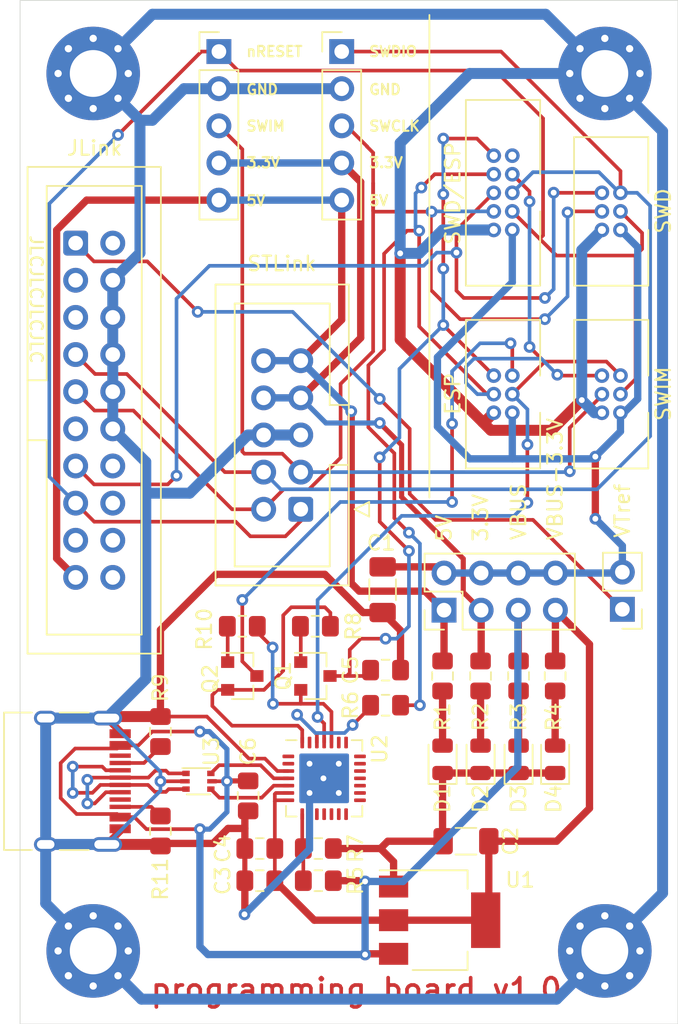
<source format=kicad_pcb>
(kicad_pcb (version 20171130) (host pcbnew "(5.1.10)-1")

  (general
    (thickness 1.6)
    (drawings 28)
    (tracks 532)
    (zones 0)
    (modules 41)
    (nets 33)
  )

  (page A4)
  (layers
    (0 F.Cu signal)
    (31 B.Cu signal)
    (32 B.Adhes user)
    (33 F.Adhes user)
    (34 B.Paste user)
    (35 F.Paste user)
    (36 B.SilkS user)
    (37 F.SilkS user)
    (38 B.Mask user)
    (39 F.Mask user)
    (40 Dwgs.User user)
    (41 Cmts.User user)
    (42 Eco1.User user)
    (43 Eco2.User user)
    (44 Edge.Cuts user)
    (45 Margin user)
    (46 B.CrtYd user)
    (47 F.CrtYd user)
    (48 B.Fab user)
    (49 F.Fab user hide)
  )

  (setup
    (last_trace_width 0.25)
    (user_trace_width 0.35)
    (user_trace_width 0.5)
    (user_trace_width 0.75)
    (user_trace_width 1)
    (user_trace_width 1.5)
    (trace_clearance 0.2)
    (zone_clearance 0.508)
    (zone_45_only no)
    (trace_min 0.2)
    (via_size 0.8)
    (via_drill 0.4)
    (via_min_size 0.4)
    (via_min_drill 0.2)
    (uvia_size 0.3)
    (uvia_drill 0.1)
    (uvias_allowed no)
    (uvia_min_size 0.24)
    (uvia_min_drill 0.1)
    (edge_width 0.05)
    (segment_width 0.2)
    (pcb_text_width 0.3)
    (pcb_text_size 1.5 1.5)
    (mod_edge_width 0.12)
    (mod_text_size 1 1)
    (mod_text_width 0.15)
    (pad_size 1.524 1.524)
    (pad_drill 0.762)
    (pad_to_mask_clearance 0)
    (aux_axis_origin 0 0)
    (visible_elements 7FFFFFFF)
    (pcbplotparams
      (layerselection 0x010fc_ffffffff)
      (usegerberextensions false)
      (usegerberattributes true)
      (usegerberadvancedattributes true)
      (creategerberjobfile true)
      (excludeedgelayer true)
      (linewidth 0.100000)
      (plotframeref false)
      (viasonmask false)
      (mode 1)
      (useauxorigin false)
      (hpglpennumber 1)
      (hpglpenspeed 20)
      (hpglpendiameter 15.000000)
      (psnegative false)
      (psa4output false)
      (plotreference true)
      (plotvalue true)
      (plotinvisibletext false)
      (padsonsilk false)
      (subtractmaskfromsilk false)
      (outputformat 1)
      (mirror false)
      (drillshape 1)
      (scaleselection 1)
      (outputdirectory ""))
  )

  (net 0 "")
  (net 1 GND)
  (net 2 /V-Supply)
  (net 3 /VBUS-3.3)
  (net 4 /EN)
  (net 5 VBUS)
  (net 6 "Net-(D1-Pad2)")
  (net 7 "Net-(D2-Pad2)")
  (net 8 "Net-(D3-Pad2)")
  (net 9 "Net-(D4-Pad2)")
  (net 10 /nRESET)
  (net 11 /SWCLK)
  (net 12 /SWO)
  (net 13 /SWDIO)
  (net 14 /5V-Supply)
  (net 15 /VTref)
  (net 16 /3.3V-Supply)
  (net 17 /MCU_RX)
  (net 18 /BOOT)
  (net 19 /MCU_TX)
  (net 20 /SWIM)
  (net 21 "Net-(J12-PadA5)")
  (net 22 /D-in)
  (net 23 /D+in)
  (net 24 "Net-(J12-PadB5)")
  (net 25 /RTS)
  (net 26 "Net-(Q1-Pad1)")
  (net 27 /DTR)
  (net 28 "Net-(Q2-Pad1)")
  (net 29 "Net-(R5-Pad1)")
  (net 30 "Net-(R6-Pad1)")
  (net 31 /D-out)
  (net 32 /D+out)

  (net_class Default "This is the default net class."
    (clearance 0.2)
    (trace_width 0.25)
    (via_dia 0.8)
    (via_drill 0.4)
    (uvia_dia 0.3)
    (uvia_drill 0.1)
    (add_net /3.3V-Supply)
    (add_net /5V-Supply)
    (add_net /BOOT)
    (add_net /D+in)
    (add_net /D+out)
    (add_net /D-in)
    (add_net /D-out)
    (add_net /DTR)
    (add_net /EN)
    (add_net /MCU_RX)
    (add_net /MCU_TX)
    (add_net /RTS)
    (add_net /SWCLK)
    (add_net /SWDIO)
    (add_net /SWIM)
    (add_net /SWO)
    (add_net /V-Supply)
    (add_net /VBUS-3.3)
    (add_net /VTref)
    (add_net /nRESET)
    (add_net GND)
    (add_net "Net-(D1-Pad2)")
    (add_net "Net-(D2-Pad2)")
    (add_net "Net-(D3-Pad2)")
    (add_net "Net-(D4-Pad2)")
    (add_net "Net-(J12-PadA5)")
    (add_net "Net-(J12-PadB5)")
    (add_net "Net-(Q1-Pad1)")
    (add_net "Net-(Q2-Pad1)")
    (add_net "Net-(R5-Pad1)")
    (add_net "Net-(R6-Pad1)")
    (add_net VBUS)
  )

  (module Package_DFN_QFN:QFN-28-1EP_5x5mm_P0.5mm_EP3.35x3.35mm (layer F.Cu) (tedit 5DC5F6A4) (tstamp 615006E8)
    (at 177.8 96.2)
    (descr "QFN, 28 Pin (http://ww1.microchip.com/downloads/en/PackagingSpec/00000049BQ.pdf#page=283), generated with kicad-footprint-generator ipc_noLead_generator.py")
    (tags "QFN NoLead")
    (path /61636B10)
    (attr smd)
    (fp_text reference U2 (at 3.8 -2 90) (layer F.SilkS)
      (effects (font (size 1 1) (thickness 0.15)))
    )
    (fp_text value CP2102N-A01-GQFN28 (at 0 3.8) (layer F.Fab)
      (effects (font (size 1 1) (thickness 0.15)))
    )
    (fp_line (start 1.885 -2.61) (end 2.61 -2.61) (layer F.SilkS) (width 0.12))
    (fp_line (start 2.61 -2.61) (end 2.61 -1.885) (layer F.SilkS) (width 0.12))
    (fp_line (start -1.885 2.61) (end -2.61 2.61) (layer F.SilkS) (width 0.12))
    (fp_line (start -2.61 2.61) (end -2.61 1.885) (layer F.SilkS) (width 0.12))
    (fp_line (start 1.885 2.61) (end 2.61 2.61) (layer F.SilkS) (width 0.12))
    (fp_line (start 2.61 2.61) (end 2.61 1.885) (layer F.SilkS) (width 0.12))
    (fp_line (start -1.885 -2.61) (end -2.61 -2.61) (layer F.SilkS) (width 0.12))
    (fp_line (start -1.5 -2.5) (end 2.5 -2.5) (layer F.Fab) (width 0.1))
    (fp_line (start 2.5 -2.5) (end 2.5 2.5) (layer F.Fab) (width 0.1))
    (fp_line (start 2.5 2.5) (end -2.5 2.5) (layer F.Fab) (width 0.1))
    (fp_line (start -2.5 2.5) (end -2.5 -1.5) (layer F.Fab) (width 0.1))
    (fp_line (start -2.5 -1.5) (end -1.5 -2.5) (layer F.Fab) (width 0.1))
    (fp_line (start -3.1 -3.1) (end -3.1 3.1) (layer F.CrtYd) (width 0.05))
    (fp_line (start -3.1 3.1) (end 3.1 3.1) (layer F.CrtYd) (width 0.05))
    (fp_line (start 3.1 3.1) (end 3.1 -3.1) (layer F.CrtYd) (width 0.05))
    (fp_line (start 3.1 -3.1) (end -3.1 -3.1) (layer F.CrtYd) (width 0.05))
    (fp_text user %R (at 0 0) (layer F.Fab)
      (effects (font (size 1 1) (thickness 0.15)))
    )
    (pad "" smd roundrect (at 1.12 1.12) (size 0.9 0.9) (layers F.Paste) (roundrect_rratio 0.25))
    (pad "" smd roundrect (at 1.12 0) (size 0.9 0.9) (layers F.Paste) (roundrect_rratio 0.25))
    (pad "" smd roundrect (at 1.12 -1.12) (size 0.9 0.9) (layers F.Paste) (roundrect_rratio 0.25))
    (pad "" smd roundrect (at 0 1.12) (size 0.9 0.9) (layers F.Paste) (roundrect_rratio 0.25))
    (pad "" smd roundrect (at 0 0) (size 0.9 0.9) (layers F.Paste) (roundrect_rratio 0.25))
    (pad "" smd roundrect (at 0 -1.12) (size 0.9 0.9) (layers F.Paste) (roundrect_rratio 0.25))
    (pad "" smd roundrect (at -1.12 1.12) (size 0.9 0.9) (layers F.Paste) (roundrect_rratio 0.25))
    (pad "" smd roundrect (at -1.12 0) (size 0.9 0.9) (layers F.Paste) (roundrect_rratio 0.25))
    (pad "" smd roundrect (at -1.12 -1.12) (size 0.9 0.9) (layers F.Paste) (roundrect_rratio 0.25))
    (pad 29 smd rect (at 0 0) (size 3.35 3.35) (layers F.Cu F.Mask)
      (net 1 GND))
    (pad 28 smd roundrect (at -1.5 -2.45) (size 0.25 0.8) (layers F.Cu F.Paste F.Mask) (roundrect_rratio 0.25)
      (net 27 /DTR))
    (pad 27 smd roundrect (at -1 -2.45) (size 0.25 0.8) (layers F.Cu F.Paste F.Mask) (roundrect_rratio 0.25))
    (pad 26 smd roundrect (at -0.5 -2.45) (size 0.25 0.8) (layers F.Cu F.Paste F.Mask) (roundrect_rratio 0.25)
      (net 30 "Net-(R6-Pad1)"))
    (pad 25 smd roundrect (at 0 -2.45) (size 0.25 0.8) (layers F.Cu F.Paste F.Mask) (roundrect_rratio 0.25)
      (net 19 /MCU_TX))
    (pad 24 smd roundrect (at 0.5 -2.45) (size 0.25 0.8) (layers F.Cu F.Paste F.Mask) (roundrect_rratio 0.25)
      (net 25 /RTS))
    (pad 23 smd roundrect (at 1 -2.45) (size 0.25 0.8) (layers F.Cu F.Paste F.Mask) (roundrect_rratio 0.25))
    (pad 22 smd roundrect (at 1.5 -2.45) (size 0.25 0.8) (layers F.Cu F.Paste F.Mask) (roundrect_rratio 0.25))
    (pad 21 smd roundrect (at 2.45 -1.5) (size 0.8 0.25) (layers F.Cu F.Paste F.Mask) (roundrect_rratio 0.25))
    (pad 20 smd roundrect (at 2.45 -1) (size 0.8 0.25) (layers F.Cu F.Paste F.Mask) (roundrect_rratio 0.25))
    (pad 19 smd roundrect (at 2.45 -0.5) (size 0.8 0.25) (layers F.Cu F.Paste F.Mask) (roundrect_rratio 0.25))
    (pad 18 smd roundrect (at 2.45 0) (size 0.8 0.25) (layers F.Cu F.Paste F.Mask) (roundrect_rratio 0.25))
    (pad 17 smd roundrect (at 2.45 0.5) (size 0.8 0.25) (layers F.Cu F.Paste F.Mask) (roundrect_rratio 0.25))
    (pad 16 smd roundrect (at 2.45 1) (size 0.8 0.25) (layers F.Cu F.Paste F.Mask) (roundrect_rratio 0.25))
    (pad 15 smd roundrect (at 2.45 1.5) (size 0.8 0.25) (layers F.Cu F.Paste F.Mask) (roundrect_rratio 0.25))
    (pad 14 smd roundrect (at 1.5 2.45) (size 0.25 0.8) (layers F.Cu F.Paste F.Mask) (roundrect_rratio 0.25))
    (pad 13 smd roundrect (at 1 2.45) (size 0.25 0.8) (layers F.Cu F.Paste F.Mask) (roundrect_rratio 0.25))
    (pad 12 smd roundrect (at 0.5 2.45) (size 0.25 0.8) (layers F.Cu F.Paste F.Mask) (roundrect_rratio 0.25))
    (pad 11 smd roundrect (at 0 2.45) (size 0.25 0.8) (layers F.Cu F.Paste F.Mask) (roundrect_rratio 0.25))
    (pad 10 smd roundrect (at -0.5 2.45) (size 0.25 0.8) (layers F.Cu F.Paste F.Mask) (roundrect_rratio 0.25))
    (pad 9 smd roundrect (at -1 2.45) (size 0.25 0.8) (layers F.Cu F.Paste F.Mask) (roundrect_rratio 0.25))
    (pad 8 smd roundrect (at -1.5 2.45) (size 0.25 0.8) (layers F.Cu F.Paste F.Mask) (roundrect_rratio 0.25)
      (net 29 "Net-(R5-Pad1)"))
    (pad 7 smd roundrect (at -2.45 1.5) (size 0.8 0.25) (layers F.Cu F.Paste F.Mask) (roundrect_rratio 0.25)
      (net 3 /VBUS-3.3))
    (pad 6 smd roundrect (at -2.45 1) (size 0.8 0.25) (layers F.Cu F.Paste F.Mask) (roundrect_rratio 0.25)
      (net 3 /VBUS-3.3))
    (pad 5 smd roundrect (at -2.45 0.5) (size 0.8 0.25) (layers F.Cu F.Paste F.Mask) (roundrect_rratio 0.25)
      (net 31 /D-out))
    (pad 4 smd roundrect (at -2.45 0) (size 0.8 0.25) (layers F.Cu F.Paste F.Mask) (roundrect_rratio 0.25)
      (net 32 /D+out))
    (pad 3 smd roundrect (at -2.45 -0.5) (size 0.8 0.25) (layers F.Cu F.Paste F.Mask) (roundrect_rratio 0.25)
      (net 1 GND))
    (pad 2 smd roundrect (at -2.45 -1) (size 0.8 0.25) (layers F.Cu F.Paste F.Mask) (roundrect_rratio 0.25))
    (pad 1 smd roundrect (at -2.45 -1.5) (size 0.8 0.25) (layers F.Cu F.Paste F.Mask) (roundrect_rratio 0.25))
    (model ${KISYS3DMOD}/Package_DFN_QFN.3dshapes/QFN-28-1EP_5x5mm_P0.5mm_EP3.35x3.35mm.wrl
      (at (xyz 0 0 0))
      (scale (xyz 1 1 1))
      (rotate (xyz 0 0 0))
    )
  )

  (module custom:IDC-Header_2x10_P2.54mm_Vertical (layer F.Cu) (tedit 6150AE44) (tstamp 6150924B)
    (at 160.8 59.6)
    (descr "Through hole IDC box header, 2x10, 2.54mm pitch, DIN 41651 / IEC 60603-13, double rows, https://docs.google.com/spreadsheets/d/16SsEcesNF15N3Lb4niX7dcUr-NY5_MFPQhobNuNppn4/edit#gid=0")
    (tags "Through hole vertical IDC box header THT 2x10 2.54mm double row")
    (path /614FE9D4)
    (fp_text reference J2 (at 5.715 -6.35) (layer F.Fab)
      (effects (font (size 1 1) (thickness 0.15)))
    )
    (fp_text value Conn_02x10_Odd_Even (at 1.27 28.96) (layer F.Fab) hide
      (effects (font (size 1 1) (thickness 0.15)))
    )
    (fp_line (start -3.18 -4.1) (end -2.18 -5.1) (layer F.Fab) (width 0.1))
    (fp_line (start -2.18 -5.1) (end 5.72 -5.1) (layer F.Fab) (width 0.1))
    (fp_line (start 5.72 -5.1) (end 5.72 27.96) (layer F.Fab) (width 0.1))
    (fp_line (start 5.72 27.96) (end -3.18 27.96) (layer F.Fab) (width 0.1))
    (fp_line (start -3.18 27.96) (end -3.18 -4.1) (layer F.Fab) (width 0.1))
    (fp_line (start -3.18 9.38) (end -1.98 9.38) (layer F.Fab) (width 0.1))
    (fp_line (start -1.98 9.38) (end -1.98 -3.91) (layer F.Fab) (width 0.1))
    (fp_line (start -1.98 -3.91) (end 4.52 -3.91) (layer F.Fab) (width 0.1))
    (fp_line (start 4.52 -3.91) (end 4.52 26.77) (layer F.Fab) (width 0.1))
    (fp_line (start 4.52 26.77) (end -1.98 26.77) (layer F.Fab) (width 0.1))
    (fp_line (start -1.98 26.77) (end -1.98 13.48) (layer F.Fab) (width 0.1))
    (fp_line (start -1.98 13.48) (end -1.98 13.48) (layer F.Fab) (width 0.1))
    (fp_line (start -1.98 13.48) (end -3.18 13.48) (layer F.Fab) (width 0.1))
    (fp_line (start -3.29 -5.21) (end 5.83 -5.21) (layer F.SilkS) (width 0.12))
    (fp_line (start 5.83 -5.21) (end 5.83 28.07) (layer F.SilkS) (width 0.12))
    (fp_line (start 5.83 28.07) (end -3.29 28.07) (layer F.SilkS) (width 0.12))
    (fp_line (start -3.29 28.07) (end -3.29 -5.21) (layer F.SilkS) (width 0.12))
    (fp_line (start -3.29 9.38) (end -1.98 9.38) (layer F.SilkS) (width 0.12))
    (fp_line (start -1.98 9.38) (end -1.98 -3.91) (layer F.SilkS) (width 0.12))
    (fp_line (start -1.98 -3.91) (end 4.52 -3.91) (layer F.SilkS) (width 0.12))
    (fp_line (start 4.52 -3.91) (end 4.52 26.77) (layer F.SilkS) (width 0.12))
    (fp_line (start 4.52 26.77) (end -1.98 26.77) (layer F.SilkS) (width 0.12))
    (fp_line (start -1.98 26.77) (end -1.98 13.48) (layer F.SilkS) (width 0.12))
    (fp_line (start -1.98 13.48) (end -1.98 13.48) (layer F.SilkS) (width 0.12))
    (fp_line (start -1.98 13.48) (end -3.29 13.48) (layer F.SilkS) (width 0.12))
    (fp_line (start -3.68 -5.6) (end -3.68 28.46) (layer F.CrtYd) (width 0.05))
    (fp_line (start -3.68 28.46) (end 6.22 28.46) (layer F.CrtYd) (width 0.05))
    (fp_line (start 6.22 28.46) (end 6.22 -5.6) (layer F.CrtYd) (width 0.05))
    (fp_line (start 6.22 -5.6) (end -3.68 -5.6) (layer F.CrtYd) (width 0.05))
    (fp_text user %R (at 1.27 11.43 90) (layer F.Fab)
      (effects (font (size 1 1) (thickness 0.15)))
    )
    (pad 1 thru_hole roundrect (at 0 0) (size 1.7 1.7) (drill 1) (layers *.Cu *.Mask) (roundrect_rratio 0.147059)
      (net 15 /VTref))
    (pad 3 thru_hole circle (at 0 2.54) (size 1.7 1.7) (drill 1) (layers *.Cu *.Mask))
    (pad 5 thru_hole circle (at 0 5.08) (size 1.7 1.7) (drill 1) (layers *.Cu *.Mask))
    (pad 7 thru_hole circle (at 0 7.62) (size 1.7 1.7) (drill 1) (layers *.Cu *.Mask)
      (net 13 /SWDIO))
    (pad 9 thru_hole circle (at 0 10.16) (size 1.7 1.7) (drill 1) (layers *.Cu *.Mask)
      (net 11 /SWCLK))
    (pad 11 thru_hole circle (at 0 12.7) (size 1.7 1.7) (drill 1) (layers *.Cu *.Mask))
    (pad 13 thru_hole circle (at 0 15.24) (size 1.7 1.7) (drill 1) (layers *.Cu *.Mask)
      (net 12 /SWO))
    (pad 15 thru_hole circle (at 0 17.78) (size 1.7 1.7) (drill 1) (layers *.Cu *.Mask)
      (net 10 /nRESET))
    (pad 17 thru_hole circle (at 0 20.32) (size 1.7 1.7) (drill 1) (layers *.Cu *.Mask))
    (pad 19 thru_hole circle (at 0 22.86) (size 1.7 1.7) (drill 1) (layers *.Cu *.Mask)
      (net 14 /5V-Supply))
    (pad 2 thru_hole circle (at 2.54 0) (size 1.7 1.7) (drill 1) (layers *.Cu *.Mask))
    (pad 4 thru_hole circle (at 2.54 2.54) (size 1.7 1.7) (drill 1) (layers *.Cu *.Mask)
      (net 1 GND))
    (pad 6 thru_hole circle (at 2.54 5.08) (size 1.7 1.7) (drill 1) (layers *.Cu *.Mask)
      (net 1 GND))
    (pad 8 thru_hole circle (at 2.54 7.62) (size 1.7 1.7) (drill 1) (layers *.Cu *.Mask)
      (net 1 GND))
    (pad 10 thru_hole circle (at 2.54 10.16) (size 1.7 1.7) (drill 1) (layers *.Cu *.Mask)
      (net 1 GND))
    (pad 12 thru_hole circle (at 2.54 12.7) (size 1.7 1.7) (drill 1) (layers *.Cu *.Mask)
      (net 1 GND))
    (pad 14 thru_hole circle (at 2.54 15.24) (size 1.7 1.7) (drill 1) (layers *.Cu *.Mask))
    (pad 16 thru_hole circle (at 2.54 17.78) (size 1.7 1.7) (drill 1) (layers *.Cu *.Mask))
    (pad 18 thru_hole circle (at 2.54 20.32) (size 1.7 1.7) (drill 1) (layers *.Cu *.Mask))
    (pad 20 thru_hole circle (at 2.54 22.86) (size 1.7 1.7) (drill 1) (layers *.Cu *.Mask))
    (model ${KISYS3DMOD}/Connector_IDC.3dshapes/IDC-Header_2x10_P2.54mm_Vertical.wrl
      (at (xyz 0 0 0))
      (scale (xyz 1 1 1))
      (rotate (xyz 0 0 0))
    )
  )

  (module custom:IDC-1.27-6P (layer F.Cu) (tedit 614FA2B3) (tstamp 6150C180)
    (at 196.8 71.2 90)
    (path /61CC4E13)
    (fp_text reference J1 (at -1.905 -2.54 90) (layer F.Fab)
      (effects (font (size 1 1) (thickness 0.15)))
    )
    (fp_text value Conn_02x03_Odd_Even (at 1.27 -1.27 90) (layer F.Fab)
      (effects (font (size 1 1) (thickness 0.15)))
    )
    (fp_line (start 6.35 3.175) (end 2.54 3.175) (layer F.SilkS) (width 0.12))
    (fp_line (start 6.35 -1.905) (end 6.35 3.175) (layer F.SilkS) (width 0.12))
    (fp_line (start 0 -1.905) (end 6.35 -1.905) (layer F.SilkS) (width 0.12))
    (fp_line (start -3.81 3.175) (end 0 3.175) (layer F.SilkS) (width 0.12))
    (fp_line (start -3.81 -1.905) (end -3.81 3.175) (layer F.SilkS) (width 0.12))
    (fp_line (start 0 -1.905) (end -3.81 -1.905) (layer F.SilkS) (width 0.12))
    (pad 6 thru_hole circle (at 2.54 0 90) (size 1 1) (drill 0.55) (layers *.Cu *.Mask)
      (net 17 /MCU_RX))
    (pad 5 thru_hole circle (at 2.54 1.27 90) (size 1 1) (drill 0.55) (layers *.Cu *.Mask)
      (net 19 /MCU_TX))
    (pad 4 thru_hole circle (at 1.27 0 90) (size 1 1) (drill 0.55) (layers *.Cu *.Mask)
      (net 20 /SWIM))
    (pad 3 thru_hole circle (at 1.27 1.27 90) (size 1 1) (drill 0.55) (layers *.Cu *.Mask)
      (net 10 /nRESET))
    (pad 2 thru_hole circle (at 0 0 90) (size 1 1) (drill 0.55) (layers *.Cu *.Mask)
      (net 1 GND))
    (pad 1 thru_hole circle (at 0 1.27 90) (size 1 1) (drill 0.55) (layers *.Cu *.Mask)
      (net 2 /V-Supply))
  )

  (module Connector_PinHeader_2.54mm:PinHeader_1x02_P2.54mm_Vertical (layer F.Cu) (tedit 59FED5CC) (tstamp 6150B0DE)
    (at 198.2 84.64 180)
    (descr "Through hole straight pin header, 1x02, 2.54mm pitch, single row")
    (tags "Through hole pin header THT 1x02 2.54mm single row")
    (path /61527109)
    (fp_text reference JP1 (at 0 -2.33) (layer F.Fab)
      (effects (font (size 1 1) (thickness 0.15)))
    )
    (fp_text value Jumper_2_Open (at 0 4.87) (layer F.Fab)
      (effects (font (size 1 1) (thickness 0.15)))
    )
    (fp_line (start -0.635 -1.27) (end 1.27 -1.27) (layer F.Fab) (width 0.1))
    (fp_line (start 1.27 -1.27) (end 1.27 3.81) (layer F.Fab) (width 0.1))
    (fp_line (start 1.27 3.81) (end -1.27 3.81) (layer F.Fab) (width 0.1))
    (fp_line (start -1.27 3.81) (end -1.27 -0.635) (layer F.Fab) (width 0.1))
    (fp_line (start -1.27 -0.635) (end -0.635 -1.27) (layer F.Fab) (width 0.1))
    (fp_line (start -1.33 3.87) (end 1.33 3.87) (layer F.SilkS) (width 0.12))
    (fp_line (start -1.33 1.27) (end -1.33 3.87) (layer F.SilkS) (width 0.12))
    (fp_line (start 1.33 1.27) (end 1.33 3.87) (layer F.SilkS) (width 0.12))
    (fp_line (start -1.33 1.27) (end 1.33 1.27) (layer F.SilkS) (width 0.12))
    (fp_line (start -1.33 0) (end -1.33 -1.33) (layer F.SilkS) (width 0.12))
    (fp_line (start -1.33 -1.33) (end 0 -1.33) (layer F.SilkS) (width 0.12))
    (fp_line (start -1.8 -1.8) (end -1.8 4.35) (layer F.CrtYd) (width 0.05))
    (fp_line (start -1.8 4.35) (end 1.8 4.35) (layer F.CrtYd) (width 0.05))
    (fp_line (start 1.8 4.35) (end 1.8 -1.8) (layer F.CrtYd) (width 0.05))
    (fp_line (start 1.8 -1.8) (end -1.8 -1.8) (layer F.CrtYd) (width 0.05))
    (fp_text user %R (at 0 1.27 90) (layer F.Fab)
      (effects (font (size 1 1) (thickness 0.15)))
    )
    (pad 2 thru_hole oval (at 0 2.54 180) (size 1.7 1.7) (drill 1) (layers *.Cu *.Mask)
      (net 2 /V-Supply))
    (pad 1 thru_hole rect (at 0 0 180) (size 1.7 1.7) (drill 1) (layers *.Cu *.Mask)
      (net 15 /VTref))
    (model ${KISYS3DMOD}/Connector_PinHeader_2.54mm.3dshapes/PinHeader_1x02_P2.54mm_Vertical.wrl
      (at (xyz 0 0 0))
      (scale (xyz 1 1 1))
      (rotate (xyz 0 0 0))
    )
  )

  (module Package_TO_SOT_SMD:SOT-666 (layer F.Cu) (tedit 5A02FF57) (tstamp 615006FE)
    (at 169.2 96.4)
    (descr SOT666)
    (tags SOT-666)
    (path /61902381)
    (attr smd)
    (fp_text reference U3 (at 0.889 -2.032 270) (layer F.SilkS)
      (effects (font (size 1 1) (thickness 0.15)))
    )
    (fp_text value USBLC6-2P6 (at 0 1.75 180) (layer F.Fab)
      (effects (font (size 1 1) (thickness 0.15)))
    )
    (fp_line (start -0.65 -0.53) (end -0.33 -0.85) (layer F.Fab) (width 0.1))
    (fp_line (start 0.8 -0.9) (end -1.1 -0.9) (layer F.SilkS) (width 0.12))
    (fp_line (start -0.8 0.9) (end 0.8 0.9) (layer F.SilkS) (width 0.12))
    (fp_line (start -1.5 -1.1) (end 1.5 -1.1) (layer F.CrtYd) (width 0.05))
    (fp_line (start 0.65 -0.85) (end -0.33 -0.85) (layer F.Fab) (width 0.1))
    (fp_line (start -0.65 -0.53) (end -0.65 0.85) (layer F.Fab) (width 0.1))
    (fp_line (start -1.5 1.1) (end 1.5 1.1) (layer F.CrtYd) (width 0.05))
    (fp_line (start 0.65 -0.85) (end 0.65 0.85) (layer F.Fab) (width 0.1))
    (fp_line (start 0.65 0.85) (end -0.65 0.85) (layer F.Fab) (width 0.1))
    (fp_line (start -1.5 -1.1) (end -1.5 1.1) (layer F.CrtYd) (width 0.05))
    (fp_line (start 1.5 1.1) (end 1.5 -1.1) (layer F.CrtYd) (width 0.05))
    (fp_text user %R (at 0 0 90) (layer F.Fab)
      (effects (font (size 0.5 0.5) (thickness 0.075)))
    )
    (pad 6 smd rect (at 0.85 -0.5375) (size 0.5 0.375) (layers F.Cu F.Paste F.Mask)
      (net 32 /D+out))
    (pad 4 smd rect (at 0.85 0.5375) (size 0.5 0.375) (layers F.Cu F.Paste F.Mask)
      (net 31 /D-out))
    (pad 2 smd rect (at -0.925 0) (size 0.65 0.3) (layers F.Cu F.Paste F.Mask)
      (net 1 GND))
    (pad 5 smd rect (at 0.925 0) (size 0.65 0.3) (layers F.Cu F.Paste F.Mask)
      (net 5 VBUS))
    (pad 3 smd rect (at -0.85 0.5375) (size 0.5 0.375) (layers F.Cu F.Paste F.Mask)
      (net 22 /D-in))
    (pad 1 smd rect (at -0.85 -0.5375) (size 0.5 0.375) (layers F.Cu F.Paste F.Mask)
      (net 23 /D+in))
    (model ${KISYS3DMOD}/Package_TO_SOT_SMD.3dshapes/SOT-666.wrl
      (at (xyz 0 0 0))
      (scale (xyz 1 1 1))
      (rotate (xyz 0 0 0))
    )
  )

  (module Package_TO_SOT_SMD:SOT-223-3_TabPin2 (layer F.Cu) (tedit 5A02FF57) (tstamp 615006AD)
    (at 185.7 105.9)
    (descr "module CMS SOT223 4 pins")
    (tags "CMS SOT")
    (path /615C366E)
    (attr smd)
    (fp_text reference U1 (at 5.5 -2.75) (layer F.SilkS)
      (effects (font (size 1 1) (thickness 0.15)))
    )
    (fp_text value LM1117-3.3 (at 0 4.5) (layer F.Fab)
      (effects (font (size 1 1) (thickness 0.15)))
    )
    (fp_line (start 1.91 3.41) (end 1.91 2.15) (layer F.SilkS) (width 0.12))
    (fp_line (start 1.91 -3.41) (end 1.91 -2.15) (layer F.SilkS) (width 0.12))
    (fp_line (start 4.4 -3.6) (end -4.4 -3.6) (layer F.CrtYd) (width 0.05))
    (fp_line (start 4.4 3.6) (end 4.4 -3.6) (layer F.CrtYd) (width 0.05))
    (fp_line (start -4.4 3.6) (end 4.4 3.6) (layer F.CrtYd) (width 0.05))
    (fp_line (start -4.4 -3.6) (end -4.4 3.6) (layer F.CrtYd) (width 0.05))
    (fp_line (start -1.85 -2.35) (end -0.85 -3.35) (layer F.Fab) (width 0.1))
    (fp_line (start -1.85 -2.35) (end -1.85 3.35) (layer F.Fab) (width 0.1))
    (fp_line (start -1.85 3.41) (end 1.91 3.41) (layer F.SilkS) (width 0.12))
    (fp_line (start -0.85 -3.35) (end 1.85 -3.35) (layer F.Fab) (width 0.1))
    (fp_line (start -4.1 -3.41) (end 1.91 -3.41) (layer F.SilkS) (width 0.12))
    (fp_line (start -1.85 3.35) (end 1.85 3.35) (layer F.Fab) (width 0.1))
    (fp_line (start 1.85 -3.35) (end 1.85 3.35) (layer F.Fab) (width 0.1))
    (fp_text user %R (at 0 0 90) (layer F.Fab)
      (effects (font (size 0.8 0.8) (thickness 0.12)))
    )
    (pad 1 smd rect (at -3.15 -2.3) (size 2 1.5) (layers F.Cu F.Paste F.Mask)
      (net 1 GND))
    (pad 3 smd rect (at -3.15 2.3) (size 2 1.5) (layers F.Cu F.Paste F.Mask)
      (net 5 VBUS))
    (pad 2 smd rect (at -3.15 0) (size 2 1.5) (layers F.Cu F.Paste F.Mask)
      (net 3 /VBUS-3.3))
    (pad 2 smd rect (at 3.15 0) (size 2 3.8) (layers F.Cu F.Paste F.Mask)
      (net 3 /VBUS-3.3))
    (model ${KISYS3DMOD}/Package_TO_SOT_SMD.3dshapes/SOT-223.wrl
      (at (xyz 0 0 0))
      (scale (xyz 1 1 1))
      (rotate (xyz 0 0 0))
    )
  )

  (module Resistor_SMD:R_0805_2012Metric_Pad1.15x1.40mm_HandSolder (layer F.Cu) (tedit 5B36C52B) (tstamp 61500697)
    (at 166.6 99.8 90)
    (descr "Resistor SMD 0805 (2012 Metric), square (rectangular) end terminal, IPC_7351 nominal with elongated pad for handsoldering. (Body size source: https://docs.google.com/spreadsheets/d/1BsfQQcO9C6DZCsRaXUlFlo91Tg2WpOkGARC1WS5S8t0/edit?usp=sharing), generated with kicad-footprint-generator")
    (tags "resistor handsolder")
    (path /615A81FB)
    (attr smd)
    (fp_text reference R11 (at -3.302 0 90) (layer F.SilkS)
      (effects (font (size 1 1) (thickness 0.15)))
    )
    (fp_text value 5.1k (at 0 1.65 90) (layer F.Fab)
      (effects (font (size 1 1) (thickness 0.15)))
    )
    (fp_line (start -1 0.6) (end -1 -0.6) (layer F.Fab) (width 0.1))
    (fp_line (start -1 -0.6) (end 1 -0.6) (layer F.Fab) (width 0.1))
    (fp_line (start 1 -0.6) (end 1 0.6) (layer F.Fab) (width 0.1))
    (fp_line (start 1 0.6) (end -1 0.6) (layer F.Fab) (width 0.1))
    (fp_line (start -0.261252 -0.71) (end 0.261252 -0.71) (layer F.SilkS) (width 0.12))
    (fp_line (start -0.261252 0.71) (end 0.261252 0.71) (layer F.SilkS) (width 0.12))
    (fp_line (start -1.85 0.95) (end -1.85 -0.95) (layer F.CrtYd) (width 0.05))
    (fp_line (start -1.85 -0.95) (end 1.85 -0.95) (layer F.CrtYd) (width 0.05))
    (fp_line (start 1.85 -0.95) (end 1.85 0.95) (layer F.CrtYd) (width 0.05))
    (fp_line (start 1.85 0.95) (end -1.85 0.95) (layer F.CrtYd) (width 0.05))
    (fp_text user %R (at 0 0 90) (layer F.Fab)
      (effects (font (size 0.5 0.5) (thickness 0.08)))
    )
    (pad 2 smd roundrect (at 1.025 0 90) (size 1.15 1.4) (layers F.Cu F.Paste F.Mask) (roundrect_rratio 0.217391)
      (net 24 "Net-(J12-PadB5)"))
    (pad 1 smd roundrect (at -1.025 0 90) (size 1.15 1.4) (layers F.Cu F.Paste F.Mask) (roundrect_rratio 0.217391)
      (net 1 GND))
    (model ${KISYS3DMOD}/Resistor_SMD.3dshapes/R_0805_2012Metric.wrl
      (at (xyz 0 0 0))
      (scale (xyz 1 1 1))
      (rotate (xyz 0 0 0))
    )
  )

  (module Resistor_SMD:R_0805_2012Metric_Pad1.15x1.40mm_HandSolder (layer F.Cu) (tedit 5B36C52B) (tstamp 61500686)
    (at 172.2 85.8)
    (descr "Resistor SMD 0805 (2012 Metric), square (rectangular) end terminal, IPC_7351 nominal with elongated pad for handsoldering. (Body size source: https://docs.google.com/spreadsheets/d/1BsfQQcO9C6DZCsRaXUlFlo91Tg2WpOkGARC1WS5S8t0/edit?usp=sharing), generated with kicad-footprint-generator")
    (tags "resistor handsolder")
    (path /615CE019)
    (attr smd)
    (fp_text reference R10 (at -2.6 0.2 90) (layer F.SilkS)
      (effects (font (size 1 1) (thickness 0.15)))
    )
    (fp_text value 12k (at 0 1.65) (layer F.Fab)
      (effects (font (size 1 1) (thickness 0.15)))
    )
    (fp_line (start -1 0.6) (end -1 -0.6) (layer F.Fab) (width 0.1))
    (fp_line (start -1 -0.6) (end 1 -0.6) (layer F.Fab) (width 0.1))
    (fp_line (start 1 -0.6) (end 1 0.6) (layer F.Fab) (width 0.1))
    (fp_line (start 1 0.6) (end -1 0.6) (layer F.Fab) (width 0.1))
    (fp_line (start -0.261252 -0.71) (end 0.261252 -0.71) (layer F.SilkS) (width 0.12))
    (fp_line (start -0.261252 0.71) (end 0.261252 0.71) (layer F.SilkS) (width 0.12))
    (fp_line (start -1.85 0.95) (end -1.85 -0.95) (layer F.CrtYd) (width 0.05))
    (fp_line (start -1.85 -0.95) (end 1.85 -0.95) (layer F.CrtYd) (width 0.05))
    (fp_line (start 1.85 -0.95) (end 1.85 0.95) (layer F.CrtYd) (width 0.05))
    (fp_line (start 1.85 0.95) (end -1.85 0.95) (layer F.CrtYd) (width 0.05))
    (fp_text user %R (at 0 0) (layer F.Fab)
      (effects (font (size 0.5 0.5) (thickness 0.08)))
    )
    (pad 2 smd roundrect (at 1.025 0) (size 1.15 1.4) (layers F.Cu F.Paste F.Mask) (roundrect_rratio 0.217391)
      (net 25 /RTS))
    (pad 1 smd roundrect (at -1.025 0) (size 1.15 1.4) (layers F.Cu F.Paste F.Mask) (roundrect_rratio 0.217391)
      (net 28 "Net-(Q2-Pad1)"))
    (model ${KISYS3DMOD}/Resistor_SMD.3dshapes/R_0805_2012Metric.wrl
      (at (xyz 0 0 0))
      (scale (xyz 1 1 1))
      (rotate (xyz 0 0 0))
    )
  )

  (module Resistor_SMD:R_0805_2012Metric_Pad1.15x1.40mm_HandSolder (layer F.Cu) (tedit 5B36C52B) (tstamp 61500675)
    (at 166.6 93 270)
    (descr "Resistor SMD 0805 (2012 Metric), square (rectangular) end terminal, IPC_7351 nominal with elongated pad for handsoldering. (Body size source: https://docs.google.com/spreadsheets/d/1BsfQQcO9C6DZCsRaXUlFlo91Tg2WpOkGARC1WS5S8t0/edit?usp=sharing), generated with kicad-footprint-generator")
    (tags "resistor handsolder")
    (path /615A7ABA)
    (attr smd)
    (fp_text reference R9 (at -2.994 0 90) (layer F.SilkS)
      (effects (font (size 1 1) (thickness 0.15)))
    )
    (fp_text value 5.1k (at 0 1.65 90) (layer F.Fab)
      (effects (font (size 1 1) (thickness 0.15)))
    )
    (fp_line (start -1 0.6) (end -1 -0.6) (layer F.Fab) (width 0.1))
    (fp_line (start -1 -0.6) (end 1 -0.6) (layer F.Fab) (width 0.1))
    (fp_line (start 1 -0.6) (end 1 0.6) (layer F.Fab) (width 0.1))
    (fp_line (start 1 0.6) (end -1 0.6) (layer F.Fab) (width 0.1))
    (fp_line (start -0.261252 -0.71) (end 0.261252 -0.71) (layer F.SilkS) (width 0.12))
    (fp_line (start -0.261252 0.71) (end 0.261252 0.71) (layer F.SilkS) (width 0.12))
    (fp_line (start -1.85 0.95) (end -1.85 -0.95) (layer F.CrtYd) (width 0.05))
    (fp_line (start -1.85 -0.95) (end 1.85 -0.95) (layer F.CrtYd) (width 0.05))
    (fp_line (start 1.85 -0.95) (end 1.85 0.95) (layer F.CrtYd) (width 0.05))
    (fp_line (start 1.85 0.95) (end -1.85 0.95) (layer F.CrtYd) (width 0.05))
    (fp_text user %R (at 0 0 90) (layer F.Fab)
      (effects (font (size 0.5 0.5) (thickness 0.08)))
    )
    (pad 2 smd roundrect (at 1.025 0 270) (size 1.15 1.4) (layers F.Cu F.Paste F.Mask) (roundrect_rratio 0.217391)
      (net 21 "Net-(J12-PadA5)"))
    (pad 1 smd roundrect (at -1.025 0 270) (size 1.15 1.4) (layers F.Cu F.Paste F.Mask) (roundrect_rratio 0.217391)
      (net 1 GND))
    (model ${KISYS3DMOD}/Resistor_SMD.3dshapes/R_0805_2012Metric.wrl
      (at (xyz 0 0 0))
      (scale (xyz 1 1 1))
      (rotate (xyz 0 0 0))
    )
  )

  (module Resistor_SMD:R_0805_2012Metric_Pad1.15x1.40mm_HandSolder (layer F.Cu) (tedit 5B36C52B) (tstamp 61500664)
    (at 177.2 85.8)
    (descr "Resistor SMD 0805 (2012 Metric), square (rectangular) end terminal, IPC_7351 nominal with elongated pad for handsoldering. (Body size source: https://docs.google.com/spreadsheets/d/1BsfQQcO9C6DZCsRaXUlFlo91Tg2WpOkGARC1WS5S8t0/edit?usp=sharing), generated with kicad-footprint-generator")
    (tags "resistor handsolder")
    (path /615C982A)
    (attr smd)
    (fp_text reference R8 (at 2.6 0 90) (layer F.SilkS)
      (effects (font (size 1 1) (thickness 0.15)))
    )
    (fp_text value 12k (at 0 1.65) (layer F.Fab)
      (effects (font (size 1 1) (thickness 0.15)))
    )
    (fp_line (start -1 0.6) (end -1 -0.6) (layer F.Fab) (width 0.1))
    (fp_line (start -1 -0.6) (end 1 -0.6) (layer F.Fab) (width 0.1))
    (fp_line (start 1 -0.6) (end 1 0.6) (layer F.Fab) (width 0.1))
    (fp_line (start 1 0.6) (end -1 0.6) (layer F.Fab) (width 0.1))
    (fp_line (start -0.261252 -0.71) (end 0.261252 -0.71) (layer F.SilkS) (width 0.12))
    (fp_line (start -0.261252 0.71) (end 0.261252 0.71) (layer F.SilkS) (width 0.12))
    (fp_line (start -1.85 0.95) (end -1.85 -0.95) (layer F.CrtYd) (width 0.05))
    (fp_line (start -1.85 -0.95) (end 1.85 -0.95) (layer F.CrtYd) (width 0.05))
    (fp_line (start 1.85 -0.95) (end 1.85 0.95) (layer F.CrtYd) (width 0.05))
    (fp_line (start 1.85 0.95) (end -1.85 0.95) (layer F.CrtYd) (width 0.05))
    (fp_text user %R (at 0 0) (layer F.Fab)
      (effects (font (size 0.5 0.5) (thickness 0.08)))
    )
    (pad 2 smd roundrect (at 1.025 0) (size 1.15 1.4) (layers F.Cu F.Paste F.Mask) (roundrect_rratio 0.217391)
      (net 27 /DTR))
    (pad 1 smd roundrect (at -1.025 0) (size 1.15 1.4) (layers F.Cu F.Paste F.Mask) (roundrect_rratio 0.217391)
      (net 26 "Net-(Q1-Pad1)"))
    (model ${KISYS3DMOD}/Resistor_SMD.3dshapes/R_0805_2012Metric.wrl
      (at (xyz 0 0 0))
      (scale (xyz 1 1 1))
      (rotate (xyz 0 0 0))
    )
  )

  (module Resistor_SMD:R_0805_2012Metric_Pad1.15x1.40mm_HandSolder (layer F.Cu) (tedit 5B36C52B) (tstamp 61500653)
    (at 177.4 101 180)
    (descr "Resistor SMD 0805 (2012 Metric), square (rectangular) end terminal, IPC_7351 nominal with elongated pad for handsoldering. (Body size source: https://docs.google.com/spreadsheets/d/1BsfQQcO9C6DZCsRaXUlFlo91Tg2WpOkGARC1WS5S8t0/edit?usp=sharing), generated with kicad-footprint-generator")
    (tags "resistor handsolder")
    (path /6167CBCA)
    (attr smd)
    (fp_text reference R7 (at -2.54 0 90) (layer F.SilkS)
      (effects (font (size 1 1) (thickness 0.15)))
    )
    (fp_text value 47k (at 0 1.65) (layer F.Fab)
      (effects (font (size 1 1) (thickness 0.15)))
    )
    (fp_line (start -1 0.6) (end -1 -0.6) (layer F.Fab) (width 0.1))
    (fp_line (start -1 -0.6) (end 1 -0.6) (layer F.Fab) (width 0.1))
    (fp_line (start 1 -0.6) (end 1 0.6) (layer F.Fab) (width 0.1))
    (fp_line (start 1 0.6) (end -1 0.6) (layer F.Fab) (width 0.1))
    (fp_line (start -0.261252 -0.71) (end 0.261252 -0.71) (layer F.SilkS) (width 0.12))
    (fp_line (start -0.261252 0.71) (end 0.261252 0.71) (layer F.SilkS) (width 0.12))
    (fp_line (start -1.85 0.95) (end -1.85 -0.95) (layer F.CrtYd) (width 0.05))
    (fp_line (start -1.85 -0.95) (end 1.85 -0.95) (layer F.CrtYd) (width 0.05))
    (fp_line (start 1.85 -0.95) (end 1.85 0.95) (layer F.CrtYd) (width 0.05))
    (fp_line (start 1.85 0.95) (end -1.85 0.95) (layer F.CrtYd) (width 0.05))
    (fp_text user %R (at 0 0) (layer F.Fab)
      (effects (font (size 0.5 0.5) (thickness 0.08)))
    )
    (pad 2 smd roundrect (at 1.025 0 180) (size 1.15 1.4) (layers F.Cu F.Paste F.Mask) (roundrect_rratio 0.217391)
      (net 29 "Net-(R5-Pad1)"))
    (pad 1 smd roundrect (at -1.025 0 180) (size 1.15 1.4) (layers F.Cu F.Paste F.Mask) (roundrect_rratio 0.217391)
      (net 1 GND))
    (model ${KISYS3DMOD}/Resistor_SMD.3dshapes/R_0805_2012Metric.wrl
      (at (xyz 0 0 0))
      (scale (xyz 1 1 1))
      (rotate (xyz 0 0 0))
    )
  )

  (module Resistor_SMD:R_0805_2012Metric_Pad1.15x1.40mm_HandSolder (layer F.Cu) (tedit 5B36C52B) (tstamp 6150A647)
    (at 182 91.2)
    (descr "Resistor SMD 0805 (2012 Metric), square (rectangular) end terminal, IPC_7351 nominal with elongated pad for handsoldering. (Body size source: https://docs.google.com/spreadsheets/d/1BsfQQcO9C6DZCsRaXUlFlo91Tg2WpOkGARC1WS5S8t0/edit?usp=sharing), generated with kicad-footprint-generator")
    (tags "resistor handsolder")
    (path /618ECCDF)
    (attr smd)
    (fp_text reference R6 (at -2.4 0 90) (layer F.SilkS)
      (effects (font (size 1 1) (thickness 0.15)))
    )
    (fp_text value TBD (at 0 1.65) (layer F.Fab)
      (effects (font (size 1 1) (thickness 0.15)))
    )
    (fp_line (start -1 0.6) (end -1 -0.6) (layer F.Fab) (width 0.1))
    (fp_line (start -1 -0.6) (end 1 -0.6) (layer F.Fab) (width 0.1))
    (fp_line (start 1 -0.6) (end 1 0.6) (layer F.Fab) (width 0.1))
    (fp_line (start 1 0.6) (end -1 0.6) (layer F.Fab) (width 0.1))
    (fp_line (start -0.261252 -0.71) (end 0.261252 -0.71) (layer F.SilkS) (width 0.12))
    (fp_line (start -0.261252 0.71) (end 0.261252 0.71) (layer F.SilkS) (width 0.12))
    (fp_line (start -1.85 0.95) (end -1.85 -0.95) (layer F.CrtYd) (width 0.05))
    (fp_line (start -1.85 -0.95) (end 1.85 -0.95) (layer F.CrtYd) (width 0.05))
    (fp_line (start 1.85 -0.95) (end 1.85 0.95) (layer F.CrtYd) (width 0.05))
    (fp_line (start 1.85 0.95) (end -1.85 0.95) (layer F.CrtYd) (width 0.05))
    (fp_text user %R (at 0 0) (layer F.Fab)
      (effects (font (size 0.5 0.5) (thickness 0.08)))
    )
    (pad 2 smd roundrect (at 1.025 0) (size 1.15 1.4) (layers F.Cu F.Paste F.Mask) (roundrect_rratio 0.217391)
      (net 17 /MCU_RX))
    (pad 1 smd roundrect (at -1.025 0) (size 1.15 1.4) (layers F.Cu F.Paste F.Mask) (roundrect_rratio 0.217391)
      (net 30 "Net-(R6-Pad1)"))
    (model ${KISYS3DMOD}/Resistor_SMD.3dshapes/R_0805_2012Metric.wrl
      (at (xyz 0 0 0))
      (scale (xyz 1 1 1))
      (rotate (xyz 0 0 0))
    )
  )

  (module Resistor_SMD:R_0805_2012Metric_Pad1.15x1.40mm_HandSolder (layer F.Cu) (tedit 5B36C52B) (tstamp 61500631)
    (at 177.4 103.2)
    (descr "Resistor SMD 0805 (2012 Metric), square (rectangular) end terminal, IPC_7351 nominal with elongated pad for handsoldering. (Body size source: https://docs.google.com/spreadsheets/d/1BsfQQcO9C6DZCsRaXUlFlo91Tg2WpOkGARC1WS5S8t0/edit?usp=sharing), generated with kicad-footprint-generator")
    (tags "resistor handsolder")
    (path /6167C629)
    (attr smd)
    (fp_text reference R5 (at 2.54 0 90) (layer F.SilkS)
      (effects (font (size 1 1) (thickness 0.15)))
    )
    (fp_text value 24k (at 0 1.65) (layer F.Fab)
      (effects (font (size 1 1) (thickness 0.15)))
    )
    (fp_line (start -1 0.6) (end -1 -0.6) (layer F.Fab) (width 0.1))
    (fp_line (start -1 -0.6) (end 1 -0.6) (layer F.Fab) (width 0.1))
    (fp_line (start 1 -0.6) (end 1 0.6) (layer F.Fab) (width 0.1))
    (fp_line (start 1 0.6) (end -1 0.6) (layer F.Fab) (width 0.1))
    (fp_line (start -0.261252 -0.71) (end 0.261252 -0.71) (layer F.SilkS) (width 0.12))
    (fp_line (start -0.261252 0.71) (end 0.261252 0.71) (layer F.SilkS) (width 0.12))
    (fp_line (start -1.85 0.95) (end -1.85 -0.95) (layer F.CrtYd) (width 0.05))
    (fp_line (start -1.85 -0.95) (end 1.85 -0.95) (layer F.CrtYd) (width 0.05))
    (fp_line (start 1.85 -0.95) (end 1.85 0.95) (layer F.CrtYd) (width 0.05))
    (fp_line (start 1.85 0.95) (end -1.85 0.95) (layer F.CrtYd) (width 0.05))
    (fp_text user %R (at 0 0) (layer F.Fab)
      (effects (font (size 0.5 0.5) (thickness 0.08)))
    )
    (pad 2 smd roundrect (at 1.025 0) (size 1.15 1.4) (layers F.Cu F.Paste F.Mask) (roundrect_rratio 0.217391)
      (net 5 VBUS))
    (pad 1 smd roundrect (at -1.025 0) (size 1.15 1.4) (layers F.Cu F.Paste F.Mask) (roundrect_rratio 0.217391)
      (net 29 "Net-(R5-Pad1)"))
    (model ${KISYS3DMOD}/Resistor_SMD.3dshapes/R_0805_2012Metric.wrl
      (at (xyz 0 0 0))
      (scale (xyz 1 1 1))
      (rotate (xyz 0 0 0))
    )
  )

  (module Resistor_SMD:R_0805_2012Metric_Pad1.15x1.40mm_HandSolder (layer F.Cu) (tedit 5B36C52B) (tstamp 6150B0A9)
    (at 193.6 89.2 270)
    (descr "Resistor SMD 0805 (2012 Metric), square (rectangular) end terminal, IPC_7351 nominal with elongated pad for handsoldering. (Body size source: https://docs.google.com/spreadsheets/d/1BsfQQcO9C6DZCsRaXUlFlo91Tg2WpOkGARC1WS5S8t0/edit?usp=sharing), generated with kicad-footprint-generator")
    (tags "resistor handsolder")
    (path /61855571)
    (attr smd)
    (fp_text reference R4 (at 2.8 0.1 90) (layer F.SilkS)
      (effects (font (size 1 1) (thickness 0.15)))
    )
    (fp_text value TBD (at 0 1.65 90) (layer F.Fab)
      (effects (font (size 1 1) (thickness 0.15)))
    )
    (fp_line (start -1 0.6) (end -1 -0.6) (layer F.Fab) (width 0.1))
    (fp_line (start -1 -0.6) (end 1 -0.6) (layer F.Fab) (width 0.1))
    (fp_line (start 1 -0.6) (end 1 0.6) (layer F.Fab) (width 0.1))
    (fp_line (start 1 0.6) (end -1 0.6) (layer F.Fab) (width 0.1))
    (fp_line (start -0.261252 -0.71) (end 0.261252 -0.71) (layer F.SilkS) (width 0.12))
    (fp_line (start -0.261252 0.71) (end 0.261252 0.71) (layer F.SilkS) (width 0.12))
    (fp_line (start -1.85 0.95) (end -1.85 -0.95) (layer F.CrtYd) (width 0.05))
    (fp_line (start -1.85 -0.95) (end 1.85 -0.95) (layer F.CrtYd) (width 0.05))
    (fp_line (start 1.85 -0.95) (end 1.85 0.95) (layer F.CrtYd) (width 0.05))
    (fp_line (start 1.85 0.95) (end -1.85 0.95) (layer F.CrtYd) (width 0.05))
    (fp_text user %R (at 0 0 90) (layer F.Fab)
      (effects (font (size 0.5 0.5) (thickness 0.08)))
    )
    (pad 2 smd roundrect (at 1.025 0 270) (size 1.15 1.4) (layers F.Cu F.Paste F.Mask) (roundrect_rratio 0.217391)
      (net 9 "Net-(D4-Pad2)"))
    (pad 1 smd roundrect (at -1.025 0 270) (size 1.15 1.4) (layers F.Cu F.Paste F.Mask) (roundrect_rratio 0.217391)
      (net 3 /VBUS-3.3))
    (model ${KISYS3DMOD}/Resistor_SMD.3dshapes/R_0805_2012Metric.wrl
      (at (xyz 0 0 0))
      (scale (xyz 1 1 1))
      (rotate (xyz 0 0 0))
    )
  )

  (module Resistor_SMD:R_0805_2012Metric_Pad1.15x1.40mm_HandSolder (layer F.Cu) (tedit 5B36C52B) (tstamp 6150AFF2)
    (at 191.1 89.2 270)
    (descr "Resistor SMD 0805 (2012 Metric), square (rectangular) end terminal, IPC_7351 nominal with elongated pad for handsoldering. (Body size source: https://docs.google.com/spreadsheets/d/1BsfQQcO9C6DZCsRaXUlFlo91Tg2WpOkGARC1WS5S8t0/edit?usp=sharing), generated with kicad-footprint-generator")
    (tags "resistor handsolder")
    (path /6184CBBF)
    (attr smd)
    (fp_text reference R3 (at 2.8 0 90) (layer F.SilkS)
      (effects (font (size 1 1) (thickness 0.15)))
    )
    (fp_text value TBD (at 0 1.65 90) (layer F.Fab)
      (effects (font (size 1 1) (thickness 0.15)))
    )
    (fp_line (start -1 0.6) (end -1 -0.6) (layer F.Fab) (width 0.1))
    (fp_line (start -1 -0.6) (end 1 -0.6) (layer F.Fab) (width 0.1))
    (fp_line (start 1 -0.6) (end 1 0.6) (layer F.Fab) (width 0.1))
    (fp_line (start 1 0.6) (end -1 0.6) (layer F.Fab) (width 0.1))
    (fp_line (start -0.261252 -0.71) (end 0.261252 -0.71) (layer F.SilkS) (width 0.12))
    (fp_line (start -0.261252 0.71) (end 0.261252 0.71) (layer F.SilkS) (width 0.12))
    (fp_line (start -1.85 0.95) (end -1.85 -0.95) (layer F.CrtYd) (width 0.05))
    (fp_line (start -1.85 -0.95) (end 1.85 -0.95) (layer F.CrtYd) (width 0.05))
    (fp_line (start 1.85 -0.95) (end 1.85 0.95) (layer F.CrtYd) (width 0.05))
    (fp_line (start 1.85 0.95) (end -1.85 0.95) (layer F.CrtYd) (width 0.05))
    (fp_text user %R (at 0 0 90) (layer F.Fab)
      (effects (font (size 0.5 0.5) (thickness 0.08)))
    )
    (pad 2 smd roundrect (at 1.025 0 270) (size 1.15 1.4) (layers F.Cu F.Paste F.Mask) (roundrect_rratio 0.217391)
      (net 8 "Net-(D3-Pad2)"))
    (pad 1 smd roundrect (at -1.025 0 270) (size 1.15 1.4) (layers F.Cu F.Paste F.Mask) (roundrect_rratio 0.217391)
      (net 5 VBUS))
    (model ${KISYS3DMOD}/Resistor_SMD.3dshapes/R_0805_2012Metric.wrl
      (at (xyz 0 0 0))
      (scale (xyz 1 1 1))
      (rotate (xyz 0 0 0))
    )
  )

  (module Resistor_SMD:R_0805_2012Metric_Pad1.15x1.40mm_HandSolder (layer F.Cu) (tedit 5B36C52B) (tstamp 6150AFC2)
    (at 188.5 89.2 270)
    (descr "Resistor SMD 0805 (2012 Metric), square (rectangular) end terminal, IPC_7351 nominal with elongated pad for handsoldering. (Body size source: https://docs.google.com/spreadsheets/d/1BsfQQcO9C6DZCsRaXUlFlo91Tg2WpOkGARC1WS5S8t0/edit?usp=sharing), generated with kicad-footprint-generator")
    (tags "resistor handsolder")
    (path /61844395)
    (attr smd)
    (fp_text reference R2 (at 2.8 0 90) (layer F.SilkS)
      (effects (font (size 1 1) (thickness 0.15)))
    )
    (fp_text value TBD (at 0 1.65 90) (layer F.Fab)
      (effects (font (size 1 1) (thickness 0.15)))
    )
    (fp_line (start -1 0.6) (end -1 -0.6) (layer F.Fab) (width 0.1))
    (fp_line (start -1 -0.6) (end 1 -0.6) (layer F.Fab) (width 0.1))
    (fp_line (start 1 -0.6) (end 1 0.6) (layer F.Fab) (width 0.1))
    (fp_line (start 1 0.6) (end -1 0.6) (layer F.Fab) (width 0.1))
    (fp_line (start -0.261252 -0.71) (end 0.261252 -0.71) (layer F.SilkS) (width 0.12))
    (fp_line (start -0.261252 0.71) (end 0.261252 0.71) (layer F.SilkS) (width 0.12))
    (fp_line (start -1.85 0.95) (end -1.85 -0.95) (layer F.CrtYd) (width 0.05))
    (fp_line (start -1.85 -0.95) (end 1.85 -0.95) (layer F.CrtYd) (width 0.05))
    (fp_line (start 1.85 -0.95) (end 1.85 0.95) (layer F.CrtYd) (width 0.05))
    (fp_line (start 1.85 0.95) (end -1.85 0.95) (layer F.CrtYd) (width 0.05))
    (fp_text user %R (at 0 0 90) (layer F.Fab)
      (effects (font (size 0.5 0.5) (thickness 0.08)))
    )
    (pad 2 smd roundrect (at 1.025 0 270) (size 1.15 1.4) (layers F.Cu F.Paste F.Mask) (roundrect_rratio 0.217391)
      (net 7 "Net-(D2-Pad2)"))
    (pad 1 smd roundrect (at -1.025 0 270) (size 1.15 1.4) (layers F.Cu F.Paste F.Mask) (roundrect_rratio 0.217391)
      (net 16 /3.3V-Supply))
    (model ${KISYS3DMOD}/Resistor_SMD.3dshapes/R_0805_2012Metric.wrl
      (at (xyz 0 0 0))
      (scale (xyz 1 1 1))
      (rotate (xyz 0 0 0))
    )
  )

  (module Resistor_SMD:R_0805_2012Metric_Pad1.15x1.40mm_HandSolder (layer F.Cu) (tedit 5B36C52B) (tstamp 6150B079)
    (at 185.9 89.2 270)
    (descr "Resistor SMD 0805 (2012 Metric), square (rectangular) end terminal, IPC_7351 nominal with elongated pad for handsoldering. (Body size source: https://docs.google.com/spreadsheets/d/1BsfQQcO9C6DZCsRaXUlFlo91Tg2WpOkGARC1WS5S8t0/edit?usp=sharing), generated with kicad-footprint-generator")
    (tags "resistor handsolder")
    (path /61832528)
    (attr smd)
    (fp_text reference R1 (at 2.8 0 90) (layer F.SilkS)
      (effects (font (size 1 1) (thickness 0.15)))
    )
    (fp_text value TBD (at 0 1.65 90) (layer F.Fab)
      (effects (font (size 1 1) (thickness 0.15)))
    )
    (fp_line (start -1 0.6) (end -1 -0.6) (layer F.Fab) (width 0.1))
    (fp_line (start -1 -0.6) (end 1 -0.6) (layer F.Fab) (width 0.1))
    (fp_line (start 1 -0.6) (end 1 0.6) (layer F.Fab) (width 0.1))
    (fp_line (start 1 0.6) (end -1 0.6) (layer F.Fab) (width 0.1))
    (fp_line (start -0.261252 -0.71) (end 0.261252 -0.71) (layer F.SilkS) (width 0.12))
    (fp_line (start -0.261252 0.71) (end 0.261252 0.71) (layer F.SilkS) (width 0.12))
    (fp_line (start -1.85 0.95) (end -1.85 -0.95) (layer F.CrtYd) (width 0.05))
    (fp_line (start -1.85 -0.95) (end 1.85 -0.95) (layer F.CrtYd) (width 0.05))
    (fp_line (start 1.85 -0.95) (end 1.85 0.95) (layer F.CrtYd) (width 0.05))
    (fp_line (start 1.85 0.95) (end -1.85 0.95) (layer F.CrtYd) (width 0.05))
    (fp_text user %R (at 0 0 90) (layer F.Fab)
      (effects (font (size 0.5 0.5) (thickness 0.08)))
    )
    (pad 2 smd roundrect (at 1.025 0 270) (size 1.15 1.4) (layers F.Cu F.Paste F.Mask) (roundrect_rratio 0.217391)
      (net 6 "Net-(D1-Pad2)"))
    (pad 1 smd roundrect (at -1.025 0 270) (size 1.15 1.4) (layers F.Cu F.Paste F.Mask) (roundrect_rratio 0.217391)
      (net 14 /5V-Supply))
    (model ${KISYS3DMOD}/Resistor_SMD.3dshapes/R_0805_2012Metric.wrl
      (at (xyz 0 0 0))
      (scale (xyz 1 1 1))
      (rotate (xyz 0 0 0))
    )
  )

  (module Package_TO_SOT_SMD:SOT-23 (layer F.Cu) (tedit 5A02FF57) (tstamp 615005DC)
    (at 172.2 89.2)
    (descr "SOT-23, Standard")
    (tags SOT-23)
    (path /615C72CD)
    (attr smd)
    (fp_text reference Q2 (at -2.2 0.2 90) (layer F.SilkS)
      (effects (font (size 1 1) (thickness 0.15)))
    )
    (fp_text value MMBT3904 (at 0 2.5) (layer F.Fab)
      (effects (font (size 1 1) (thickness 0.15)))
    )
    (fp_line (start -0.7 -0.95) (end -0.7 1.5) (layer F.Fab) (width 0.1))
    (fp_line (start -0.15 -1.52) (end 0.7 -1.52) (layer F.Fab) (width 0.1))
    (fp_line (start -0.7 -0.95) (end -0.15 -1.52) (layer F.Fab) (width 0.1))
    (fp_line (start 0.7 -1.52) (end 0.7 1.52) (layer F.Fab) (width 0.1))
    (fp_line (start -0.7 1.52) (end 0.7 1.52) (layer F.Fab) (width 0.1))
    (fp_line (start 0.76 1.58) (end 0.76 0.65) (layer F.SilkS) (width 0.12))
    (fp_line (start 0.76 -1.58) (end 0.76 -0.65) (layer F.SilkS) (width 0.12))
    (fp_line (start -1.7 -1.75) (end 1.7 -1.75) (layer F.CrtYd) (width 0.05))
    (fp_line (start 1.7 -1.75) (end 1.7 1.75) (layer F.CrtYd) (width 0.05))
    (fp_line (start 1.7 1.75) (end -1.7 1.75) (layer F.CrtYd) (width 0.05))
    (fp_line (start -1.7 1.75) (end -1.7 -1.75) (layer F.CrtYd) (width 0.05))
    (fp_line (start 0.76 -1.58) (end -1.4 -1.58) (layer F.SilkS) (width 0.12))
    (fp_line (start 0.76 1.58) (end -0.7 1.58) (layer F.SilkS) (width 0.12))
    (fp_text user %R (at 0 0 90) (layer F.Fab)
      (effects (font (size 0.5 0.5) (thickness 0.075)))
    )
    (pad 3 smd rect (at 1 0) (size 0.9 0.8) (layers F.Cu F.Paste F.Mask)
      (net 18 /BOOT))
    (pad 2 smd rect (at -1 0.95) (size 0.9 0.8) (layers F.Cu F.Paste F.Mask)
      (net 27 /DTR))
    (pad 1 smd rect (at -1 -0.95) (size 0.9 0.8) (layers F.Cu F.Paste F.Mask)
      (net 28 "Net-(Q2-Pad1)"))
    (model ${KISYS3DMOD}/Package_TO_SOT_SMD.3dshapes/SOT-23.wrl
      (at (xyz 0 0 0))
      (scale (xyz 1 1 1))
      (rotate (xyz 0 0 0))
    )
  )

  (module Package_TO_SOT_SMD:SOT-23 (layer F.Cu) (tedit 5A02FF57) (tstamp 615005C7)
    (at 177.2 89.2)
    (descr "SOT-23, Standard")
    (tags SOT-23)
    (path /615C602A)
    (attr smd)
    (fp_text reference Q1 (at -2.2 0 90) (layer F.SilkS)
      (effects (font (size 1 1) (thickness 0.15)))
    )
    (fp_text value MMBT3904 (at 0 2.5) (layer F.Fab)
      (effects (font (size 1 1) (thickness 0.15)))
    )
    (fp_line (start -0.7 -0.95) (end -0.7 1.5) (layer F.Fab) (width 0.1))
    (fp_line (start -0.15 -1.52) (end 0.7 -1.52) (layer F.Fab) (width 0.1))
    (fp_line (start -0.7 -0.95) (end -0.15 -1.52) (layer F.Fab) (width 0.1))
    (fp_line (start 0.7 -1.52) (end 0.7 1.52) (layer F.Fab) (width 0.1))
    (fp_line (start -0.7 1.52) (end 0.7 1.52) (layer F.Fab) (width 0.1))
    (fp_line (start 0.76 1.58) (end 0.76 0.65) (layer F.SilkS) (width 0.12))
    (fp_line (start 0.76 -1.58) (end 0.76 -0.65) (layer F.SilkS) (width 0.12))
    (fp_line (start -1.7 -1.75) (end 1.7 -1.75) (layer F.CrtYd) (width 0.05))
    (fp_line (start 1.7 -1.75) (end 1.7 1.75) (layer F.CrtYd) (width 0.05))
    (fp_line (start 1.7 1.75) (end -1.7 1.75) (layer F.CrtYd) (width 0.05))
    (fp_line (start -1.7 1.75) (end -1.7 -1.75) (layer F.CrtYd) (width 0.05))
    (fp_line (start 0.76 -1.58) (end -1.4 -1.58) (layer F.SilkS) (width 0.12))
    (fp_line (start 0.76 1.58) (end -0.7 1.58) (layer F.SilkS) (width 0.12))
    (fp_text user %R (at 0 0 90) (layer F.Fab)
      (effects (font (size 0.5 0.5) (thickness 0.075)))
    )
    (pad 3 smd rect (at 1 0) (size 0.9 0.8) (layers F.Cu F.Paste F.Mask)
      (net 4 /EN))
    (pad 2 smd rect (at -1 0.95) (size 0.9 0.8) (layers F.Cu F.Paste F.Mask)
      (net 25 /RTS))
    (pad 1 smd rect (at -1 -0.95) (size 0.9 0.8) (layers F.Cu F.Paste F.Mask)
      (net 26 "Net-(Q1-Pad1)"))
    (model ${KISYS3DMOD}/Package_TO_SOT_SMD.3dshapes/SOT-23.wrl
      (at (xyz 0 0 0))
      (scale (xyz 1 1 1))
      (rotate (xyz 0 0 0))
    )
  )

  (module Connector_USB:USB_C_Receptacle_HRO_TYPE-C-31-M-12 (layer F.Cu) (tedit 5D3C0721) (tstamp 615096D8)
    (at 159.8 96.4 270)
    (descr "USB Type-C receptacle for USB 2.0 and PD, http://www.krhro.com/uploads/soft/180320/1-1P320120243.pdf")
    (tags "usb usb-c 2.0 pd")
    (path /6156F560)
    (attr smd)
    (fp_text reference J12 (at -5.8 -3.85 180) (layer F.Fab)
      (effects (font (size 1 1) (thickness 0.15)))
    )
    (fp_text value USB_C_Receptacle_USB2.0 (at 0 5.1 90) (layer F.Fab)
      (effects (font (size 1 1) (thickness 0.15)))
    )
    (fp_line (start -4.7 2) (end -4.7 3.9) (layer F.SilkS) (width 0.12))
    (fp_line (start -4.7 -1.9) (end -4.7 0.1) (layer F.SilkS) (width 0.12))
    (fp_line (start 4.7 2) (end 4.7 3.9) (layer F.SilkS) (width 0.12))
    (fp_line (start 4.7 -1.9) (end 4.7 0.1) (layer F.SilkS) (width 0.12))
    (fp_line (start 5.32 -5.27) (end 5.32 4.15) (layer F.CrtYd) (width 0.05))
    (fp_line (start -5.32 -5.27) (end -5.32 4.15) (layer F.CrtYd) (width 0.05))
    (fp_line (start -5.32 4.15) (end 5.32 4.15) (layer F.CrtYd) (width 0.05))
    (fp_line (start -5.32 -5.27) (end 5.32 -5.27) (layer F.CrtYd) (width 0.05))
    (fp_line (start 4.47 -3.65) (end 4.47 3.65) (layer F.Fab) (width 0.1))
    (fp_line (start -4.47 3.65) (end 4.47 3.65) (layer F.Fab) (width 0.1))
    (fp_line (start -4.47 -3.65) (end -4.47 3.65) (layer F.Fab) (width 0.1))
    (fp_line (start -4.47 -3.65) (end 4.47 -3.65) (layer F.Fab) (width 0.1))
    (fp_line (start -4.7 3.9) (end 4.7 3.9) (layer F.SilkS) (width 0.12))
    (fp_text user %R (at 0 0 90) (layer F.Fab)
      (effects (font (size 1 1) (thickness 0.15)))
    )
    (pad B1 smd rect (at 3.25 -4.045 270) (size 0.6 1.45) (layers F.Cu F.Paste F.Mask)
      (net 1 GND))
    (pad A9 smd rect (at 2.45 -4.045 270) (size 0.6 1.45) (layers F.Cu F.Paste F.Mask)
      (net 5 VBUS))
    (pad B9 smd rect (at -2.45 -4.045 270) (size 0.6 1.45) (layers F.Cu F.Paste F.Mask)
      (net 5 VBUS))
    (pad B12 smd rect (at -3.25 -4.045 270) (size 0.6 1.45) (layers F.Cu F.Paste F.Mask)
      (net 1 GND))
    (pad A1 smd rect (at -3.25 -4.045 270) (size 0.6 1.45) (layers F.Cu F.Paste F.Mask)
      (net 1 GND))
    (pad A4 smd rect (at -2.45 -4.045 270) (size 0.6 1.45) (layers F.Cu F.Paste F.Mask)
      (net 5 VBUS))
    (pad B4 smd rect (at 2.45 -4.045 270) (size 0.6 1.45) (layers F.Cu F.Paste F.Mask)
      (net 5 VBUS))
    (pad A12 smd rect (at 3.25 -4.045 270) (size 0.6 1.45) (layers F.Cu F.Paste F.Mask)
      (net 1 GND))
    (pad B8 smd rect (at -1.75 -4.045 270) (size 0.3 1.45) (layers F.Cu F.Paste F.Mask))
    (pad A5 smd rect (at -1.25 -4.045 270) (size 0.3 1.45) (layers F.Cu F.Paste F.Mask)
      (net 21 "Net-(J12-PadA5)"))
    (pad B7 smd rect (at -0.75 -4.045 270) (size 0.3 1.45) (layers F.Cu F.Paste F.Mask)
      (net 22 /D-in))
    (pad A7 smd rect (at 0.25 -4.045 270) (size 0.3 1.45) (layers F.Cu F.Paste F.Mask)
      (net 22 /D-in))
    (pad B6 smd rect (at 0.75 -4.045 270) (size 0.3 1.45) (layers F.Cu F.Paste F.Mask)
      (net 23 /D+in))
    (pad A8 smd rect (at 1.25 -4.045 270) (size 0.3 1.45) (layers F.Cu F.Paste F.Mask))
    (pad B5 smd rect (at 1.75 -4.045 270) (size 0.3 1.45) (layers F.Cu F.Paste F.Mask)
      (net 24 "Net-(J12-PadB5)"))
    (pad A6 smd rect (at -0.25 -4.045 270) (size 0.3 1.45) (layers F.Cu F.Paste F.Mask)
      (net 23 /D+in))
    (pad S1 thru_hole oval (at 4.32 -3.13 270) (size 1 2.1) (drill oval 0.6 1.7) (layers *.Cu *.Mask)
      (net 1 GND))
    (pad S1 thru_hole oval (at -4.32 -3.13 270) (size 1 2.1) (drill oval 0.6 1.7) (layers *.Cu *.Mask)
      (net 1 GND))
    (pad "" np_thru_hole circle (at -2.89 -2.6 270) (size 0.65 0.65) (drill 0.65) (layers *.Cu *.Mask))
    (pad S1 thru_hole oval (at -4.32 1.05 270) (size 1 1.6) (drill oval 0.6 1.2) (layers *.Cu *.Mask)
      (net 1 GND))
    (pad "" np_thru_hole circle (at 2.89 -2.6 270) (size 0.65 0.65) (drill 0.65) (layers *.Cu *.Mask))
    (pad S1 thru_hole oval (at 4.32 1.05 270) (size 1 1.6) (drill oval 0.6 1.2) (layers *.Cu *.Mask)
      (net 1 GND))
    (model "C:/Users/Dima/ws/_pcb/3d models/USB/HRO_TYPE-C-31-M-12.step"
      (offset (xyz -4.47 -3.65 0))
      (scale (xyz 1 1 1))
      (rotate (xyz 0 0 0))
    )
  )

  (module Connector_PinHeader_2.54mm:PinHeader_1x05_P2.54mm_Vertical (layer F.Cu) (tedit 59FED5CC) (tstamp 6150DB0A)
    (at 179 46.5)
    (descr "Through hole straight pin header, 1x05, 2.54mm pitch, single row")
    (tags "Through hole pin header THT 1x05 2.54mm single row")
    (path /61510BDB)
    (fp_text reference J11 (at 0 -2.33) (layer F.Fab)
      (effects (font (size 1 1) (thickness 0.15)))
    )
    (fp_text value Conn_01x05 (at 0 12.49) (layer F.Fab)
      (effects (font (size 1 1) (thickness 0.15)))
    )
    (fp_line (start -0.635 -1.27) (end 1.27 -1.27) (layer F.Fab) (width 0.1))
    (fp_line (start 1.27 -1.27) (end 1.27 11.43) (layer F.Fab) (width 0.1))
    (fp_line (start 1.27 11.43) (end -1.27 11.43) (layer F.Fab) (width 0.1))
    (fp_line (start -1.27 11.43) (end -1.27 -0.635) (layer F.Fab) (width 0.1))
    (fp_line (start -1.27 -0.635) (end -0.635 -1.27) (layer F.Fab) (width 0.1))
    (fp_line (start -1.33 11.49) (end 1.33 11.49) (layer F.SilkS) (width 0.12))
    (fp_line (start -1.33 1.27) (end -1.33 11.49) (layer F.SilkS) (width 0.12))
    (fp_line (start 1.33 1.27) (end 1.33 11.49) (layer F.SilkS) (width 0.12))
    (fp_line (start -1.33 1.27) (end 1.33 1.27) (layer F.SilkS) (width 0.12))
    (fp_line (start -1.33 0) (end -1.33 -1.33) (layer F.SilkS) (width 0.12))
    (fp_line (start -1.33 -1.33) (end 0 -1.33) (layer F.SilkS) (width 0.12))
    (fp_line (start -1.8 -1.8) (end -1.8 11.95) (layer F.CrtYd) (width 0.05))
    (fp_line (start -1.8 11.95) (end 1.8 11.95) (layer F.CrtYd) (width 0.05))
    (fp_line (start 1.8 11.95) (end 1.8 -1.8) (layer F.CrtYd) (width 0.05))
    (fp_line (start 1.8 -1.8) (end -1.8 -1.8) (layer F.CrtYd) (width 0.05))
    (fp_text user %R (at 0 5.08 90) (layer F.Fab)
      (effects (font (size 1 1) (thickness 0.15)))
    )
    (pad 5 thru_hole oval (at 0 10.16) (size 1.7 1.7) (drill 1) (layers *.Cu *.Mask)
      (net 14 /5V-Supply))
    (pad 4 thru_hole oval (at 0 7.62) (size 1.7 1.7) (drill 1) (layers *.Cu *.Mask)
      (net 16 /3.3V-Supply))
    (pad 3 thru_hole oval (at 0 5.08) (size 1.7 1.7) (drill 1) (layers *.Cu *.Mask)
      (net 11 /SWCLK))
    (pad 2 thru_hole oval (at 0 2.54) (size 1.7 1.7) (drill 1) (layers *.Cu *.Mask)
      (net 1 GND))
    (pad 1 thru_hole rect (at 0 0) (size 1.7 1.7) (drill 1) (layers *.Cu *.Mask)
      (net 13 /SWDIO))
    (model ${KISYS3DMOD}/Connector_PinHeader_2.54mm.3dshapes/PinHeader_1x05_P2.54mm_Vertical.wrl
      (at (xyz 0 0 0))
      (scale (xyz 1 1 1))
      (rotate (xyz 0 0 0))
    )
  )

  (module custom:IDC-1.27-6P (layer F.Cu) (tedit 614FA2B3) (tstamp 6150053E)
    (at 189.4 71.2 90)
    (path /6155A1E8)
    (fp_text reference J10 (at -1.905 -2.54 90) (layer F.Fab)
      (effects (font (size 1 1) (thickness 0.15)))
    )
    (fp_text value Conn_02x03_Odd_Even (at 1.27 -1.27 90) (layer F.Fab)
      (effects (font (size 1 1) (thickness 0.15)))
    )
    (fp_line (start 0 -1.905) (end -3.81 -1.905) (layer F.SilkS) (width 0.12))
    (fp_line (start -3.81 -1.905) (end -3.81 3.175) (layer F.SilkS) (width 0.12))
    (fp_line (start -3.81 3.175) (end 0 3.175) (layer F.SilkS) (width 0.12))
    (fp_line (start 0 -1.905) (end 6.35 -1.905) (layer F.SilkS) (width 0.12))
    (fp_line (start 6.35 -1.905) (end 6.35 3.175) (layer F.SilkS) (width 0.12))
    (fp_line (start 6.35 3.175) (end 2.54 3.175) (layer F.SilkS) (width 0.12))
    (pad 6 thru_hole circle (at 2.54 0 90) (size 1 1) (drill 0.55) (layers *.Cu *.Mask)
      (net 4 /EN))
    (pad 5 thru_hole circle (at 2.54 1.27 90) (size 1 1) (drill 0.55) (layers *.Cu *.Mask)
      (net 18 /BOOT))
    (pad 4 thru_hole circle (at 1.27 0 90) (size 1 1) (drill 0.55) (layers *.Cu *.Mask)
      (net 17 /MCU_RX))
    (pad 3 thru_hole circle (at 1.27 1.27 90) (size 1 1) (drill 0.55) (layers *.Cu *.Mask)
      (net 19 /MCU_TX))
    (pad 2 thru_hole circle (at 0 0 90) (size 1 1) (drill 0.55) (layers *.Cu *.Mask)
      (net 1 GND))
    (pad 1 thru_hole circle (at 0 1.27 90) (size 1 1) (drill 0.55) (layers *.Cu *.Mask)
      (net 2 /V-Supply))
  )

  (module Connector_PinHeader_2.54mm:PinHeader_1x05_P2.54mm_Vertical (layer F.Cu) (tedit 59FED5CC) (tstamp 6150DB52)
    (at 170.6 46.5)
    (descr "Through hole straight pin header, 1x05, 2.54mm pitch, single row")
    (tags "Through hole pin header THT 1x05 2.54mm single row")
    (path /6150D5F4)
    (fp_text reference J8 (at 0 -2.33) (layer F.Fab)
      (effects (font (size 1 1) (thickness 0.15)))
    )
    (fp_text value Conn_01x05 (at 0 12.49) (layer F.Fab)
      (effects (font (size 1 1) (thickness 0.15)))
    )
    (fp_line (start -0.635 -1.27) (end 1.27 -1.27) (layer F.Fab) (width 0.1))
    (fp_line (start 1.27 -1.27) (end 1.27 11.43) (layer F.Fab) (width 0.1))
    (fp_line (start 1.27 11.43) (end -1.27 11.43) (layer F.Fab) (width 0.1))
    (fp_line (start -1.27 11.43) (end -1.27 -0.635) (layer F.Fab) (width 0.1))
    (fp_line (start -1.27 -0.635) (end -0.635 -1.27) (layer F.Fab) (width 0.1))
    (fp_line (start -1.33 11.49) (end 1.33 11.49) (layer F.SilkS) (width 0.12))
    (fp_line (start -1.33 1.27) (end -1.33 11.49) (layer F.SilkS) (width 0.12))
    (fp_line (start 1.33 1.27) (end 1.33 11.49) (layer F.SilkS) (width 0.12))
    (fp_line (start -1.33 1.27) (end 1.33 1.27) (layer F.SilkS) (width 0.12))
    (fp_line (start -1.33 0) (end -1.33 -1.33) (layer F.SilkS) (width 0.12))
    (fp_line (start -1.33 -1.33) (end 0 -1.33) (layer F.SilkS) (width 0.12))
    (fp_line (start -1.8 -1.8) (end -1.8 11.95) (layer F.CrtYd) (width 0.05))
    (fp_line (start -1.8 11.95) (end 1.8 11.95) (layer F.CrtYd) (width 0.05))
    (fp_line (start 1.8 11.95) (end 1.8 -1.8) (layer F.CrtYd) (width 0.05))
    (fp_line (start 1.8 -1.8) (end -1.8 -1.8) (layer F.CrtYd) (width 0.05))
    (fp_text user %R (at 0 5.08 90) (layer F.Fab)
      (effects (font (size 1 1) (thickness 0.15)))
    )
    (pad 5 thru_hole oval (at 0 10.16) (size 1.7 1.7) (drill 1) (layers *.Cu *.Mask)
      (net 14 /5V-Supply))
    (pad 4 thru_hole oval (at 0 7.62) (size 1.7 1.7) (drill 1) (layers *.Cu *.Mask)
      (net 16 /3.3V-Supply))
    (pad 3 thru_hole oval (at 0 5.08) (size 1.7 1.7) (drill 1) (layers *.Cu *.Mask)
      (net 20 /SWIM))
    (pad 2 thru_hole oval (at 0 2.54) (size 1.7 1.7) (drill 1) (layers *.Cu *.Mask)
      (net 1 GND))
    (pad 1 thru_hole rect (at 0 0) (size 1.7 1.7) (drill 1) (layers *.Cu *.Mask)
      (net 10 /nRESET))
    (model ${KISYS3DMOD}/Connector_PinHeader_2.54mm.3dshapes/PinHeader_1x05_P2.54mm_Vertical.wrl
      (at (xyz 0 0 0))
      (scale (xyz 1 1 1))
      (rotate (xyz 0 0 0))
    )
  )

  (module custom:IDC-1.27-10P (layer F.Cu) (tedit 614FA1CD) (tstamp 615004EA)
    (at 189.4 58.7 90)
    (path /615680FB)
    (fp_text reference J7 (at -1.905 -2.54 90) (layer F.Fab)
      (effects (font (size 1 1) (thickness 0.15)))
    )
    (fp_text value Conn_02x05_Odd_Even (at 2.54 -1.27 90) (layer F.Fab)
      (effects (font (size 1 1) (thickness 0.15)))
    )
    (fp_line (start 8.89 3.175) (end 8.89 -1.905) (layer F.CrtYd) (width 0.12))
    (fp_line (start -3.81 3.175) (end 8.89 3.175) (layer F.CrtYd) (width 0.12))
    (fp_line (start -3.81 -1.905) (end -3.81 3.175) (layer F.CrtYd) (width 0.12))
    (fp_line (start 8.89 -1.905) (end -3.81 -1.905) (layer F.CrtYd) (width 0.12))
    (fp_line (start 8.89 3.175) (end 3.81 3.175) (layer F.SilkS) (width 0.12))
    (fp_line (start 8.89 -1.905) (end 8.89 3.175) (layer F.SilkS) (width 0.12))
    (fp_line (start 0 -1.905) (end 8.89 -1.905) (layer F.SilkS) (width 0.12))
    (fp_line (start -3.81 3.175) (end 1.27 3.175) (layer F.SilkS) (width 0.12))
    (fp_line (start -3.81 -1.905) (end -3.81 3.175) (layer F.SilkS) (width 0.12))
    (fp_line (start 0 -1.905) (end -3.81 -1.905) (layer F.SilkS) (width 0.12))
    (pad 10 thru_hole circle (at 5.08 0 90) (size 1 1) (drill 0.55) (layers *.Cu *.Mask)
      (net 4 /EN))
    (pad 9 thru_hole circle (at 5.08 1.27 90) (size 1 1) (drill 0.55) (layers *.Cu *.Mask)
      (net 18 /BOOT))
    (pad 8 thru_hole circle (at 3.81 0 90) (size 1 1) (drill 0.55) (layers *.Cu *.Mask)
      (net 17 /MCU_RX))
    (pad 7 thru_hole circle (at 3.81 1.27 90) (size 1 1) (drill 0.55) (layers *.Cu *.Mask)
      (net 19 /MCU_TX))
    (pad 6 thru_hole circle (at 2.54 0 90) (size 1 1) (drill 0.55) (layers *.Cu *.Mask)
      (net 12 /SWO))
    (pad 5 thru_hole circle (at 2.54 1.27 90) (size 1 1) (drill 0.55) (layers *.Cu *.Mask)
      (net 13 /SWDIO))
    (pad 4 thru_hole circle (at 1.27 0 90) (size 1 1) (drill 0.55) (layers *.Cu *.Mask)
      (net 11 /SWCLK))
    (pad 3 thru_hole circle (at 1.27 1.27 90) (size 1 1) (drill 0.55) (layers *.Cu *.Mask)
      (net 10 /nRESET))
    (pad 2 thru_hole circle (at 0 0 90) (size 1 1) (drill 0.55) (layers *.Cu *.Mask)
      (net 1 GND))
    (pad 1 thru_hole circle (at 0 1.27 90) (size 1 1) (drill 0.55) (layers *.Cu *.Mask)
      (net 2 /V-Supply))
    (model "C:/Users/Dima/ws/_pcb/3d models/idc-header-0-1-1-27mm/STEP/CONB127P-2R-10W_TH.STEP"
      (offset (xyz 2.54 -0.64 0))
      (scale (xyz 1 1 1))
      (rotate (xyz -90 0 0))
    )
  )

  (module Connector_IDC:IDC-Header_2x05_P2.54mm_Vertical (layer F.Cu) (tedit 5EAC9A07) (tstamp 615013BC)
    (at 176.2 77.8 180)
    (descr "Through hole IDC box header, 2x05, 2.54mm pitch, DIN 41651 / IEC 60603-13, double rows, https://docs.google.com/spreadsheets/d/16SsEcesNF15N3Lb4niX7dcUr-NY5_MFPQhobNuNppn4/edit#gid=0")
    (tags "Through hole vertical IDC box header THT 2x05 2.54mm double row")
    (path /614FCDCF)
    (fp_text reference J6 (at -1.235 4.75) (layer F.Fab)
      (effects (font (size 1 1) (thickness 0.15)))
    )
    (fp_text value Conn_02x05_Odd_Even (at 1.27 16.26) (layer F.Fab)
      (effects (font (size 1 1) (thickness 0.15)))
    )
    (fp_line (start -3.18 -4.1) (end -2.18 -5.1) (layer F.Fab) (width 0.1))
    (fp_line (start -2.18 -5.1) (end 5.72 -5.1) (layer F.Fab) (width 0.1))
    (fp_line (start 5.72 -5.1) (end 5.72 15.26) (layer F.Fab) (width 0.1))
    (fp_line (start 5.72 15.26) (end -3.18 15.26) (layer F.Fab) (width 0.1))
    (fp_line (start -3.18 15.26) (end -3.18 -4.1) (layer F.Fab) (width 0.1))
    (fp_line (start -3.18 3.03) (end -1.98 3.03) (layer F.Fab) (width 0.1))
    (fp_line (start -1.98 3.03) (end -1.98 -3.91) (layer F.Fab) (width 0.1))
    (fp_line (start -1.98 -3.91) (end 4.52 -3.91) (layer F.Fab) (width 0.1))
    (fp_line (start 4.52 -3.91) (end 4.52 14.07) (layer F.Fab) (width 0.1))
    (fp_line (start 4.52 14.07) (end -1.98 14.07) (layer F.Fab) (width 0.1))
    (fp_line (start -1.98 14.07) (end -1.98 7.13) (layer F.Fab) (width 0.1))
    (fp_line (start -1.98 7.13) (end -1.98 7.13) (layer F.Fab) (width 0.1))
    (fp_line (start -1.98 7.13) (end -3.18 7.13) (layer F.Fab) (width 0.1))
    (fp_line (start -3.29 -5.21) (end 5.83 -5.21) (layer F.SilkS) (width 0.12))
    (fp_line (start 5.83 -5.21) (end 5.83 15.37) (layer F.SilkS) (width 0.12))
    (fp_line (start 5.83 15.37) (end -3.29 15.37) (layer F.SilkS) (width 0.12))
    (fp_line (start -3.29 15.37) (end -3.29 -5.21) (layer F.SilkS) (width 0.12))
    (fp_line (start -3.29 3.03) (end -1.98 3.03) (layer F.SilkS) (width 0.12))
    (fp_line (start -1.98 3.03) (end -1.98 -3.91) (layer F.SilkS) (width 0.12))
    (fp_line (start -1.98 -3.91) (end 4.52 -3.91) (layer F.SilkS) (width 0.12))
    (fp_line (start 4.52 -3.91) (end 4.52 14.07) (layer F.SilkS) (width 0.12))
    (fp_line (start 4.52 14.07) (end -1.98 14.07) (layer F.SilkS) (width 0.12))
    (fp_line (start -1.98 14.07) (end -1.98 7.13) (layer F.SilkS) (width 0.12))
    (fp_line (start -1.98 7.13) (end -1.98 7.13) (layer F.SilkS) (width 0.12))
    (fp_line (start -1.98 7.13) (end -3.29 7.13) (layer F.SilkS) (width 0.12))
    (fp_line (start -3.68 0) (end -4.68 -0.5) (layer F.SilkS) (width 0.12))
    (fp_line (start -4.68 -0.5) (end -4.68 0.5) (layer F.SilkS) (width 0.12))
    (fp_line (start -4.68 0.5) (end -3.68 0) (layer F.SilkS) (width 0.12))
    (fp_line (start -3.68 -5.6) (end -3.68 15.76) (layer F.CrtYd) (width 0.05))
    (fp_line (start -3.68 15.76) (end 6.22 15.76) (layer F.CrtYd) (width 0.05))
    (fp_line (start 6.22 15.76) (end 6.22 -5.6) (layer F.CrtYd) (width 0.05))
    (fp_line (start 6.22 -5.6) (end -3.68 -5.6) (layer F.CrtYd) (width 0.05))
    (fp_text user %R (at 1.27 5.08 90) (layer F.Fab)
      (effects (font (size 1 1) (thickness 0.15)))
    )
    (pad 10 thru_hole circle (at 2.54 10.16 180) (size 1.7 1.7) (drill 1) (layers *.Cu *.Mask)
      (net 14 /5V-Supply))
    (pad 8 thru_hole circle (at 2.54 7.62 180) (size 1.7 1.7) (drill 1) (layers *.Cu *.Mask)
      (net 16 /3.3V-Supply))
    (pad 6 thru_hole circle (at 2.54 5.08 180) (size 1.7 1.7) (drill 1) (layers *.Cu *.Mask)
      (net 1 GND))
    (pad 4 thru_hole circle (at 2.54 2.54 180) (size 1.7 1.7) (drill 1) (layers *.Cu *.Mask)
      (net 13 /SWDIO))
    (pad 2 thru_hole circle (at 2.54 0 180) (size 1.7 1.7) (drill 1) (layers *.Cu *.Mask)
      (net 11 /SWCLK))
    (pad 9 thru_hole circle (at 0 10.16 180) (size 1.7 1.7) (drill 1) (layers *.Cu *.Mask)
      (net 14 /5V-Supply))
    (pad 7 thru_hole circle (at 0 7.62 180) (size 1.7 1.7) (drill 1) (layers *.Cu *.Mask)
      (net 16 /3.3V-Supply))
    (pad 5 thru_hole circle (at 0 5.08 180) (size 1.7 1.7) (drill 1) (layers *.Cu *.Mask)
      (net 1 GND))
    (pad 3 thru_hole circle (at 0 2.54 180) (size 1.7 1.7) (drill 1) (layers *.Cu *.Mask)
      (net 20 /SWIM))
    (pad 1 thru_hole roundrect (at 0 0 180) (size 1.7 1.7) (drill 1) (layers *.Cu *.Mask) (roundrect_rratio 0.147059)
      (net 10 /nRESET))
    (model ${KISYS3DMOD}/Connector_IDC.3dshapes/IDC-Header_2x05_P2.54mm_Vertical.wrl
      (at (xyz 0 0 0))
      (scale (xyz 1 1 1))
      (rotate (xyz 0 0 0))
    )
  )

  (module custom:IDC-1.27-6P (layer F.Cu) (tedit 614FA2B3) (tstamp 61500474)
    (at 196.8 58.7 90)
    (path /615358D8)
    (fp_text reference J4 (at -1.905 -2.54 90) (layer F.Fab)
      (effects (font (size 1 1) (thickness 0.15)))
    )
    (fp_text value Conn_02x03_Odd_Even (at 1.27 -1.27 90) (layer F.Fab)
      (effects (font (size 1 1) (thickness 0.15)))
    )
    (fp_line (start 0 -1.905) (end -3.81 -1.905) (layer F.SilkS) (width 0.12))
    (fp_line (start -3.81 -1.905) (end -3.81 3.175) (layer F.SilkS) (width 0.12))
    (fp_line (start -3.81 3.175) (end 0 3.175) (layer F.SilkS) (width 0.12))
    (fp_line (start 0 -1.905) (end 6.35 -1.905) (layer F.SilkS) (width 0.12))
    (fp_line (start 6.35 -1.905) (end 6.35 3.175) (layer F.SilkS) (width 0.12))
    (fp_line (start 6.35 3.175) (end 2.54 3.175) (layer F.SilkS) (width 0.12))
    (pad 6 thru_hole circle (at 2.54 0 90) (size 1 1) (drill 0.55) (layers *.Cu *.Mask)
      (net 12 /SWO))
    (pad 5 thru_hole circle (at 2.54 1.27 90) (size 1 1) (drill 0.55) (layers *.Cu *.Mask)
      (net 13 /SWDIO))
    (pad 4 thru_hole circle (at 1.27 0 90) (size 1 1) (drill 0.55) (layers *.Cu *.Mask)
      (net 11 /SWCLK))
    (pad 3 thru_hole circle (at 1.27 1.27 90) (size 1 1) (drill 0.55) (layers *.Cu *.Mask)
      (net 10 /nRESET))
    (pad 2 thru_hole circle (at 0 0 90) (size 1 1) (drill 0.55) (layers *.Cu *.Mask)
      (net 1 GND))
    (pad 1 thru_hole circle (at 0 1.27 90) (size 1 1) (drill 0.55) (layers *.Cu *.Mask)
      (net 2 /V-Supply))
  )

  (module Connector_PinHeader_2.54mm:PinHeader_2x04_P2.54mm_Vertical (layer F.Cu) (tedit 59FED5CC) (tstamp 6150B02F)
    (at 186 84.7 90)
    (descr "Through hole straight pin header, 2x04, 2.54mm pitch, double rows")
    (tags "Through hole pin header THT 2x04 2.54mm double row")
    (path /616F3596)
    (fp_text reference J3 (at 1.27 -2.33 90) (layer F.Fab)
      (effects (font (size 1 1) (thickness 0.15)))
    )
    (fp_text value Conn_02x04_Odd_Even (at 1.27 9.95 90) (layer F.Fab)
      (effects (font (size 1 1) (thickness 0.15)))
    )
    (fp_line (start 0 -1.27) (end 3.81 -1.27) (layer F.Fab) (width 0.1))
    (fp_line (start 3.81 -1.27) (end 3.81 8.89) (layer F.Fab) (width 0.1))
    (fp_line (start 3.81 8.89) (end -1.27 8.89) (layer F.Fab) (width 0.1))
    (fp_line (start -1.27 8.89) (end -1.27 0) (layer F.Fab) (width 0.1))
    (fp_line (start -1.27 0) (end 0 -1.27) (layer F.Fab) (width 0.1))
    (fp_line (start -1.33 8.95) (end 3.87 8.95) (layer F.SilkS) (width 0.12))
    (fp_line (start -1.33 1.27) (end -1.33 8.95) (layer F.SilkS) (width 0.12))
    (fp_line (start 3.87 -1.33) (end 3.87 8.95) (layer F.SilkS) (width 0.12))
    (fp_line (start -1.33 1.27) (end 1.27 1.27) (layer F.SilkS) (width 0.12))
    (fp_line (start 1.27 1.27) (end 1.27 -1.33) (layer F.SilkS) (width 0.12))
    (fp_line (start 1.27 -1.33) (end 3.87 -1.33) (layer F.SilkS) (width 0.12))
    (fp_line (start -1.33 0) (end -1.33 -1.33) (layer F.SilkS) (width 0.12))
    (fp_line (start -1.33 -1.33) (end 0 -1.33) (layer F.SilkS) (width 0.12))
    (fp_line (start -1.8 -1.8) (end -1.8 9.4) (layer F.CrtYd) (width 0.05))
    (fp_line (start -1.8 9.4) (end 4.35 9.4) (layer F.CrtYd) (width 0.05))
    (fp_line (start 4.35 9.4) (end 4.35 -1.8) (layer F.CrtYd) (width 0.05))
    (fp_line (start 4.35 -1.8) (end -1.8 -1.8) (layer F.CrtYd) (width 0.05))
    (fp_text user %R (at 1.27 3.81) (layer F.Fab)
      (effects (font (size 1 1) (thickness 0.15)))
    )
    (pad 8 thru_hole oval (at 2.54 7.62 90) (size 1.7 1.7) (drill 1) (layers *.Cu *.Mask)
      (net 2 /V-Supply))
    (pad 7 thru_hole oval (at 0 7.62 90) (size 1.7 1.7) (drill 1) (layers *.Cu *.Mask)
      (net 3 /VBUS-3.3))
    (pad 6 thru_hole oval (at 2.54 5.08 90) (size 1.7 1.7) (drill 1) (layers *.Cu *.Mask)
      (net 2 /V-Supply))
    (pad 5 thru_hole oval (at 0 5.08 90) (size 1.7 1.7) (drill 1) (layers *.Cu *.Mask)
      (net 5 VBUS))
    (pad 4 thru_hole oval (at 2.54 2.54 90) (size 1.7 1.7) (drill 1) (layers *.Cu *.Mask)
      (net 2 /V-Supply))
    (pad 3 thru_hole oval (at 0 2.54 90) (size 1.7 1.7) (drill 1) (layers *.Cu *.Mask)
      (net 16 /3.3V-Supply))
    (pad 2 thru_hole oval (at 2.54 0 90) (size 1.7 1.7) (drill 1) (layers *.Cu *.Mask)
      (net 2 /V-Supply))
    (pad 1 thru_hole rect (at 0 0 90) (size 1.7 1.7) (drill 1) (layers *.Cu *.Mask)
      (net 14 /5V-Supply))
    (model ${KISYS3DMOD}/Connector_PinHeader_2.54mm.3dshapes/PinHeader_2x04_P2.54mm_Vertical.wrl
      (at (xyz 0 0 0))
      (scale (xyz 1 1 1))
      (rotate (xyz 0 0 0))
    )
  )

  (module MountingHole:MountingHole_3.2mm_M3_Pad_Via (layer F.Cu) (tedit 56DDBCCA) (tstamp 61507581)
    (at 197 108 90)
    (descr "Mounting Hole 3.2mm, M3")
    (tags "mounting hole 3.2mm m3")
    (path /61B6A5E9)
    (attr virtual)
    (fp_text reference H4 (at 0 -4.2 90) (layer F.Fab)
      (effects (font (size 1 1) (thickness 0.15)))
    )
    (fp_text value MountingHole_Pad (at 0 4.2 90) (layer F.Fab)
      (effects (font (size 1 1) (thickness 0.15)))
    )
    (fp_circle (center 0 0) (end 3.2 0) (layer Cmts.User) (width 0.15))
    (fp_circle (center 0 0) (end 3.45 0) (layer F.CrtYd) (width 0.05))
    (fp_text user %R (at 0.3 0 90) (layer F.Fab)
      (effects (font (size 1 1) (thickness 0.15)))
    )
    (pad 1 thru_hole circle (at 1.697056 -1.697056 90) (size 0.8 0.8) (drill 0.5) (layers *.Cu *.Mask)
      (net 1 GND))
    (pad 1 thru_hole circle (at 0 -2.4 90) (size 0.8 0.8) (drill 0.5) (layers *.Cu *.Mask)
      (net 1 GND))
    (pad 1 thru_hole circle (at -1.697056 -1.697056 90) (size 0.8 0.8) (drill 0.5) (layers *.Cu *.Mask)
      (net 1 GND))
    (pad 1 thru_hole circle (at -2.4 0 90) (size 0.8 0.8) (drill 0.5) (layers *.Cu *.Mask)
      (net 1 GND))
    (pad 1 thru_hole circle (at -1.697056 1.697056 90) (size 0.8 0.8) (drill 0.5) (layers *.Cu *.Mask)
      (net 1 GND))
    (pad 1 thru_hole circle (at 0 2.4 90) (size 0.8 0.8) (drill 0.5) (layers *.Cu *.Mask)
      (net 1 GND))
    (pad 1 thru_hole circle (at 1.697056 1.697056 90) (size 0.8 0.8) (drill 0.5) (layers *.Cu *.Mask)
      (net 1 GND))
    (pad 1 thru_hole circle (at 2.4 0 90) (size 0.8 0.8) (drill 0.5) (layers *.Cu *.Mask)
      (net 1 GND))
    (pad 1 thru_hole circle (at 0 0 90) (size 6.4 6.4) (drill 3.2) (layers *.Cu *.Mask)
      (net 1 GND))
  )

  (module MountingHole:MountingHole_3.2mm_M3_Pad_Via (layer F.Cu) (tedit 56DDBCCA) (tstamp 615003D2)
    (at 197 48)
    (descr "Mounting Hole 3.2mm, M3")
    (tags "mounting hole 3.2mm m3")
    (path /61B69E0B)
    (attr virtual)
    (fp_text reference H3 (at 0 -4.2) (layer F.Fab)
      (effects (font (size 1 1) (thickness 0.15)))
    )
    (fp_text value MountingHole_Pad (at 0 4.2) (layer F.Fab)
      (effects (font (size 1 1) (thickness 0.15)))
    )
    (fp_circle (center 0 0) (end 3.2 0) (layer Cmts.User) (width 0.15))
    (fp_circle (center 0 0) (end 3.45 0) (layer F.CrtYd) (width 0.05))
    (fp_text user %R (at 0.3 0) (layer F.Fab)
      (effects (font (size 1 1) (thickness 0.15)))
    )
    (pad 1 thru_hole circle (at 1.697056 -1.697056) (size 0.8 0.8) (drill 0.5) (layers *.Cu *.Mask)
      (net 1 GND))
    (pad 1 thru_hole circle (at 0 -2.4) (size 0.8 0.8) (drill 0.5) (layers *.Cu *.Mask)
      (net 1 GND))
    (pad 1 thru_hole circle (at -1.697056 -1.697056) (size 0.8 0.8) (drill 0.5) (layers *.Cu *.Mask)
      (net 1 GND))
    (pad 1 thru_hole circle (at -2.4 0) (size 0.8 0.8) (drill 0.5) (layers *.Cu *.Mask)
      (net 1 GND))
    (pad 1 thru_hole circle (at -1.697056 1.697056) (size 0.8 0.8) (drill 0.5) (layers *.Cu *.Mask)
      (net 1 GND))
    (pad 1 thru_hole circle (at 0 2.4) (size 0.8 0.8) (drill 0.5) (layers *.Cu *.Mask)
      (net 1 GND))
    (pad 1 thru_hole circle (at 1.697056 1.697056) (size 0.8 0.8) (drill 0.5) (layers *.Cu *.Mask)
      (net 1 GND))
    (pad 1 thru_hole circle (at 2.4 0) (size 0.8 0.8) (drill 0.5) (layers *.Cu *.Mask)
      (net 1 GND))
    (pad 1 thru_hole circle (at 0 0) (size 6.4 6.4) (drill 3.2) (layers *.Cu *.Mask)
      (net 1 GND))
  )

  (module MountingHole:MountingHole_3.2mm_M3_Pad_Via (layer F.Cu) (tedit 56DDBCCA) (tstamp 61509A9C)
    (at 162 108 90)
    (descr "Mounting Hole 3.2mm, M3")
    (tags "mounting hole 3.2mm m3")
    (path /61B6A090)
    (attr virtual)
    (fp_text reference H2 (at 0 -4.2 90) (layer F.Fab)
      (effects (font (size 1 1) (thickness 0.15)))
    )
    (fp_text value MountingHole_Pad (at 0 4.2 90) (layer F.Fab)
      (effects (font (size 1 1) (thickness 0.15)))
    )
    (fp_circle (center 0 0) (end 3.2 0) (layer Cmts.User) (width 0.15))
    (fp_circle (center 0 0) (end 3.45 0) (layer F.CrtYd) (width 0.05))
    (fp_text user %R (at 0.3 0 90) (layer F.Fab)
      (effects (font (size 1 1) (thickness 0.15)))
    )
    (pad 1 thru_hole circle (at 1.697056 -1.697056 90) (size 0.8 0.8) (drill 0.5) (layers *.Cu *.Mask)
      (net 1 GND))
    (pad 1 thru_hole circle (at 0 -2.4 90) (size 0.8 0.8) (drill 0.5) (layers *.Cu *.Mask)
      (net 1 GND))
    (pad 1 thru_hole circle (at -1.697056 -1.697056 90) (size 0.8 0.8) (drill 0.5) (layers *.Cu *.Mask)
      (net 1 GND))
    (pad 1 thru_hole circle (at -2.4 0 90) (size 0.8 0.8) (drill 0.5) (layers *.Cu *.Mask)
      (net 1 GND))
    (pad 1 thru_hole circle (at -1.697056 1.697056 90) (size 0.8 0.8) (drill 0.5) (layers *.Cu *.Mask)
      (net 1 GND))
    (pad 1 thru_hole circle (at 0 2.4 90) (size 0.8 0.8) (drill 0.5) (layers *.Cu *.Mask)
      (net 1 GND))
    (pad 1 thru_hole circle (at 1.697056 1.697056 90) (size 0.8 0.8) (drill 0.5) (layers *.Cu *.Mask)
      (net 1 GND))
    (pad 1 thru_hole circle (at 2.4 0 90) (size 0.8 0.8) (drill 0.5) (layers *.Cu *.Mask)
      (net 1 GND))
    (pad 1 thru_hole circle (at 0 0 90) (size 6.4 6.4) (drill 3.2) (layers *.Cu *.Mask)
      (net 1 GND))
  )

  (module MountingHole:MountingHole_3.2mm_M3_Pad_Via (layer F.Cu) (tedit 56DDBCCA) (tstamp 6150C1BD)
    (at 162 48)
    (descr "Mounting Hole 3.2mm, M3")
    (tags "mounting hole 3.2mm m3")
    (path /61B6916F)
    (attr virtual)
    (fp_text reference H1 (at 0 -4.2) (layer F.Fab)
      (effects (font (size 1 1) (thickness 0.15)))
    )
    (fp_text value MountingHole_Pad (at 0 4.2) (layer F.Fab)
      (effects (font (size 1 1) (thickness 0.15)))
    )
    (fp_circle (center 0 0) (end 3.2 0) (layer Cmts.User) (width 0.15))
    (fp_circle (center 0 0) (end 3.45 0) (layer F.CrtYd) (width 0.05))
    (fp_text user %R (at 0.3 0) (layer F.Fab)
      (effects (font (size 1 1) (thickness 0.15)))
    )
    (pad 1 thru_hole circle (at 1.697056 -1.697056) (size 0.8 0.8) (drill 0.5) (layers *.Cu *.Mask)
      (net 1 GND))
    (pad 1 thru_hole circle (at 0 -2.4) (size 0.8 0.8) (drill 0.5) (layers *.Cu *.Mask)
      (net 1 GND))
    (pad 1 thru_hole circle (at -1.697056 -1.697056) (size 0.8 0.8) (drill 0.5) (layers *.Cu *.Mask)
      (net 1 GND))
    (pad 1 thru_hole circle (at -2.4 0) (size 0.8 0.8) (drill 0.5) (layers *.Cu *.Mask)
      (net 1 GND))
    (pad 1 thru_hole circle (at -1.697056 1.697056) (size 0.8 0.8) (drill 0.5) (layers *.Cu *.Mask)
      (net 1 GND))
    (pad 1 thru_hole circle (at 0 2.4) (size 0.8 0.8) (drill 0.5) (layers *.Cu *.Mask)
      (net 1 GND))
    (pad 1 thru_hole circle (at 1.697056 1.697056) (size 0.8 0.8) (drill 0.5) (layers *.Cu *.Mask)
      (net 1 GND))
    (pad 1 thru_hole circle (at 2.4 0) (size 0.8 0.8) (drill 0.5) (layers *.Cu *.Mask)
      (net 1 GND))
    (pad 1 thru_hole circle (at 0 0) (size 6.4 6.4) (drill 3.2) (layers *.Cu *.Mask)
      (net 1 GND))
  )

  (module LED_SMD:LED_0805_2012Metric (layer F.Cu) (tedit 5F68FEF1) (tstamp 6150AF8E)
    (at 193.6 94.9 90)
    (descr "LED SMD 0805 (2012 Metric), square (rectangular) end terminal, IPC_7351 nominal, (Body size source: https://docs.google.com/spreadsheets/d/1BsfQQcO9C6DZCsRaXUlFlo91Tg2WpOkGARC1WS5S8t0/edit?usp=sharing), generated with kicad-footprint-generator")
    (tags LED)
    (path /61832004)
    (attr smd)
    (fp_text reference D4 (at -2.7 -0.1 90) (layer F.SilkS)
      (effects (font (size 1 1) (thickness 0.15)))
    )
    (fp_text value LED (at 0 1.65 90) (layer F.Fab)
      (effects (font (size 1 1) (thickness 0.15)))
    )
    (fp_line (start 1 -0.6) (end -0.7 -0.6) (layer F.Fab) (width 0.1))
    (fp_line (start -0.7 -0.6) (end -1 -0.3) (layer F.Fab) (width 0.1))
    (fp_line (start -1 -0.3) (end -1 0.6) (layer F.Fab) (width 0.1))
    (fp_line (start -1 0.6) (end 1 0.6) (layer F.Fab) (width 0.1))
    (fp_line (start 1 0.6) (end 1 -0.6) (layer F.Fab) (width 0.1))
    (fp_line (start 1 -0.96) (end -1.685 -0.96) (layer F.SilkS) (width 0.12))
    (fp_line (start -1.685 -0.96) (end -1.685 0.96) (layer F.SilkS) (width 0.12))
    (fp_line (start -1.685 0.96) (end 1 0.96) (layer F.SilkS) (width 0.12))
    (fp_line (start -1.68 0.95) (end -1.68 -0.95) (layer F.CrtYd) (width 0.05))
    (fp_line (start -1.68 -0.95) (end 1.68 -0.95) (layer F.CrtYd) (width 0.05))
    (fp_line (start 1.68 -0.95) (end 1.68 0.95) (layer F.CrtYd) (width 0.05))
    (fp_line (start 1.68 0.95) (end -1.68 0.95) (layer F.CrtYd) (width 0.05))
    (fp_text user %R (at 0 0 90) (layer F.Fab)
      (effects (font (size 0.5 0.5) (thickness 0.08)))
    )
    (pad 2 smd roundrect (at 0.9375 0 90) (size 0.975 1.4) (layers F.Cu F.Paste F.Mask) (roundrect_rratio 0.25)
      (net 9 "Net-(D4-Pad2)"))
    (pad 1 smd roundrect (at -0.9375 0 90) (size 0.975 1.4) (layers F.Cu F.Paste F.Mask) (roundrect_rratio 0.25)
      (net 1 GND))
    (model ${KISYS3DMOD}/LED_SMD.3dshapes/LED_0805_2012Metric.wrl
      (at (xyz 0 0 0))
      (scale (xyz 1 1 1))
      (rotate (xyz 0 0 0))
    )
  )

  (module LED_SMD:LED_0805_2012Metric (layer F.Cu) (tedit 5F68FEF1) (tstamp 6150AF58)
    (at 191.1 94.9 90)
    (descr "LED SMD 0805 (2012 Metric), square (rectangular) end terminal, IPC_7351 nominal, (Body size source: https://docs.google.com/spreadsheets/d/1BsfQQcO9C6DZCsRaXUlFlo91Tg2WpOkGARC1WS5S8t0/edit?usp=sharing), generated with kicad-footprint-generator")
    (tags LED)
    (path /61831C8B)
    (attr smd)
    (fp_text reference D3 (at -2.7 0 90) (layer F.SilkS)
      (effects (font (size 1 1) (thickness 0.15)))
    )
    (fp_text value LED (at 0 1.65 90) (layer F.Fab)
      (effects (font (size 1 1) (thickness 0.15)))
    )
    (fp_line (start 1 -0.6) (end -0.7 -0.6) (layer F.Fab) (width 0.1))
    (fp_line (start -0.7 -0.6) (end -1 -0.3) (layer F.Fab) (width 0.1))
    (fp_line (start -1 -0.3) (end -1 0.6) (layer F.Fab) (width 0.1))
    (fp_line (start -1 0.6) (end 1 0.6) (layer F.Fab) (width 0.1))
    (fp_line (start 1 0.6) (end 1 -0.6) (layer F.Fab) (width 0.1))
    (fp_line (start 1 -0.96) (end -1.685 -0.96) (layer F.SilkS) (width 0.12))
    (fp_line (start -1.685 -0.96) (end -1.685 0.96) (layer F.SilkS) (width 0.12))
    (fp_line (start -1.685 0.96) (end 1 0.96) (layer F.SilkS) (width 0.12))
    (fp_line (start -1.68 0.95) (end -1.68 -0.95) (layer F.CrtYd) (width 0.05))
    (fp_line (start -1.68 -0.95) (end 1.68 -0.95) (layer F.CrtYd) (width 0.05))
    (fp_line (start 1.68 -0.95) (end 1.68 0.95) (layer F.CrtYd) (width 0.05))
    (fp_line (start 1.68 0.95) (end -1.68 0.95) (layer F.CrtYd) (width 0.05))
    (fp_text user %R (at 0 0 90) (layer F.Fab)
      (effects (font (size 0.5 0.5) (thickness 0.08)))
    )
    (pad 2 smd roundrect (at 0.9375 0 90) (size 0.975 1.4) (layers F.Cu F.Paste F.Mask) (roundrect_rratio 0.25)
      (net 8 "Net-(D3-Pad2)"))
    (pad 1 smd roundrect (at -0.9375 0 90) (size 0.975 1.4) (layers F.Cu F.Paste F.Mask) (roundrect_rratio 0.25)
      (net 1 GND))
    (model ${KISYS3DMOD}/LED_SMD.3dshapes/LED_0805_2012Metric.wrl
      (at (xyz 0 0 0))
      (scale (xyz 1 1 1))
      (rotate (xyz 0 0 0))
    )
  )

  (module LED_SMD:LED_0805_2012Metric (layer F.Cu) (tedit 5F68FEF1) (tstamp 6150AF22)
    (at 188.5 94.9 90)
    (descr "LED SMD 0805 (2012 Metric), square (rectangular) end terminal, IPC_7351 nominal, (Body size source: https://docs.google.com/spreadsheets/d/1BsfQQcO9C6DZCsRaXUlFlo91Tg2WpOkGARC1WS5S8t0/edit?usp=sharing), generated with kicad-footprint-generator")
    (tags LED)
    (path /618317D2)
    (attr smd)
    (fp_text reference D2 (at -2.7 0 90) (layer F.SilkS)
      (effects (font (size 1 1) (thickness 0.15)))
    )
    (fp_text value LED (at 0 1.65 90) (layer F.Fab)
      (effects (font (size 1 1) (thickness 0.15)))
    )
    (fp_line (start 1 -0.6) (end -0.7 -0.6) (layer F.Fab) (width 0.1))
    (fp_line (start -0.7 -0.6) (end -1 -0.3) (layer F.Fab) (width 0.1))
    (fp_line (start -1 -0.3) (end -1 0.6) (layer F.Fab) (width 0.1))
    (fp_line (start -1 0.6) (end 1 0.6) (layer F.Fab) (width 0.1))
    (fp_line (start 1 0.6) (end 1 -0.6) (layer F.Fab) (width 0.1))
    (fp_line (start 1 -0.96) (end -1.685 -0.96) (layer F.SilkS) (width 0.12))
    (fp_line (start -1.685 -0.96) (end -1.685 0.96) (layer F.SilkS) (width 0.12))
    (fp_line (start -1.685 0.96) (end 1 0.96) (layer F.SilkS) (width 0.12))
    (fp_line (start -1.68 0.95) (end -1.68 -0.95) (layer F.CrtYd) (width 0.05))
    (fp_line (start -1.68 -0.95) (end 1.68 -0.95) (layer F.CrtYd) (width 0.05))
    (fp_line (start 1.68 -0.95) (end 1.68 0.95) (layer F.CrtYd) (width 0.05))
    (fp_line (start 1.68 0.95) (end -1.68 0.95) (layer F.CrtYd) (width 0.05))
    (fp_text user %R (at 0 0 90) (layer F.Fab)
      (effects (font (size 0.5 0.5) (thickness 0.08)))
    )
    (pad 2 smd roundrect (at 0.9375 0 90) (size 0.975 1.4) (layers F.Cu F.Paste F.Mask) (roundrect_rratio 0.25)
      (net 7 "Net-(D2-Pad2)"))
    (pad 1 smd roundrect (at -0.9375 0 90) (size 0.975 1.4) (layers F.Cu F.Paste F.Mask) (roundrect_rratio 0.25)
      (net 1 GND))
    (model ${KISYS3DMOD}/LED_SMD.3dshapes/LED_0805_2012Metric.wrl
      (at (xyz 0 0 0))
      (scale (xyz 1 1 1))
      (rotate (xyz 0 0 0))
    )
  )

  (module LED_SMD:LED_0805_2012Metric (layer F.Cu) (tedit 5F68FEF1) (tstamp 6150D158)
    (at 185.9 94.9 90)
    (descr "LED SMD 0805 (2012 Metric), square (rectangular) end terminal, IPC_7351 nominal, (Body size source: https://docs.google.com/spreadsheets/d/1BsfQQcO9C6DZCsRaXUlFlo91Tg2WpOkGARC1WS5S8t0/edit?usp=sharing), generated with kicad-footprint-generator")
    (tags LED)
    (path /618305D1)
    (attr smd)
    (fp_text reference D1 (at -2.7 0 90) (layer F.SilkS)
      (effects (font (size 1 1) (thickness 0.15)))
    )
    (fp_text value LED (at 0 1.65 90) (layer F.Fab)
      (effects (font (size 1 1) (thickness 0.15)))
    )
    (fp_line (start 1 -0.6) (end -0.7 -0.6) (layer F.Fab) (width 0.1))
    (fp_line (start -0.7 -0.6) (end -1 -0.3) (layer F.Fab) (width 0.1))
    (fp_line (start -1 -0.3) (end -1 0.6) (layer F.Fab) (width 0.1))
    (fp_line (start -1 0.6) (end 1 0.6) (layer F.Fab) (width 0.1))
    (fp_line (start 1 0.6) (end 1 -0.6) (layer F.Fab) (width 0.1))
    (fp_line (start 1 -0.96) (end -1.685 -0.96) (layer F.SilkS) (width 0.12))
    (fp_line (start -1.685 -0.96) (end -1.685 0.96) (layer F.SilkS) (width 0.12))
    (fp_line (start -1.685 0.96) (end 1 0.96) (layer F.SilkS) (width 0.12))
    (fp_line (start -1.68 0.95) (end -1.68 -0.95) (layer F.CrtYd) (width 0.05))
    (fp_line (start -1.68 -0.95) (end 1.68 -0.95) (layer F.CrtYd) (width 0.05))
    (fp_line (start 1.68 -0.95) (end 1.68 0.95) (layer F.CrtYd) (width 0.05))
    (fp_line (start 1.68 0.95) (end -1.68 0.95) (layer F.CrtYd) (width 0.05))
    (fp_text user %R (at 0 0 90) (layer F.Fab)
      (effects (font (size 0.5 0.5) (thickness 0.08)))
    )
    (pad 2 smd roundrect (at 0.9375 0 90) (size 0.975 1.4) (layers F.Cu F.Paste F.Mask) (roundrect_rratio 0.25)
      (net 6 "Net-(D1-Pad2)"))
    (pad 1 smd roundrect (at -0.9375 0 90) (size 0.975 1.4) (layers F.Cu F.Paste F.Mask) (roundrect_rratio 0.25)
      (net 1 GND))
    (model ${KISYS3DMOD}/LED_SMD.3dshapes/LED_0805_2012Metric.wrl
      (at (xyz 0 0 0))
      (scale (xyz 1 1 1))
      (rotate (xyz 0 0 0))
    )
  )

  (module Capacitor_SMD:C_0805_2012Metric_Pad1.15x1.40mm_HandSolder (layer F.Cu) (tedit 5B36C52B) (tstamp 61500356)
    (at 172.6 97.4 270)
    (descr "Capacitor SMD 0805 (2012 Metric), square (rectangular) end terminal, IPC_7351 nominal with elongated pad for handsoldering. (Body size source: https://docs.google.com/spreadsheets/d/1BsfQQcO9C6DZCsRaXUlFlo91Tg2WpOkGARC1WS5S8t0/edit?usp=sharing), generated with kicad-footprint-generator")
    (tags "capacitor handsolder")
    (path /619C6C64)
    (attr smd)
    (fp_text reference C6 (at -3.048 0 90) (layer F.SilkS)
      (effects (font (size 1 1) (thickness 0.15)))
    )
    (fp_text value 0.1u (at 0 1.65 90) (layer F.Fab)
      (effects (font (size 1 1) (thickness 0.15)))
    )
    (fp_line (start -1 0.6) (end -1 -0.6) (layer F.Fab) (width 0.1))
    (fp_line (start -1 -0.6) (end 1 -0.6) (layer F.Fab) (width 0.1))
    (fp_line (start 1 -0.6) (end 1 0.6) (layer F.Fab) (width 0.1))
    (fp_line (start 1 0.6) (end -1 0.6) (layer F.Fab) (width 0.1))
    (fp_line (start -0.261252 -0.71) (end 0.261252 -0.71) (layer F.SilkS) (width 0.12))
    (fp_line (start -0.261252 0.71) (end 0.261252 0.71) (layer F.SilkS) (width 0.12))
    (fp_line (start -1.85 0.95) (end -1.85 -0.95) (layer F.CrtYd) (width 0.05))
    (fp_line (start -1.85 -0.95) (end 1.85 -0.95) (layer F.CrtYd) (width 0.05))
    (fp_line (start 1.85 -0.95) (end 1.85 0.95) (layer F.CrtYd) (width 0.05))
    (fp_line (start 1.85 0.95) (end -1.85 0.95) (layer F.CrtYd) (width 0.05))
    (fp_text user %R (at 0 0 90) (layer F.Fab)
      (effects (font (size 0.5 0.5) (thickness 0.08)))
    )
    (pad 2 smd roundrect (at 1.025 0 270) (size 1.15 1.4) (layers F.Cu F.Paste F.Mask) (roundrect_rratio 0.217391)
      (net 1 GND))
    (pad 1 smd roundrect (at -1.025 0 270) (size 1.15 1.4) (layers F.Cu F.Paste F.Mask) (roundrect_rratio 0.217391)
      (net 5 VBUS))
    (model ${KISYS3DMOD}/Capacitor_SMD.3dshapes/C_0805_2012Metric.wrl
      (at (xyz 0 0 0))
      (scale (xyz 1 1 1))
      (rotate (xyz 0 0 0))
    )
  )

  (module Capacitor_SMD:C_0805_2012Metric_Pad1.15x1.40mm_HandSolder (layer F.Cu) (tedit 5B36C52B) (tstamp 61500345)
    (at 182 88.8)
    (descr "Capacitor SMD 0805 (2012 Metric), square (rectangular) end terminal, IPC_7351 nominal with elongated pad for handsoldering. (Body size source: https://docs.google.com/spreadsheets/d/1BsfQQcO9C6DZCsRaXUlFlo91Tg2WpOkGARC1WS5S8t0/edit?usp=sharing), generated with kicad-footprint-generator")
    (tags "capacitor handsolder")
    (path /617EA52D)
    (attr smd)
    (fp_text reference C5 (at -2.4 0 270) (layer F.SilkS)
      (effects (font (size 1 1) (thickness 0.15)))
    )
    (fp_text value 10u (at 0 1.65) (layer F.Fab)
      (effects (font (size 1 1) (thickness 0.15)))
    )
    (fp_line (start -1 0.6) (end -1 -0.6) (layer F.Fab) (width 0.1))
    (fp_line (start -1 -0.6) (end 1 -0.6) (layer F.Fab) (width 0.1))
    (fp_line (start 1 -0.6) (end 1 0.6) (layer F.Fab) (width 0.1))
    (fp_line (start 1 0.6) (end -1 0.6) (layer F.Fab) (width 0.1))
    (fp_line (start -0.261252 -0.71) (end 0.261252 -0.71) (layer F.SilkS) (width 0.12))
    (fp_line (start -0.261252 0.71) (end 0.261252 0.71) (layer F.SilkS) (width 0.12))
    (fp_line (start -1.85 0.95) (end -1.85 -0.95) (layer F.CrtYd) (width 0.05))
    (fp_line (start -1.85 -0.95) (end 1.85 -0.95) (layer F.CrtYd) (width 0.05))
    (fp_line (start 1.85 -0.95) (end 1.85 0.95) (layer F.CrtYd) (width 0.05))
    (fp_line (start 1.85 0.95) (end -1.85 0.95) (layer F.CrtYd) (width 0.05))
    (fp_text user %R (at 0 0) (layer F.Fab)
      (effects (font (size 0.5 0.5) (thickness 0.08)))
    )
    (pad 2 smd roundrect (at 1.025 0) (size 1.15 1.4) (layers F.Cu F.Paste F.Mask) (roundrect_rratio 0.217391)
      (net 1 GND))
    (pad 1 smd roundrect (at -1.025 0) (size 1.15 1.4) (layers F.Cu F.Paste F.Mask) (roundrect_rratio 0.217391)
      (net 4 /EN))
    (model ${KISYS3DMOD}/Capacitor_SMD.3dshapes/C_0805_2012Metric.wrl
      (at (xyz 0 0 0))
      (scale (xyz 1 1 1))
      (rotate (xyz 0 0 0))
    )
  )

  (module Capacitor_SMD:C_0805_2012Metric_Pad1.15x1.40mm_HandSolder (layer F.Cu) (tedit 5B36C52B) (tstamp 61500334)
    (at 173.4 101 180)
    (descr "Capacitor SMD 0805 (2012 Metric), square (rectangular) end terminal, IPC_7351 nominal with elongated pad for handsoldering. (Body size source: https://docs.google.com/spreadsheets/d/1BsfQQcO9C6DZCsRaXUlFlo91Tg2WpOkGARC1WS5S8t0/edit?usp=sharing), generated with kicad-footprint-generator")
    (tags "capacitor handsolder")
    (path /61645E28)
    (attr smd)
    (fp_text reference C4 (at 2.54 0 270) (layer F.SilkS)
      (effects (font (size 1 1) (thickness 0.15)))
    )
    (fp_text value 0.1u (at 0 1.65) (layer F.Fab)
      (effects (font (size 1 1) (thickness 0.15)))
    )
    (fp_line (start -1 0.6) (end -1 -0.6) (layer F.Fab) (width 0.1))
    (fp_line (start -1 -0.6) (end 1 -0.6) (layer F.Fab) (width 0.1))
    (fp_line (start 1 -0.6) (end 1 0.6) (layer F.Fab) (width 0.1))
    (fp_line (start 1 0.6) (end -1 0.6) (layer F.Fab) (width 0.1))
    (fp_line (start -0.261252 -0.71) (end 0.261252 -0.71) (layer F.SilkS) (width 0.12))
    (fp_line (start -0.261252 0.71) (end 0.261252 0.71) (layer F.SilkS) (width 0.12))
    (fp_line (start -1.85 0.95) (end -1.85 -0.95) (layer F.CrtYd) (width 0.05))
    (fp_line (start -1.85 -0.95) (end 1.85 -0.95) (layer F.CrtYd) (width 0.05))
    (fp_line (start 1.85 -0.95) (end 1.85 0.95) (layer F.CrtYd) (width 0.05))
    (fp_line (start 1.85 0.95) (end -1.85 0.95) (layer F.CrtYd) (width 0.05))
    (fp_text user %R (at 0 0) (layer F.Fab)
      (effects (font (size 0.5 0.5) (thickness 0.08)))
    )
    (pad 2 smd roundrect (at 1.025 0 180) (size 1.15 1.4) (layers F.Cu F.Paste F.Mask) (roundrect_rratio 0.217391)
      (net 1 GND))
    (pad 1 smd roundrect (at -1.025 0 180) (size 1.15 1.4) (layers F.Cu F.Paste F.Mask) (roundrect_rratio 0.217391)
      (net 3 /VBUS-3.3))
    (model ${KISYS3DMOD}/Capacitor_SMD.3dshapes/C_0805_2012Metric.wrl
      (at (xyz 0 0 0))
      (scale (xyz 1 1 1))
      (rotate (xyz 0 0 0))
    )
  )

  (module Capacitor_SMD:C_0805_2012Metric_Pad1.15x1.40mm_HandSolder (layer F.Cu) (tedit 5B36C52B) (tstamp 61500323)
    (at 173.4 103.2 180)
    (descr "Capacitor SMD 0805 (2012 Metric), square (rectangular) end terminal, IPC_7351 nominal with elongated pad for handsoldering. (Body size source: https://docs.google.com/spreadsheets/d/1BsfQQcO9C6DZCsRaXUlFlo91Tg2WpOkGARC1WS5S8t0/edit?usp=sharing), generated with kicad-footprint-generator")
    (tags "capacitor handsolder")
    (path /616456D5)
    (attr smd)
    (fp_text reference C3 (at 2.54 0 270) (layer F.SilkS)
      (effects (font (size 1 1) (thickness 0.15)))
    )
    (fp_text value 10u (at 0 1.65) (layer F.Fab)
      (effects (font (size 1 1) (thickness 0.15)))
    )
    (fp_line (start -1 0.6) (end -1 -0.6) (layer F.Fab) (width 0.1))
    (fp_line (start -1 -0.6) (end 1 -0.6) (layer F.Fab) (width 0.1))
    (fp_line (start 1 -0.6) (end 1 0.6) (layer F.Fab) (width 0.1))
    (fp_line (start 1 0.6) (end -1 0.6) (layer F.Fab) (width 0.1))
    (fp_line (start -0.261252 -0.71) (end 0.261252 -0.71) (layer F.SilkS) (width 0.12))
    (fp_line (start -0.261252 0.71) (end 0.261252 0.71) (layer F.SilkS) (width 0.12))
    (fp_line (start -1.85 0.95) (end -1.85 -0.95) (layer F.CrtYd) (width 0.05))
    (fp_line (start -1.85 -0.95) (end 1.85 -0.95) (layer F.CrtYd) (width 0.05))
    (fp_line (start 1.85 -0.95) (end 1.85 0.95) (layer F.CrtYd) (width 0.05))
    (fp_line (start 1.85 0.95) (end -1.85 0.95) (layer F.CrtYd) (width 0.05))
    (fp_text user %R (at 0 0) (layer F.Fab)
      (effects (font (size 0.5 0.5) (thickness 0.08)))
    )
    (pad 2 smd roundrect (at 1.025 0 180) (size 1.15 1.4) (layers F.Cu F.Paste F.Mask) (roundrect_rratio 0.217391)
      (net 1 GND))
    (pad 1 smd roundrect (at -1.025 0 180) (size 1.15 1.4) (layers F.Cu F.Paste F.Mask) (roundrect_rratio 0.217391)
      (net 3 /VBUS-3.3))
    (model ${KISYS3DMOD}/Capacitor_SMD.3dshapes/C_0805_2012Metric.wrl
      (at (xyz 0 0 0))
      (scale (xyz 1 1 1))
      (rotate (xyz 0 0 0))
    )
  )

  (module Capacitor_SMD:C_1206_3216Metric_Pad1.33x1.80mm_HandSolder (layer F.Cu) (tedit 5F68FEEF) (tstamp 61500312)
    (at 187.5 100.5 180)
    (descr "Capacitor SMD 1206 (3216 Metric), square (rectangular) end terminal, IPC_7351 nominal with elongated pad for handsoldering. (Body size source: IPC-SM-782 page 76, https://www.pcb-3d.com/wordpress/wp-content/uploads/ipc-sm-782a_amendment_1_and_2.pdf), generated with kicad-footprint-generator")
    (tags "capacitor handsolder")
    (path /61720E91)
    (attr smd)
    (fp_text reference C2 (at -3.048 0 90) (layer F.SilkS)
      (effects (font (size 1 1) (thickness 0.15)))
    )
    (fp_text value 100u (at 0 1.85) (layer F.Fab)
      (effects (font (size 1 1) (thickness 0.15)))
    )
    (fp_line (start -1.6 0.8) (end -1.6 -0.8) (layer F.Fab) (width 0.1))
    (fp_line (start -1.6 -0.8) (end 1.6 -0.8) (layer F.Fab) (width 0.1))
    (fp_line (start 1.6 -0.8) (end 1.6 0.8) (layer F.Fab) (width 0.1))
    (fp_line (start 1.6 0.8) (end -1.6 0.8) (layer F.Fab) (width 0.1))
    (fp_line (start -0.711252 -0.91) (end 0.711252 -0.91) (layer F.SilkS) (width 0.12))
    (fp_line (start -0.711252 0.91) (end 0.711252 0.91) (layer F.SilkS) (width 0.12))
    (fp_line (start -2.48 1.15) (end -2.48 -1.15) (layer F.CrtYd) (width 0.05))
    (fp_line (start -2.48 -1.15) (end 2.48 -1.15) (layer F.CrtYd) (width 0.05))
    (fp_line (start 2.48 -1.15) (end 2.48 1.15) (layer F.CrtYd) (width 0.05))
    (fp_line (start 2.48 1.15) (end -2.48 1.15) (layer F.CrtYd) (width 0.05))
    (fp_text user %R (at 0 0) (layer F.Fab)
      (effects (font (size 0.8 0.8) (thickness 0.12)))
    )
    (pad 2 smd roundrect (at 1.5625 0 180) (size 1.325 1.8) (layers F.Cu F.Paste F.Mask) (roundrect_rratio 0.188679)
      (net 1 GND))
    (pad 1 smd roundrect (at -1.5625 0 180) (size 1.325 1.8) (layers F.Cu F.Paste F.Mask) (roundrect_rratio 0.188679)
      (net 3 /VBUS-3.3))
    (model ${KISYS3DMOD}/Capacitor_SMD.3dshapes/C_1206_3216Metric.wrl
      (at (xyz 0 0 0))
      (scale (xyz 1 1 1))
      (rotate (xyz 0 0 0))
    )
  )

  (module Capacitor_SMD:C_1206_3216Metric_Pad1.33x1.80mm_HandSolder (layer F.Cu) (tedit 5F68FEEF) (tstamp 615073DC)
    (at 181.8 83.3 270)
    (descr "Capacitor SMD 1206 (3216 Metric), square (rectangular) end terminal, IPC_7351 nominal with elongated pad for handsoldering. (Body size source: IPC-SM-782 page 76, https://www.pcb-3d.com/wordpress/wp-content/uploads/ipc-sm-782a_amendment_1_and_2.pdf), generated with kicad-footprint-generator")
    (tags "capacitor handsolder")
    (path /61B3CD10)
    (attr smd)
    (fp_text reference C1 (at -3.2 0.1 180) (layer F.SilkS)
      (effects (font (size 1 1) (thickness 0.15)))
    )
    (fp_text value 100u (at 0 1.85 90) (layer F.Fab)
      (effects (font (size 1 1) (thickness 0.15)))
    )
    (fp_line (start -1.6 0.8) (end -1.6 -0.8) (layer F.Fab) (width 0.1))
    (fp_line (start -1.6 -0.8) (end 1.6 -0.8) (layer F.Fab) (width 0.1))
    (fp_line (start 1.6 -0.8) (end 1.6 0.8) (layer F.Fab) (width 0.1))
    (fp_line (start 1.6 0.8) (end -1.6 0.8) (layer F.Fab) (width 0.1))
    (fp_line (start -0.711252 -0.91) (end 0.711252 -0.91) (layer F.SilkS) (width 0.12))
    (fp_line (start -0.711252 0.91) (end 0.711252 0.91) (layer F.SilkS) (width 0.12))
    (fp_line (start -2.48 1.15) (end -2.48 -1.15) (layer F.CrtYd) (width 0.05))
    (fp_line (start -2.48 -1.15) (end 2.48 -1.15) (layer F.CrtYd) (width 0.05))
    (fp_line (start 2.48 -1.15) (end 2.48 1.15) (layer F.CrtYd) (width 0.05))
    (fp_line (start 2.48 1.15) (end -2.48 1.15) (layer F.CrtYd) (width 0.05))
    (fp_text user %R (at 0 0 90) (layer F.Fab)
      (effects (font (size 0.8 0.8) (thickness 0.12)))
    )
    (pad 2 smd roundrect (at 1.5625 0 270) (size 1.325 1.8) (layers F.Cu F.Paste F.Mask) (roundrect_rratio 0.188679)
      (net 1 GND))
    (pad 1 smd roundrect (at -1.5625 0 270) (size 1.325 1.8) (layers F.Cu F.Paste F.Mask) (roundrect_rratio 0.188679)
      (net 2 /V-Supply))
    (model ${KISYS3DMOD}/Capacitor_SMD.3dshapes/C_1206_3216Metric.wrl
      (at (xyz 0 0 0))
      (scale (xyz 1 1 1))
      (rotate (xyz 0 0 0))
    )
  )

  (gr_text "programming board v1.0" (at 180 110.65) (layer F.Cu)
    (effects (font (size 1.5 1.5) (thickness 0.25)))
  )
  (gr_text JLCJLCJLCJLC (at 158.1 63.45 -90) (layer F.SilkS)
    (effects (font (size 0.85 0.85) (thickness 0.15)))
  )
  (gr_line (start 185 44) (end 185 77) (layer F.SilkS) (width 0.12))
  (gr_text SWD (at 201 57.4 90) (layer F.SilkS)
    (effects (font (size 1 1) (thickness 0.15)))
  )
  (gr_text SWIM (at 201 69.9 90) (layer F.SilkS)
    (effects (font (size 1 1) (thickness 0.15)))
  )
  (gr_text SWD/ESP (at 186.6 56.2 90) (layer F.SilkS)
    (effects (font (size 1 1) (thickness 0.15)))
  )
  (gr_text ESP (at 186.6 69.9 90) (layer F.SilkS) (tstamp 6150D70D)
    (effects (font (size 1 1) (thickness 0.15)))
  )
  (gr_text VTref (at 198.2 77.9 90) (layer F.SilkS)
    (effects (font (size 1 1) (thickness 0.15)))
  )
  (gr_text VBUS-3.3V (at 193.6 80 90) (layer F.SilkS)
    (effects (font (size 1 1) (thickness 0.15)) (justify left))
  )
  (gr_text VBUS (at 191.1 80 90) (layer F.SilkS)
    (effects (font (size 1 1) (thickness 0.15)) (justify left))
  )
  (gr_text 3.3V (at 188.5 80.1 90) (layer F.SilkS)
    (effects (font (size 1 1) (thickness 0.15)) (justify left))
  )
  (gr_text 5V (at 186 80.1 90) (layer F.SilkS) (tstamp 6150D457)
    (effects (font (size 1 1) (thickness 0.15)) (justify left))
  )
  (gr_text "3.3V\n" (at 180.8 54.1) (layer F.SilkS) (tstamp 6150DB89)
    (effects (font (size 0.7 0.7) (thickness 0.15)) (justify left))
  )
  (gr_text "5V\n" (at 180.8 56.7) (layer F.SilkS) (tstamp 6150DB92)
    (effects (font (size 0.7 0.7) (thickness 0.15)) (justify left))
  )
  (gr_text SWCLK (at 180.8 51.6) (layer F.SilkS) (tstamp 6150CCEE)
    (effects (font (size 0.7 0.7) (thickness 0.15)) (justify left))
  )
  (gr_text GND (at 180.8 49.1) (layer F.SilkS) (tstamp 6150DB8F)
    (effects (font (size 0.7 0.7) (thickness 0.15)) (justify left))
  )
  (gr_text SWDIO (at 180.8 46.5) (layer F.SilkS) (tstamp 6150DB9B)
    (effects (font (size 0.7 0.7) (thickness 0.15)) (justify left))
  )
  (gr_text STLink (at 174.9 61) (layer F.SilkS) (tstamp 6150CD38)
    (effects (font (size 1 1) (thickness 0.15)))
  )
  (gr_text nRESET (at 172.4 46.5) (layer F.SilkS) (tstamp 6150DB95)
    (effects (font (size 0.7 0.7) (thickness 0.15)) (justify left))
  )
  (gr_text GND (at 172.4 49.1) (layer F.SilkS) (tstamp 6150DB86)
    (effects (font (size 0.7 0.7) (thickness 0.15)) (justify left))
  )
  (gr_text SWIM (at 172.4 51.6) (layer F.SilkS) (tstamp 6150DB8C)
    (effects (font (size 0.7 0.7) (thickness 0.15)) (justify left))
  )
  (gr_text "3.3V\n" (at 172.4 54.1) (layer F.SilkS) (tstamp 6150DB98)
    (effects (font (size 0.7 0.7) (thickness 0.15)) (justify left))
  )
  (gr_text "5V\n" (at 172.4 56.7) (layer F.SilkS) (tstamp 6150DB83)
    (effects (font (size 0.7 0.7) (thickness 0.15)) (justify left))
  )
  (gr_text JLink (at 162.1 53.1) (layer F.SilkS)
    (effects (font (size 1 1) (thickness 0.15)))
  )
  (gr_line (start 157 113) (end 157 43) (layer Edge.Cuts) (width 0.05) (tstamp 6150C1DB))
  (gr_line (start 202 113) (end 157 113) (layer Edge.Cuts) (width 0.05))
  (gr_line (start 202 43) (end 202 113) (layer Edge.Cuts) (width 0.05))
  (gr_line (start 157 43) (end 202 43) (layer Edge.Cuts) (width 0.05))

  (via (at 176.8 97.2) (size 0.8) (drill 0.4) (layers F.Cu B.Cu) (net 1))
  (via (at 178.8 97.2) (size 0.8) (drill 0.4) (layers F.Cu B.Cu) (net 1))
  (via (at 178.8 95.2) (size 0.8) (drill 0.4) (layers F.Cu B.Cu) (net 1))
  (via (at 176.8 95.2) (size 0.8) (drill 0.4) (layers F.Cu B.Cu) (net 1))
  (via (at 177.75 96.2) (size 0.8) (drill 0.4) (layers F.Cu B.Cu) (net 1))
  (segment (start 158.75 104.75) (end 158.75 100.72) (width 0.75) (layer B.Cu) (net 1))
  (segment (start 162 108) (end 158.75 104.75) (width 0.75) (layer B.Cu) (net 1))
  (segment (start 158.75 100.72) (end 162.93 100.72) (width 0.75) (layer B.Cu) (net 1))
  (segment (start 158.75 92.08) (end 162.93 92.08) (width 0.75) (layer B.Cu) (net 1))
  (segment (start 158.75 92.08) (end 158.75 100.72) (width 0.75) (layer B.Cu) (net 1))
  (segment (start 163.34 62.14) (end 163.34 64.68) (width 0.75) (layer B.Cu) (net 1))
  (segment (start 163.34 64.68) (end 163.34 67.22) (width 0.75) (layer B.Cu) (net 1))
  (segment (start 163.34 67.22) (end 163.34 69.76) (width 0.75) (layer B.Cu) (net 1))
  (segment (start 163.34 69.76) (end 163.34 72.3) (width 0.75) (layer B.Cu) (net 1))
  (segment (start 165.6 89.41) (end 162.93 92.08) (width 0.75) (layer B.Cu) (net 1))
  (segment (start 165.6 74.56) (end 165.6 89.41) (width 0.75) (layer B.Cu) (net 1))
  (segment (start 163.34 72.3) (end 165.6 74.56) (width 0.75) (layer B.Cu) (net 1))
  (segment (start 163.035 91.975) (end 162.93 92.08) (width 0.75) (layer F.Cu) (net 1))
  (segment (start 166.6 91.975) (end 163.035 91.975) (width 0.75) (layer F.Cu) (net 1))
  (segment (start 166.495 100.72) (end 166.6 100.825) (width 0.75) (layer F.Cu) (net 1))
  (segment (start 162.93 100.72) (end 166.495 100.72) (width 0.75) (layer F.Cu) (net 1))
  (segment (start 163.845 99.805) (end 162.93 100.72) (width 0.5) (layer F.Cu) (net 1))
  (segment (start 163.845 99.65) (end 163.845 99.805) (width 0.5) (layer F.Cu) (net 1))
  (segment (start 163.845 92.995) (end 162.93 92.08) (width 0.5) (layer F.Cu) (net 1))
  (segment (start 163.845 93.15) (end 163.845 92.995) (width 0.5) (layer F.Cu) (net 1))
  (via (at 166.6 96.4) (size 0.8) (drill 0.4) (layers F.Cu B.Cu) (net 1))
  (segment (start 168.275 96.4) (end 166.6 96.4) (width 0.25) (layer F.Cu) (net 1))
  (segment (start 166.6 97.05) (end 162.93 100.72) (width 0.25) (layer B.Cu) (net 1))
  (segment (start 166.6 96.4) (end 166.6 97.05) (width 0.25) (layer B.Cu) (net 1))
  (segment (start 166.6 95.75) (end 162.93 92.08) (width 0.25) (layer B.Cu) (net 1))
  (segment (start 166.6 96.4) (end 166.6 95.75) (width 0.25) (layer B.Cu) (net 1))
  (segment (start 172.6 100.775) (end 172.375 101) (width 0.35) (layer F.Cu) (net 1))
  (segment (start 172.375 101) (end 172.375 103.2) (width 0.35) (layer F.Cu) (net 1))
  (segment (start 172.375 98.65) (end 172.6 98.425) (width 0.5) (layer F.Cu) (net 1))
  (segment (start 172.375 101) (end 172.375 98.65) (width 0.5) (layer F.Cu) (net 1))
  (segment (start 171.225 99.625) (end 172.375 99.625) (width 0.5) (layer F.Cu) (net 1))
  (segment (start 170.2 100.65) (end 171.225 99.625) (width 0.5) (layer F.Cu) (net 1))
  (segment (start 166.775 100.65) (end 170.2 100.65) (width 0.5) (layer F.Cu) (net 1))
  (segment (start 166.6 100.825) (end 166.775 100.65) (width 0.5) (layer F.Cu) (net 1))
  (segment (start 185.9 100.4625) (end 185.9375 100.5) (width 0.5) (layer F.Cu) (net 1))
  (segment (start 185.9 95.8375) (end 185.9 100.4625) (width 0.5) (layer F.Cu) (net 1))
  (segment (start 185.9 95.8375) (end 188.5 95.8375) (width 0.5) (layer F.Cu) (net 1))
  (segment (start 188.5 95.8375) (end 191.1 95.8375) (width 0.5) (layer F.Cu) (net 1))
  (segment (start 191.1 95.8375) (end 193.6 95.8375) (width 0.5) (layer F.Cu) (net 1))
  (segment (start 165.199999 60.280001) (end 163.34 62.14) (width 0.75) (layer B.Cu) (net 1))
  (segment (start 165.199999 51.199999) (end 165.199999 60.280001) (width 0.75) (layer B.Cu) (net 1))
  (segment (start 162 48) (end 165.199999 51.199999) (width 0.75) (layer B.Cu) (net 1))
  (segment (start 170.6 49.04) (end 179 49.04) (width 0.75) (layer B.Cu) (net 1))
  (segment (start 168.21 49.04) (end 170.6 49.04) (width 0.75) (layer B.Cu) (net 1))
  (segment (start 166.050001 51.199999) (end 168.21 49.04) (width 0.75) (layer B.Cu) (net 1))
  (segment (start 165.199999 51.199999) (end 166.050001 51.199999) (width 0.75) (layer B.Cu) (net 1))
  (segment (start 173.66 72.72) (end 176.2 72.72) (width 0.75) (layer B.Cu) (net 1))
  (segment (start 189.4 58.7) (end 185.9 58.7) (width 0.75) (layer B.Cu) (net 1))
  (segment (start 185.9 58.7) (end 184.3 60.3) (width 0.75) (layer B.Cu) (net 1))
  (segment (start 197 48) (end 187.75 48) (width 0.75) (layer B.Cu) (net 1))
  (segment (start 187.75 48) (end 184.249999 51.500001) (width 0.75) (layer B.Cu) (net 1))
  (segment (start 184.3 60.3) (end 183 60.3) (width 0.75) (layer B.Cu) (net 1))
  (via (at 183 60.3) (size 0.8) (drill 0.4) (layers F.Cu B.Cu) (net 1))
  (segment (start 183 52.75) (end 183 60.3) (width 0.75) (layer B.Cu) (net 1))
  (segment (start 184.2 51.55) (end 183 52.75) (width 0.75) (layer B.Cu) (net 1))
  (segment (start 165.6 76.55) (end 165.6 74.56) (width 0.5) (layer B.Cu) (net 1))
  (segment (start 165.75 76.7) (end 165.6 76.55) (width 0.5) (layer B.Cu) (net 1))
  (segment (start 168.6 76.7) (end 165.75 76.7) (width 0.75) (layer B.Cu) (net 1))
  (segment (start 172.58 72.72) (end 168.6 76.7) (width 0.75) (layer B.Cu) (net 1))
  (segment (start 173.66 72.72) (end 172.58 72.72) (width 0.75) (layer B.Cu) (net 1))
  (segment (start 183.025 86.0875) (end 181.8 84.8625) (width 0.5) (layer F.Cu) (net 1))
  (segment (start 183.025 88.8) (end 183.025 86.0875) (width 0.5) (layer F.Cu) (net 1))
  (segment (start 178.425 101) (end 181.65 101) (width 0.5) (layer F.Cu) (net 1))
  (segment (start 182.15 100.5) (end 181.65 101) (width 0.5) (layer F.Cu) (net 1))
  (segment (start 185.9375 100.5) (end 182.15 100.5) (width 0.5) (layer F.Cu) (net 1))
  (segment (start 182.55 101.9) (end 182.55 103.6) (width 0.5) (layer F.Cu) (net 1))
  (segment (start 181.65 101) (end 182.55 101.9) (width 0.5) (layer F.Cu) (net 1))
  (segment (start 174.6 95.7) (end 175.35 95.7) (width 0.25) (layer F.Cu) (net 1))
  (segment (start 173.74999 94.84999) (end 174.6 95.7) (width 0.25) (layer F.Cu) (net 1))
  (segment (start 172.64999 94.84999) (end 173.74999 94.84999) (width 0.25) (layer F.Cu) (net 1))
  (segment (start 169.775 91.975) (end 172.64999 94.84999) (width 0.25) (layer F.Cu) (net 1))
  (segment (start 166.6 91.975) (end 169.775 91.975) (width 0.25) (layer F.Cu) (net 1))
  (segment (start 166.6 86.05) (end 166.6 91.975) (width 0.5) (layer F.Cu) (net 1))
  (segment (start 170.4 82.25) (end 166.6 86.05) (width 0.5) (layer F.Cu) (net 1))
  (segment (start 177.85 82.25) (end 170.4 82.25) (width 0.5) (layer F.Cu) (net 1))
  (segment (start 180.4625 84.8625) (end 177.85 82.25) (width 0.5) (layer F.Cu) (net 1))
  (segment (start 181.8 84.8625) (end 180.4625 84.8625) (width 0.5) (layer F.Cu) (net 1))
  (segment (start 172.375 105.47501) (end 172.35 105.50001) (width 0.5) (layer F.Cu) (net 1))
  (segment (start 176.8 101.05001) (end 172.35 105.50001) (width 0.5) (layer B.Cu) (net 1))
  (via (at 172.35 105.50001) (size 0.8) (drill 0.4) (layers F.Cu B.Cu) (net 1))
  (segment (start 176.8 97.2) (end 176.8 101.05001) (width 0.5) (layer B.Cu) (net 1))
  (segment (start 172.375 103.2) (end 172.375 105.47501) (width 0.5) (layer F.Cu) (net 1))
  (segment (start 183 66.2) (end 183 60.3) (width 0.75) (layer F.Cu) (net 1))
  (segment (start 188 71.2) (end 183 66.2) (width 0.75) (layer F.Cu) (net 1))
  (segment (start 192.95 43.95) (end 197 48) (width 0.75) (layer B.Cu) (net 1))
  (segment (start 166.05 43.95) (end 192.95 43.95) (width 0.75) (layer B.Cu) (net 1))
  (segment (start 162 48) (end 166.05 43.95) (width 0.75) (layer B.Cu) (net 1))
  (segment (start 195.422723 60.077277) (end 195.422723 70.334274) (width 0.75) (layer B.Cu) (net 1))
  (segment (start 196.8 58.7) (end 195.422723 60.077277) (width 0.75) (layer B.Cu) (net 1))
  (segment (start 196.8 71.2) (end 196.288449 71.2) (width 0.75) (layer B.Cu) (net 1))
  (via (at 195.422723 70.334274) (size 0.8) (drill 0.4) (layers F.Cu B.Cu) (net 1))
  (segment (start 196.288449 71.2) (end 195.422723 70.334274) (width 0.75) (layer B.Cu) (net 1))
  (segment (start 165.3 111.3) (end 162 108) (width 0.75) (layer B.Cu) (net 1))
  (segment (start 193.7 111.3) (end 165.3 111.3) (width 0.75) (layer B.Cu) (net 1))
  (segment (start 197 108) (end 193.7 111.3) (width 0.75) (layer B.Cu) (net 1))
  (segment (start 193.356997 72.4) (end 195.422723 70.334274) (width 0.75) (layer F.Cu) (net 1))
  (segment (start 189.2 72.4) (end 193.356997 72.4) (width 0.75) (layer F.Cu) (net 1))
  (segment (start 189.4 71.2) (end 188.75 71.85) (width 0.75) (layer F.Cu) (net 1))
  (segment (start 188.65 71.85) (end 189.2 72.4) (width 0.75) (layer F.Cu) (net 1))
  (segment (start 188.75 71.85) (end 188.65 71.85) (width 0.75) (layer F.Cu) (net 1))
  (segment (start 188 71.2) (end 188.65 71.85) (width 0.75) (layer F.Cu) (net 1))
  (segment (start 200.95 104.05) (end 197 108) (width 0.75) (layer B.Cu) (net 1))
  (segment (start 200.95 51.95) (end 200.95 104.05) (width 0.75) (layer B.Cu) (net 1))
  (segment (start 197 48) (end 200.95 51.95) (width 0.75) (layer B.Cu) (net 1))
  (segment (start 186 82.16) (end 188.54 82.16) (width 0.5) (layer B.Cu) (net 2))
  (segment (start 188.54 82.16) (end 191.08 82.16) (width 0.5) (layer B.Cu) (net 2))
  (segment (start 191.08 82.16) (end 193.62 82.16) (width 0.5) (layer B.Cu) (net 2))
  (segment (start 198.14 82.16) (end 198.2 82.1) (width 0.5) (layer B.Cu) (net 2))
  (segment (start 193.62 82.16) (end 198.14 82.16) (width 0.5) (layer B.Cu) (net 2))
  (segment (start 185.5775 81.7375) (end 186 82.16) (width 0.5) (layer F.Cu) (net 2))
  (segment (start 181.8 81.7375) (end 185.5775 81.7375) (width 0.5) (layer F.Cu) (net 2))
  (via (at 196.35 78.45) (size 0.8) (drill 0.4) (layers F.Cu B.Cu) (net 2))
  (segment (start 198.2 80.3) (end 196.35 78.45) (width 0.5) (layer B.Cu) (net 2))
  (segment (start 198.2 82.1) (end 198.2 80.3) (width 0.5) (layer B.Cu) (net 2))
  (via (at 196.349986 74.200014) (size 0.8) (drill 0.4) (layers F.Cu B.Cu) (net 2))
  (segment (start 198.07 72.48) (end 196.349986 74.200014) (width 0.5) (layer B.Cu) (net 2))
  (segment (start 198.07 71.2) (end 198.07 72.48) (width 0.5) (layer B.Cu) (net 2))
  (segment (start 196.35 78.45) (end 196.35 74.200028) (width 0.5) (layer F.Cu) (net 2))
  (segment (start 196.35 74.200028) (end 196.349986 74.200014) (width 0.5) (layer F.Cu) (net 2))
  (segment (start 185.55 72.15) (end 187.75 74.35) (width 0.5) (layer B.Cu) (net 2))
  (segment (start 185.55 67.4) (end 185.55 72.15) (width 0.5) (layer B.Cu) (net 2))
  (segment (start 190.67 62.28) (end 185.55 67.4) (width 0.5) (layer B.Cu) (net 2))
  (segment (start 190.67 58.7) (end 190.67 62.28) (width 0.5) (layer B.Cu) (net 2))
  (segment (start 190.67 71.2) (end 190.67 74.35) (width 0.5) (layer B.Cu) (net 2))
  (segment (start 196.2 74.35) (end 196.349986 74.200014) (width 0.5) (layer B.Cu) (net 2))
  (segment (start 187.75 74.35) (end 196.2 74.35) (width 0.5) (layer B.Cu) (net 2))
  (segment (start 199.25 70.25) (end 198.3 71.2) (width 0.5) (layer B.Cu) (net 2))
  (segment (start 198.3 71.2) (end 198.07 71.2) (width 0.5) (layer B.Cu) (net 2))
  (segment (start 199.25 59.88) (end 199.25 70.25) (width 0.5) (layer B.Cu) (net 2))
  (segment (start 198.07 58.7) (end 199.25 59.88) (width 0.5) (layer B.Cu) (net 2))
  (segment (start 175.35 97.2) (end 174.5 97.2) (width 0.25) (layer F.Cu) (net 3))
  (segment (start 174.5 97.2) (end 174.425 97.275) (width 0.25) (layer F.Cu) (net 3))
  (segment (start 174.5 97.7) (end 174.425 97.775) (width 0.25) (layer F.Cu) (net 3))
  (segment (start 175.35 97.7) (end 174.5 97.7) (width 0.25) (layer F.Cu) (net 3))
  (segment (start 174.425 97.775) (end 174.425 101) (width 0.25) (layer F.Cu) (net 3))
  (segment (start 174.425 97.275) (end 174.425 97.775) (width 0.25) (layer F.Cu) (net 3))
  (segment (start 174.425 101) (end 174.425 103.2) (width 0.25) (layer F.Cu) (net 3))
  (segment (start 189.0625 105.6875) (end 188.85 105.9) (width 0.5) (layer F.Cu) (net 3))
  (segment (start 189.0625 100.5) (end 189.0625 105.6875) (width 0.5) (layer F.Cu) (net 3))
  (segment (start 193.62 88.155) (end 193.6 88.175) (width 0.5) (layer F.Cu) (net 3))
  (segment (start 193.62 84.7) (end 193.62 88.155) (width 0.5) (layer F.Cu) (net 3))
  (segment (start 182.55 105.9) (end 188.85 105.9) (width 0.5) (layer F.Cu) (net 3))
  (segment (start 193.7 100.5) (end 189.0625 100.5) (width 0.5) (layer F.Cu) (net 3))
  (segment (start 195.95 98.25) (end 193.7 100.5) (width 0.5) (layer F.Cu) (net 3))
  (segment (start 195.95 87.03) (end 195.95 98.25) (width 0.5) (layer F.Cu) (net 3))
  (segment (start 193.62 84.7) (end 195.95 87.03) (width 0.5) (layer F.Cu) (net 3))
  (segment (start 182.55 105.9) (end 177.125 105.9) (width 0.5) (layer F.Cu) (net 3))
  (segment (start 177.125 105.9) (end 174.425 103.2) (width 0.5) (layer F.Cu) (net 3))
  (segment (start 180.575 89.2) (end 180.975 88.8) (width 0.25) (layer F.Cu) (net 4))
  (via (at 185.95 61.35) (size 0.8) (drill 0.4) (layers F.Cu B.Cu) (net 4))
  (via (at 185.950002 65.2) (size 0.8) (drill 0.4) (layers F.Cu B.Cu) (net 4))
  (segment (start 185.95 61.35) (end 185.95 65.199998) (width 0.25) (layer B.Cu) (net 4))
  (segment (start 185.95 65.199998) (end 185.950002 65.2) (width 0.25) (layer B.Cu) (net 4))
  (segment (start 189.4 68.66) (end 185.950002 65.210002) (width 0.25) (layer F.Cu) (net 4))
  (segment (start 185.950002 65.210002) (end 185.950002 65.2) (width 0.25) (layer F.Cu) (net 4))
  (segment (start 178.2 89.2) (end 179.35 89.2) (width 0.25) (layer F.Cu) (net 4))
  (segment (start 179.35 89.2) (end 180.575 89.2) (width 0.25) (layer F.Cu) (net 4))
  (via (at 182 86.65) (size 0.8) (drill 0.4) (layers F.Cu B.Cu) (net 4))
  (segment (start 182 86.65) (end 182.75 86.65) (width 0.25) (layer B.Cu) (net 4))
  (via (at 183.6 80.65) (size 0.8) (drill 0.4) (layers F.Cu B.Cu) (net 4))
  (segment (start 183.6 85.8) (end 183.6 80.65) (width 0.25) (layer B.Cu) (net 4))
  (segment (start 182.75 86.65) (end 183.6 85.8) (width 0.25) (layer B.Cu) (net 4))
  (segment (start 185.95 61.35) (end 185.95 56.25) (width 0.25) (layer F.Cu) (net 4))
  (via (at 185.95 56.25) (size 0.8) (drill 0.4) (layers F.Cu B.Cu) (net 4))
  (segment (start 185.95 56.25) (end 185.95 52.45) (width 0.25) (layer B.Cu) (net 4))
  (via (at 185.95 52.45) (size 0.8) (drill 0.4) (layers F.Cu B.Cu) (net 4))
  (segment (start 189.4 53.6) (end 188.25 52.45) (width 0.25) (layer F.Cu) (net 4))
  (segment (start 188.25 52.45) (end 185.95 52.45) (width 0.25) (layer F.Cu) (net 4))
  (segment (start 189.4 53.62) (end 189.4 53.6) (width 0.25) (layer F.Cu) (net 4))
  (segment (start 179.55 87.4) (end 180.3 86.65) (width 0.25) (layer F.Cu) (net 4))
  (segment (start 179.55 89) (end 179.55 87.4) (width 0.25) (layer F.Cu) (net 4))
  (segment (start 180.3 86.65) (end 182 86.65) (width 0.25) (layer F.Cu) (net 4))
  (segment (start 179.35 89.2) (end 179.55 89) (width 0.25) (layer F.Cu) (net 4))
  (via (at 181.6 74.25) (size 0.8) (drill 0.4) (layers F.Cu B.Cu) (net 4))
  (segment (start 185.950002 65.2) (end 182.95 68.200002) (width 0.25) (layer B.Cu) (net 4))
  (segment (start 183.6 80.65) (end 181.6 78.65) (width 0.25) (layer F.Cu) (net 4))
  (segment (start 182.95 72.9) (end 181.6 74.25) (width 0.25) (layer B.Cu) (net 4))
  (segment (start 181.6 78.65) (end 181.6 74.25) (width 0.25) (layer F.Cu) (net 4))
  (segment (start 182.95 68.200002) (end 182.95 72.9) (width 0.25) (layer B.Cu) (net 4))
  (segment (start 163.634999 94.160001) (end 163.845 93.95) (width 0.25) (layer F.Cu) (net 5))
  (segment (start 160.866997 98.639999) (end 159.774999 97.548001) (width 0.25) (layer F.Cu) (net 5))
  (segment (start 159.774999 95.151999) (end 160.766997 94.160001) (width 0.25) (layer F.Cu) (net 5))
  (segment (start 163.845 98.85) (end 163.634999 98.639999) (width 0.25) (layer F.Cu) (net 5))
  (segment (start 163.634999 98.639999) (end 160.866997 98.639999) (width 0.25) (layer F.Cu) (net 5))
  (segment (start 160.766997 94.160001) (end 163.634999 94.160001) (width 0.25) (layer F.Cu) (net 5))
  (segment (start 159.774999 97.548001) (end 159.774999 95.151999) (width 0.25) (layer F.Cu) (net 5))
  (segment (start 166.03681 93) (end 169.3 93) (width 0.25) (layer F.Cu) (net 5))
  (segment (start 165.08681 93.95) (end 166.03681 93) (width 0.25) (layer F.Cu) (net 5))
  (segment (start 163.845 93.95) (end 165.08681 93.95) (width 0.25) (layer F.Cu) (net 5))
  (segment (start 164.82 98.85) (end 163.845 98.85) (width 0.25) (layer F.Cu) (net 5))
  (segment (start 165.64501 99.67501) (end 164.82 98.85) (width 0.25) (layer F.Cu) (net 5))
  (segment (start 169.32499 99.67501) (end 169.32499 99.67501) (width 0.25) (layer F.Cu) (net 5))
  (segment (start 172.575 96.4) (end 172.6 96.375) (width 0.25) (layer F.Cu) (net 5))
  (via (at 171.15 96.4) (size 0.8) (drill 0.4) (layers F.Cu B.Cu) (net 5))
  (segment (start 169.32499 99.67501) (end 165.64501 99.67501) (width 0.25) (layer F.Cu) (net 5) (tstamp 61510156))
  (via (at 169.3 99.67501) (size 0.8) (drill 0.4) (layers F.Cu B.Cu) (net 5))
  (via (at 169.3 93) (size 0.8) (drill 0.4) (layers F.Cu B.Cu) (net 5))
  (segment (start 169.3 93) (end 169.95 93) (width 0.35) (layer B.Cu) (net 5))
  (segment (start 171.15 94.2) (end 171.15 96.4) (width 0.35) (layer B.Cu) (net 5))
  (segment (start 169.95 93) (end 171.15 94.2) (width 0.35) (layer B.Cu) (net 5))
  (segment (start 171.15 98.5) (end 171.15 96.4) (width 0.35) (layer B.Cu) (net 5))
  (segment (start 169.97499 99.67501) (end 171.15 98.5) (width 0.35) (layer B.Cu) (net 5))
  (segment (start 169.3 99.67501) (end 169.97499 99.67501) (width 0.35) (layer B.Cu) (net 5))
  (segment (start 171.175 96.375) (end 171.15 96.4) (width 0.35) (layer F.Cu) (net 5))
  (segment (start 172.6 96.375) (end 171.175 96.375) (width 0.35) (layer F.Cu) (net 5))
  (segment (start 170.125 96.4) (end 171.15 96.4) (width 0.25) (layer F.Cu) (net 5))
  (via (at 180.6 103.25) (size 0.8) (drill 0.4) (layers F.Cu B.Cu) (net 5))
  (segment (start 180.55 103.2) (end 180.6 103.25) (width 0.5) (layer F.Cu) (net 5))
  (segment (start 178.425 103.2) (end 180.55 103.2) (width 0.5) (layer F.Cu) (net 5))
  (via (at 180.6 108.25) (size 0.8) (drill 0.4) (layers F.Cu B.Cu) (net 5))
  (segment (start 180.65 108.2) (end 180.6 108.25) (width 0.5) (layer F.Cu) (net 5))
  (segment (start 182.55 108.2) (end 180.65 108.2) (width 0.5) (layer F.Cu) (net 5))
  (segment (start 180.6 108.25) (end 180.6 103.25) (width 0.5) (layer B.Cu) (net 5))
  (segment (start 191.08 88.155) (end 191.1 88.175) (width 0.5) (layer F.Cu) (net 5))
  (segment (start 191.08 84.7) (end 191.08 88.155) (width 0.5) (layer F.Cu) (net 5))
  (segment (start 169.3 107.7) (end 169.3 99.67501) (width 0.5) (layer B.Cu) (net 5))
  (segment (start 169.85 108.25) (end 169.3 107.7) (width 0.5) (layer B.Cu) (net 5))
  (segment (start 180.6 108.25) (end 169.85 108.25) (width 0.5) (layer B.Cu) (net 5))
  (segment (start 191.05 84.73) (end 191.08 84.7) (width 0.5) (layer B.Cu) (net 5))
  (segment (start 191.05 95.4) (end 191.05 84.73) (width 0.5) (layer B.Cu) (net 5))
  (segment (start 183.2 103.25) (end 191.05 95.4) (width 0.5) (layer B.Cu) (net 5))
  (segment (start 180.6 103.25) (end 183.2 103.25) (width 0.5) (layer B.Cu) (net 5))
  (segment (start 185.9 90.225) (end 185.9 93.9625) (width 0.5) (layer F.Cu) (net 6))
  (segment (start 188.5 90.225) (end 188.5 93.9625) (width 0.5) (layer F.Cu) (net 7))
  (segment (start 191.1 90.225) (end 191.1 93.9625) (width 0.5) (layer F.Cu) (net 8))
  (segment (start 193.6 90.225) (end 193.6 93.9625) (width 0.5) (layer F.Cu) (net 9))
  (segment (start 176.2 78.6) (end 176.2 77.8) (width 0.25) (layer F.Cu) (net 10))
  (segment (start 175.15 79.65) (end 176.2 78.6) (width 0.25) (layer F.Cu) (net 10))
  (segment (start 172.75 79.65) (end 175.15 79.65) (width 0.25) (layer F.Cu) (net 10))
  (segment (start 171.75 78.65) (end 172.75 79.65) (width 0.25) (layer F.Cu) (net 10))
  (segment (start 162.07 78.65) (end 171.75 78.65) (width 0.25) (layer F.Cu) (net 10))
  (segment (start 160.8 77.38) (end 162.07 78.65) (width 0.25) (layer F.Cu) (net 10))
  (segment (start 199.55 58.91) (end 198.07 57.43) (width 0.25) (layer F.Cu) (net 10))
  (segment (start 199.55 60) (end 199.55 58.91) (width 0.25) (layer F.Cu) (net 10))
  (segment (start 199.1 60.45) (end 199.55 60) (width 0.25) (layer F.Cu) (net 10))
  (segment (start 193.69 60.45) (end 199.1 60.45) (width 0.25) (layer F.Cu) (net 10))
  (segment (start 199.1 68.9) (end 199.1 60.45) (width 0.25) (layer F.Cu) (net 10))
  (segment (start 198.07 69.93) (end 199.1 68.9) (width 0.25) (layer F.Cu) (net 10))
  (segment (start 192.545 59.305) (end 193.69 60.45) (width 0.25) (layer F.Cu) (net 10))
  (segment (start 190.67 57.43) (end 192.545 59.305) (width 0.25) (layer F.Cu) (net 10))
  (via (at 163.7 52.2) (size 0.8) (drill 0.4) (layers F.Cu B.Cu) (net 10))
  (segment (start 169.4 46.5) (end 163.7 52.2) (width 0.25) (layer F.Cu) (net 10))
  (segment (start 170.6 46.5) (end 169.4 46.5) (width 0.25) (layer F.Cu) (net 10))
  (segment (start 159 75.58) (end 160.8 77.38) (width 0.25) (layer B.Cu) (net 10))
  (segment (start 159 56.9) (end 159 75.58) (width 0.25) (layer B.Cu) (net 10))
  (segment (start 163.7 52.2) (end 159 56.9) (width 0.25) (layer B.Cu) (net 10))
  (segment (start 192.774999 59.075001) (end 192.545 59.305) (width 0.25) (layer F.Cu) (net 10))
  (segment (start 192.774999 51.074999) (end 192.774999 59.075001) (width 0.25) (layer F.Cu) (net 10))
  (segment (start 189.5 47.8) (end 192.774999 51.074999) (width 0.25) (layer F.Cu) (net 10))
  (segment (start 171.9 47.8) (end 189.5 47.8) (width 0.25) (layer F.Cu) (net 10))
  (segment (start 170.6 46.5) (end 171.9 47.8) (width 0.25) (layer F.Cu) (net 10))
  (via (at 194.45 57.5) (size 0.8) (drill 0.4) (layers F.Cu B.Cu) (net 11))
  (segment (start 194.52 57.43) (end 194.45 57.5) (width 0.25) (layer F.Cu) (net 11))
  (segment (start 196.8 57.43) (end 194.52 57.43) (width 0.25) (layer F.Cu) (net 11))
  (via (at 192.9 64.8) (size 0.8) (drill 0.4) (layers F.Cu B.Cu) (net 11))
  (segment (start 194.45 63.25) (end 192.9 64.8) (width 0.25) (layer B.Cu) (net 11))
  (segment (start 194.45 57.5) (end 194.45 63.25) (width 0.25) (layer B.Cu) (net 11))
  (segment (start 180.75 53) (end 179.33 51.58) (width 0.25) (layer F.Cu) (net 11))
  (segment (start 180.731 53) (end 180.75 53) (width 0.25) (layer F.Cu) (net 11))
  (segment (start 181.15 53.419) (end 180.731 53) (width 0.25) (layer F.Cu) (net 11))
  (segment (start 181.15 55.5) (end 181.15 53.419) (width 0.25) (layer F.Cu) (net 11))
  (segment (start 179.33 51.58) (end 179 51.58) (width 0.25) (layer F.Cu) (net 11))
  (segment (start 181.15 67) (end 181.15 55.5) (width 0.25) (layer F.Cu) (net 11))
  (segment (start 173.66 77.8) (end 175.024999 76.435001) (width 0.25) (layer F.Cu) (net 11))
  (segment (start 175.024999 76.435001) (end 176.764001 76.435001) (width 0.25) (layer F.Cu) (net 11))
  (segment (start 178.924993 69.225007) (end 181.15 67) (width 0.25) (layer F.Cu) (net 11))
  (segment (start 176.764001 76.435001) (end 178.924993 74.274009) (width 0.25) (layer F.Cu) (net 11))
  (segment (start 178.924993 74.274009) (end 178.924993 69.225007) (width 0.25) (layer F.Cu) (net 11))
  (via (at 185.150004 57.45) (size 0.8) (drill 0.4) (layers F.Cu B.Cu) (net 11))
  (segment (start 187.1 64.8) (end 185.1 62.8) (width 0.25) (layer F.Cu) (net 11))
  (segment (start 185.1 62.8) (end 185.1 57.7) (width 0.25) (layer F.Cu) (net 11))
  (segment (start 192.9 64.8) (end 187.1 64.8) (width 0.25) (layer F.Cu) (net 11))
  (segment (start 185.1 57.7) (end 185.1 57.500004) (width 0.25) (layer F.Cu) (net 11))
  (segment (start 185.1 57.500004) (end 185.150004 57.45) (width 0.25) (layer F.Cu) (net 11))
  (segment (start 189.4 57.43) (end 185.170004 57.43) (width 0.25) (layer B.Cu) (net 11))
  (segment (start 185.170004 57.43) (end 185.150004 57.45) (width 0.25) (layer B.Cu) (net 11))
  (segment (start 181.2 57.45) (end 185.150004 57.45) (width 0.25) (layer F.Cu) (net 11))
  (segment (start 181.15 57.4) (end 181.2 57.45) (width 0.25) (layer F.Cu) (net 11))
  (segment (start 181.15 55.5) (end 181.15 57.4) (width 0.25) (layer F.Cu) (net 11))
  (segment (start 171.5 77.8) (end 173.66 77.8) (width 0.25) (layer F.Cu) (net 11))
  (segment (start 164.75 71.05) (end 171.5 77.8) (width 0.25) (layer F.Cu) (net 11))
  (segment (start 162.09 71.05) (end 164.75 71.05) (width 0.25) (layer F.Cu) (net 11))
  (segment (start 160.8 69.76) (end 162.09 71.05) (width 0.25) (layer F.Cu) (net 11))
  (segment (start 193.51 56.16) (end 193.5 56.15) (width 0.25) (layer F.Cu) (net 12))
  (segment (start 196.8 56.16) (end 193.51 56.16) (width 0.25) (layer F.Cu) (net 12))
  (via (at 193.5 56.15) (size 0.8) (drill 0.4) (layers F.Cu B.Cu) (net 12))
  (via (at 192.899996 63.35) (size 0.8) (drill 0.4) (layers F.Cu B.Cu) (net 12))
  (segment (start 189.4 56.16) (end 186.85 58.71) (width 0.25) (layer F.Cu) (net 12))
  (segment (start 186.85 62.85) (end 187.35 63.35) (width 0.25) (layer F.Cu) (net 12))
  (segment (start 187.35 63.35) (end 192.899996 63.35) (width 0.25) (layer F.Cu) (net 12))
  (segment (start 193.5 56.15) (end 193.5 62.749996) (width 0.25) (layer B.Cu) (net 12))
  (segment (start 193.5 62.749996) (end 192.899996 63.35) (width 0.25) (layer B.Cu) (net 12))
  (via (at 167.7 75.5) (size 0.8) (drill 0.4) (layers F.Cu B.Cu) (net 12))
  (segment (start 186.85 60.25) (end 186.85 62.85) (width 0.25) (layer F.Cu) (net 12))
  (via (at 186.85 60.25) (size 0.8) (drill 0.4) (layers F.Cu B.Cu) (net 12))
  (segment (start 186.85 58.71) (end 186.85 60.25) (width 0.25) (layer F.Cu) (net 12))
  (segment (start 185.5 60.25) (end 186.85 60.25) (width 0.25) (layer B.Cu) (net 12))
  (segment (start 184.6 61.15) (end 185.5 60.25) (width 0.25) (layer B.Cu) (net 12))
  (segment (start 169.95 61.15) (end 184.6 61.15) (width 0.25) (layer B.Cu) (net 12))
  (segment (start 167.7 63.4) (end 169.95 61.15) (width 0.25) (layer B.Cu) (net 12))
  (segment (start 167.7 75.5) (end 167.7 63.4) (width 0.25) (layer B.Cu) (net 12))
  (segment (start 167.1 76.1) (end 167.7 75.5) (width 0.25) (layer F.Cu) (net 12))
  (segment (start 162.06 76.1) (end 167.1 76.1) (width 0.25) (layer F.Cu) (net 12))
  (segment (start 160.8 74.84) (end 162.06 76.1) (width 0.25) (layer F.Cu) (net 12))
  (segment (start 198.07 54.67) (end 198.07 56.16) (width 0.25) (layer F.Cu) (net 13))
  (segment (start 189.9 46.5) (end 198.07 54.67) (width 0.25) (layer F.Cu) (net 13))
  (segment (start 179 46.5) (end 189.9 46.5) (width 0.25) (layer F.Cu) (net 13))
  (segment (start 198.01 56.16) (end 198.07 56.16) (width 0.25) (layer B.Cu) (net 13))
  (segment (start 196.6 54.75) (end 198.01 56.16) (width 0.25) (layer B.Cu) (net 13))
  (segment (start 192.08 54.75) (end 196.6 54.75) (width 0.25) (layer B.Cu) (net 13))
  (segment (start 190.67 56.16) (end 192.08 54.75) (width 0.25) (layer B.Cu) (net 13))
  (segment (start 174.835001 76.435001) (end 173.66 75.26) (width 0.25) (layer B.Cu) (net 13))
  (segment (start 196.464999 76.435001) (end 174.835001 76.435001) (width 0.25) (layer B.Cu) (net 13))
  (segment (start 200.1 72.8) (end 196.464999 76.435001) (width 0.25) (layer B.Cu) (net 13))
  (segment (start 200.1 57.05) (end 200.1 72.8) (width 0.25) (layer B.Cu) (net 13))
  (segment (start 199.21 56.16) (end 200.1 57.05) (width 0.25) (layer B.Cu) (net 13))
  (segment (start 198.07 56.16) (end 199.21 56.16) (width 0.25) (layer B.Cu) (net 13))
  (segment (start 171.01 75.26) (end 173.66 75.26) (width 0.25) (layer F.Cu) (net 13))
  (segment (start 164.3 68.55) (end 171.01 75.26) (width 0.25) (layer F.Cu) (net 13))
  (segment (start 162.13 68.55) (end 164.3 68.55) (width 0.25) (layer F.Cu) (net 13))
  (segment (start 160.8 67.22) (end 162.13 68.55) (width 0.25) (layer F.Cu) (net 13))
  (segment (start 186 88.075) (end 185.9 88.175) (width 0.5) (layer F.Cu) (net 14))
  (segment (start 186 84.7) (end 186 88.075) (width 0.5) (layer F.Cu) (net 14))
  (segment (start 170.6 56.66) (end 179 56.66) (width 0.5) (layer B.Cu) (net 14))
  (segment (start 173.66 67.64) (end 176.2 67.64) (width 0.5) (layer B.Cu) (net 14))
  (segment (start 179 64.84) (end 176.2 67.64) (width 0.5) (layer F.Cu) (net 14))
  (segment (start 179 56.66) (end 179 64.84) (width 0.5) (layer F.Cu) (net 14))
  (segment (start 161.550034 56.66) (end 170.6 56.66) (width 0.5) (layer F.Cu) (net 14))
  (segment (start 159.49999 58.710044) (end 161.550034 56.66) (width 0.5) (layer F.Cu) (net 14))
  (segment (start 159.49999 81.15999) (end 159.49999 58.710044) (width 0.5) (layer F.Cu) (net 14))
  (segment (start 160.8 82.46) (end 159.49999 81.15999) (width 0.5) (layer F.Cu) (net 14))
  (via (at 179.649994 71.1) (size 0.8) (drill 0.4) (layers F.Cu B.Cu) (net 14))
  (segment (start 179.649994 71.089994) (end 179.649994 71.1) (width 0.5) (layer B.Cu) (net 14))
  (segment (start 184.7 83.4) (end 180.200001 83.4) (width 0.5) (layer F.Cu) (net 14))
  (segment (start 179.649994 82.849993) (end 179.649994 71.1) (width 0.5) (layer F.Cu) (net 14))
  (segment (start 180.200001 83.4) (end 179.649994 82.849993) (width 0.5) (layer F.Cu) (net 14))
  (segment (start 176.2 67.64) (end 179.649994 71.089994) (width 0.5) (layer B.Cu) (net 14))
  (segment (start 186 84.7) (end 184.7 83.4) (width 0.5) (layer F.Cu) (net 14))
  (via (at 169.15 64.3) (size 0.8) (drill 0.4) (layers F.Cu B.Cu) (net 15))
  (segment (start 198.2 84.64) (end 192.085002 78.525002) (width 0.25) (layer F.Cu) (net 15))
  (segment (start 175.650004 64.3) (end 181.600004 70.25) (width 0.25) (layer B.Cu) (net 15))
  (segment (start 169.15 64.3) (end 175.650004 64.3) (width 0.25) (layer B.Cu) (net 15))
  (segment (start 183.649999 76.749999) (end 183.649999 72.299995) (width 0.25) (layer F.Cu) (net 15))
  (segment (start 185.425002 78.525002) (end 183.649999 76.749999) (width 0.25) (layer F.Cu) (net 15))
  (segment (start 192.085002 78.525002) (end 185.425002 78.525002) (width 0.25) (layer F.Cu) (net 15))
  (via (at 181.600004 70.25) (size 0.8) (drill 0.4) (layers F.Cu B.Cu) (net 15))
  (segment (start 183.649999 72.299995) (end 181.600004 70.25) (width 0.25) (layer F.Cu) (net 15))
  (segment (start 165.7 60.85) (end 169.15 64.3) (width 0.25) (layer F.Cu) (net 15))
  (segment (start 162.05 60.85) (end 165.7 60.85) (width 0.25) (layer F.Cu) (net 15))
  (segment (start 160.8 59.6) (end 162.05 60.85) (width 0.25) (layer F.Cu) (net 15))
  (segment (start 188.54 88.135) (end 188.5 88.175) (width 0.5) (layer F.Cu) (net 16))
  (segment (start 188.54 84.7) (end 188.54 88.135) (width 0.5) (layer F.Cu) (net 16))
  (segment (start 170.6 54.12) (end 179 54.12) (width 0.5) (layer B.Cu) (net 16))
  (segment (start 173.66 70.18) (end 176.2 70.18) (width 0.5) (layer B.Cu) (net 16))
  (segment (start 180.300001 66.079999) (end 176.2 70.18) (width 0.5) (layer F.Cu) (net 16))
  (segment (start 180.300001 55.420001) (end 180.300001 66.079999) (width 0.5) (layer F.Cu) (net 16))
  (segment (start 179 54.12) (end 180.300001 55.420001) (width 0.5) (layer F.Cu) (net 16))
  (via (at 181.6 71.9) (size 0.8) (drill 0.4) (layers F.Cu B.Cu) (net 16))
  (segment (start 177.92 71.9) (end 181.6 71.9) (width 0.35) (layer B.Cu) (net 16))
  (segment (start 176.2 70.18) (end 177.92 71.9) (width 0.35) (layer B.Cu) (net 16))
  (segment (start 183.1 76.965685) (end 183.1 73.4) (width 0.35) (layer F.Cu) (net 16))
  (segment (start 187.314999 81.180684) (end 183.1 76.965685) (width 0.35) (layer F.Cu) (net 16))
  (segment (start 183.1 73.4) (end 181.6 71.9) (width 0.35) (layer F.Cu) (net 16))
  (segment (start 187.314999 83.474999) (end 187.314999 81.180684) (width 0.35) (layer F.Cu) (net 16))
  (segment (start 188.54 84.7) (end 187.314999 83.474999) (width 0.35) (layer F.Cu) (net 16))
  (via (at 184.45 55.8) (size 0.8) (drill 0.4) (layers F.Cu B.Cu) (net 17))
  (segment (start 185.36 54.89) (end 184.45 55.8) (width 0.25) (layer F.Cu) (net 17))
  (segment (start 189.4 54.89) (end 185.36 54.89) (width 0.25) (layer F.Cu) (net 17))
  (via (at 184.3 58.75) (size 0.8) (drill 0.4) (layers F.Cu B.Cu) (net 17))
  (segment (start 188.93 69.93) (end 189.4 69.93) (width 0.25) (layer F.Cu) (net 17))
  (segment (start 184.3 65.3) (end 188.93 69.93) (width 0.25) (layer F.Cu) (net 17))
  (segment (start 184.3 58.75) (end 184.3 65.3) (width 0.25) (layer F.Cu) (net 17))
  (via (at 183.6 79.4) (size 0.8) (drill 0.4) (layers F.Cu B.Cu) (net 17))
  (via (at 184.35 91.2) (size 0.8) (drill 0.4) (layers F.Cu B.Cu) (net 17))
  (segment (start 183.025 91.2) (end 184.35 91.2) (width 0.25) (layer F.Cu) (net 17))
  (segment (start 183.6 79.4) (end 184.35 80.15) (width 0.25) (layer B.Cu) (net 17))
  (segment (start 184.35 80.15) (end 184.35 91.2) (width 0.25) (layer B.Cu) (net 17))
  (segment (start 192.65 67.5) (end 193.75 68.6) (width 0.25) (layer B.Cu) (net 17))
  (segment (start 187.5 69.15) (end 187.5 68.05) (width 0.25) (layer B.Cu) (net 17))
  (segment (start 187.5 68.05) (end 188.05 67.5) (width 0.25) (layer B.Cu) (net 17))
  (segment (start 188.28 69.93) (end 187.5 69.15) (width 0.25) (layer B.Cu) (net 17))
  (segment (start 189.4 69.93) (end 188.28 69.93) (width 0.25) (layer B.Cu) (net 17))
  (segment (start 196.8 68.66) (end 193.81 68.66) (width 0.25) (layer F.Cu) (net 17))
  (via (at 193.75 68.6) (size 0.8) (drill 0.4) (layers F.Cu B.Cu) (net 17))
  (segment (start 193.81 68.66) (end 193.75 68.6) (width 0.25) (layer F.Cu) (net 17))
  (segment (start 188.05 67.5) (end 192.65 67.5) (width 0.25) (layer B.Cu) (net 17))
  (segment (start 184.050001 56.199999) (end 184.050001 58.500001) (width 0.25) (layer B.Cu) (net 17))
  (segment (start 184.45 55.8) (end 184.050001 56.199999) (width 0.25) (layer B.Cu) (net 17))
  (segment (start 184.050001 58.500001) (end 184.3 58.75) (width 0.25) (layer B.Cu) (net 17))
  (segment (start 181.9 60.326998) (end 183.476998 58.75) (width 0.25) (layer F.Cu) (net 17))
  (segment (start 180.824998 72.198) (end 180.824998 67.961412) (width 0.25) (layer F.Cu) (net 17))
  (segment (start 181.9 66.88641) (end 181.9 60.326998) (width 0.25) (layer F.Cu) (net 17))
  (segment (start 183.476998 58.75) (end 184.3 58.75) (width 0.25) (layer F.Cu) (net 17))
  (segment (start 182.59999 73.972992) (end 180.824998 72.198) (width 0.25) (layer F.Cu) (net 17))
  (segment (start 180.824998 67.961412) (end 181.9 66.88641) (width 0.25) (layer F.Cu) (net 17))
  (segment (start 183.6 79.4) (end 182.59999 78.39999) (width 0.25) (layer F.Cu) (net 17))
  (segment (start 182.59999 78.39999) (end 182.59999 73.972992) (width 0.25) (layer F.Cu) (net 17))
  (via (at 190.55 66.45) (size 0.8) (drill 0.4) (layers F.Cu B.Cu) (net 18))
  (segment (start 190.67 66.57) (end 190.55 66.45) (width 0.25) (layer F.Cu) (net 18))
  (segment (start 190.67 68.66) (end 190.67 66.57) (width 0.25) (layer F.Cu) (net 18))
  (via (at 186.551041 71.948959) (size 0.8) (drill 0.4) (layers F.Cu B.Cu) (net 18))
  (segment (start 186.551041 68.362549) (end 186.551041 71.948959) (width 0.25) (layer B.Cu) (net 18))
  (segment (start 188.46359 66.45) (end 186.551041 68.362549) (width 0.25) (layer B.Cu) (net 18))
  (segment (start 190.55 66.45) (end 188.46359 66.45) (width 0.25) (layer B.Cu) (net 18))
  (via (at 172.199998 84) (size 0.8) (drill 0.4) (layers F.Cu B.Cu) (net 18))
  (segment (start 173.2 89.2) (end 172.199998 88.199998) (width 0.25) (layer F.Cu) (net 18))
  (segment (start 172.199998 88.199998) (end 172.199998 84) (width 0.25) (layer F.Cu) (net 18))
  (segment (start 178.898957 77.301041) (end 186.551041 77.301041) (width 0.25) (layer B.Cu) (net 18))
  (segment (start 172.199998 84) (end 178.898957 77.301041) (width 0.25) (layer B.Cu) (net 18))
  (segment (start 186.551041 71.948959) (end 186.551041 77.301041) (width 0.25) (layer F.Cu) (net 18))
  (via (at 186.551041 77.301041) (size 0.8) (drill 0.4) (layers F.Cu B.Cu) (net 18))
  (via (at 177.35 92) (size 0.8) (drill 0.4) (layers F.Cu B.Cu) (net 19))
  (segment (start 177.8 92.45) (end 177.35 92) (width 0.25) (layer F.Cu) (net 19))
  (segment (start 177.8 93.75) (end 177.8 92.45) (width 0.25) (layer F.Cu) (net 19))
  (via (at 191.85 66.7) (size 0.8) (drill 0.4) (layers F.Cu B.Cu) (net 19))
  (via (at 191.85 56.750002) (size 0.8) (drill 0.4) (layers F.Cu B.Cu) (net 19))
  (segment (start 191.85 66.7) (end 191.85 56.750002) (width 0.25) (layer B.Cu) (net 19))
  (segment (start 191.85 56.07) (end 191.85 56.750002) (width 0.25) (layer F.Cu) (net 19))
  (segment (start 190.67 54.89) (end 191.85 56.07) (width 0.25) (layer F.Cu) (net 19))
  (via (at 191.7 77.35) (size 0.8) (drill 0.4) (layers F.Cu B.Cu) (net 19))
  (segment (start 191.85 66.7) (end 192.875 67.725) (width 0.25) (layer F.Cu) (net 19))
  (segment (start 192.174998 68.425002) (end 190.67 69.93) (width 0.25) (layer F.Cu) (net 19))
  (segment (start 192.9 67.7) (end 192.174998 68.425002) (width 0.25) (layer F.Cu) (net 19))
  (segment (start 197.11 67.7) (end 192.9 67.7) (width 0.25) (layer F.Cu) (net 19))
  (segment (start 198.07 68.66) (end 197.11 67.7) (width 0.25) (layer F.Cu) (net 19))
  (via (at 191.706546 73.37501) (size 0.8) (drill 0.4) (layers F.Cu B.Cu) (net 19))
  (segment (start 191.706546 70.966546) (end 191.706546 73.37501) (width 0.25) (layer B.Cu) (net 19))
  (segment (start 191.700002 77.35) (end 191.700002 73.381554) (width 0.25) (layer F.Cu) (net 19))
  (segment (start 191.700002 73.381554) (end 191.706546 73.37501) (width 0.25) (layer F.Cu) (net 19))
  (segment (start 190.67 69.93) (end 191.706546 70.966546) (width 0.25) (layer B.Cu) (net 19))
  (segment (start 190.800002 78.25) (end 191.700002 77.35) (width 0.25) (layer B.Cu) (net 19))
  (segment (start 183.1 78.25) (end 190.800002 78.25) (width 0.25) (layer B.Cu) (net 19))
  (segment (start 177.35 84) (end 183.1 78.25) (width 0.25) (layer B.Cu) (net 19))
  (segment (start 177.35 92) (end 177.35 84) (width 0.25) (layer B.Cu) (net 19))
  (segment (start 194.54 75.26) (end 194.6 75.2) (width 0.25) (layer B.Cu) (net 20))
  (segment (start 176.2 75.26) (end 194.54 75.26) (width 0.25) (layer B.Cu) (net 20))
  (via (at 194.6 75.2) (size 0.8) (drill 0.4) (layers F.Cu B.Cu) (net 20))
  (segment (start 170.6 51.58) (end 172.2 53.18) (width 0.25) (layer F.Cu) (net 20))
  (segment (start 172.2 53.18) (end 172.2 73.85) (width 0.25) (layer F.Cu) (net 20))
  (segment (start 172.2 73.85) (end 172.35 74) (width 0.25) (layer F.Cu) (net 20))
  (segment (start 172.35 74) (end 174.94 74) (width 0.25) (layer F.Cu) (net 20))
  (segment (start 174.94 74) (end 176.2 75.26) (width 0.25) (layer F.Cu) (net 20))
  (segment (start 196.8 69.93) (end 196.8 70.023004) (width 0.25) (layer F.Cu) (net 20))
  (segment (start 196.8 70.023004) (end 194.6 72.223004) (width 0.25) (layer F.Cu) (net 20))
  (segment (start 194.6 72.223004) (end 194.6 75.2) (width 0.25) (layer F.Cu) (net 20))
  (segment (start 165.475 95.15) (end 166.6 94.025) (width 0.25) (layer F.Cu) (net 21))
  (segment (start 163.845 95.15) (end 165.475 95.15) (width 0.25) (layer F.Cu) (net 21))
  (segment (start 162.87 95.65) (end 162.62 95.4) (width 0.25) (layer F.Cu) (net 22))
  (segment (start 163.845 95.65) (end 162.87 95.65) (width 0.25) (layer F.Cu) (net 22))
  (via (at 160.6 95.4) (size 0.8) (drill 0.4) (layers F.Cu B.Cu) (net 22))
  (segment (start 162.62 95.4) (end 160.6 95.4) (width 0.25) (layer F.Cu) (net 22))
  (segment (start 160.6 95.4) (end 160.6 97.199994) (width 0.25) (layer B.Cu) (net 22))
  (segment (start 160.6 97.199994) (end 160.599994 97.2) (width 0.25) (layer B.Cu) (net 22))
  (via (at 160.599994 97.2) (size 0.8) (drill 0.4) (layers F.Cu B.Cu) (net 22))
  (segment (start 161.948001 97.189988) (end 160.610006 97.189988) (width 0.25) (layer F.Cu) (net 22))
  (segment (start 163.845 96.65) (end 162.487989 96.65) (width 0.25) (layer F.Cu) (net 22))
  (segment (start 162.487989 96.65) (end 161.948001 97.189988) (width 0.25) (layer F.Cu) (net 22))
  (segment (start 160.610006 97.189988) (end 160.599994 97.2) (width 0.25) (layer F.Cu) (net 22))
  (segment (start 163.845 96.65) (end 165.75 96.65) (width 0.25) (layer F.Cu) (net 22))
  (segment (start 166.225001 97.125001) (end 166.974999 97.125001) (width 0.25) (layer F.Cu) (net 22))
  (segment (start 165.75 96.65) (end 166.225001 97.125001) (width 0.25) (layer F.Cu) (net 22))
  (segment (start 167.1625 96.9375) (end 168.35 96.9375) (width 0.25) (layer F.Cu) (net 22))
  (segment (start 166.974999 97.125001) (end 167.1625 96.9375) (width 0.25) (layer F.Cu) (net 22))
  (segment (start 161.75 96.15) (end 161.6 96.3) (width 0.25) (layer F.Cu) (net 23))
  (segment (start 163.845 96.15) (end 161.75 96.15) (width 0.25) (layer F.Cu) (net 23))
  (via (at 161.6 96.3) (size 0.8) (drill 0.4) (layers F.Cu B.Cu) (net 23))
  (segment (start 162.105011 97.914989) (end 161.6 97.914989) (width 0.25) (layer F.Cu) (net 23))
  (segment (start 162.87 97.15) (end 162.105011 97.914989) (width 0.25) (layer F.Cu) (net 23))
  (segment (start 163.845 97.15) (end 162.87 97.15) (width 0.25) (layer F.Cu) (net 23))
  (segment (start 161.6 96.3) (end 161.6 97.914989) (width 0.25) (layer B.Cu) (net 23))
  (via (at 161.6 97.914989) (size 0.8) (drill 0.4) (layers F.Cu B.Cu) (net 23))
  (segment (start 166.251999 95.674999) (end 166.974999 95.674999) (width 0.25) (layer F.Cu) (net 23))
  (segment (start 165.776998 96.15) (end 166.251999 95.674999) (width 0.25) (layer F.Cu) (net 23))
  (segment (start 163.845 96.15) (end 165.776998 96.15) (width 0.25) (layer F.Cu) (net 23))
  (segment (start 167.1625 95.8625) (end 168.35 95.8625) (width 0.25) (layer F.Cu) (net 23))
  (segment (start 166.974999 95.674999) (end 167.1625 95.8625) (width 0.25) (layer F.Cu) (net 23))
  (segment (start 165.975 98.15) (end 166.6 98.775) (width 0.25) (layer F.Cu) (net 24))
  (segment (start 163.845 98.15) (end 165.975 98.15) (width 0.25) (layer F.Cu) (net 24))
  (segment (start 176.2 90.15) (end 176.2 91.1) (width 0.25) (layer F.Cu) (net 25))
  (segment (start 178.3 91.65) (end 178.3 93.75) (width 0.25) (layer F.Cu) (net 25))
  (segment (start 177.75 91.1) (end 178.3 91.65) (width 0.25) (layer F.Cu) (net 25))
  (segment (start 176.2 91.1) (end 177.75 91.1) (width 0.25) (layer F.Cu) (net 25))
  (segment (start 173.225 85.8) (end 173.225 86.20001) (width 0.25) (layer F.Cu) (net 25))
  (segment (start 173.225 86.20001) (end 174.27499 87.25) (width 0.25) (layer F.Cu) (net 25))
  (via (at 174.27499 87.25) (size 0.8) (drill 0.4) (layers F.Cu B.Cu) (net 25))
  (via (at 174.300008 91.1) (size 0.8) (drill 0.4) (layers F.Cu B.Cu) (net 25))
  (segment (start 174.27499 87.25) (end 174.27499 91.074982) (width 0.25) (layer B.Cu) (net 25))
  (segment (start 176.2 91.1) (end 174.300008 91.1) (width 0.25) (layer F.Cu) (net 25))
  (segment (start 174.27499 91.074982) (end 174.300008 91.1) (width 0.25) (layer B.Cu) (net 25))
  (segment (start 176.2 85.825) (end 176.175 85.8) (width 0.25) (layer F.Cu) (net 26))
  (segment (start 176.2 88.25) (end 176.2 85.825) (width 0.25) (layer F.Cu) (net 26))
  (segment (start 170.5 90.15) (end 171.2 90.15) (width 0.25) (layer F.Cu) (net 27))
  (segment (start 170.15 90.5) (end 170.5 90.15) (width 0.25) (layer F.Cu) (net 27))
  (segment (start 171.5 92.6) (end 170.15 91.25) (width 0.25) (layer F.Cu) (net 27))
  (segment (start 170.15 91.25) (end 170.15 90.5) (width 0.25) (layer F.Cu) (net 27))
  (segment (start 176.3 92.9) (end 176 92.6) (width 0.25) (layer F.Cu) (net 27))
  (segment (start 176 92.6) (end 171.5 92.6) (width 0.25) (layer F.Cu) (net 27))
  (segment (start 176.3 93.75) (end 176.3 92.9) (width 0.25) (layer F.Cu) (net 27))
  (segment (start 175 88.835002) (end 173.685002 90.15) (width 0.25) (layer F.Cu) (net 27))
  (segment (start 175 85.05) (end 175 88.835002) (width 0.25) (layer F.Cu) (net 27))
  (segment (start 175.55 84.5) (end 175 85.05) (width 0.25) (layer F.Cu) (net 27))
  (segment (start 177.85 84.5) (end 175.55 84.5) (width 0.25) (layer F.Cu) (net 27))
  (segment (start 178.225 85.8) (end 178.225 84.875) (width 0.25) (layer F.Cu) (net 27))
  (segment (start 173.685002 90.15) (end 171.2 90.15) (width 0.25) (layer F.Cu) (net 27))
  (segment (start 178.225 84.875) (end 177.85 84.5) (width 0.25) (layer F.Cu) (net 27))
  (segment (start 171.2 85.825) (end 171.175 85.8) (width 0.25) (layer F.Cu) (net 28))
  (segment (start 171.2 88.25) (end 171.2 85.825) (width 0.25) (layer F.Cu) (net 28))
  (segment (start 176.375 101) (end 176.375 103.2) (width 0.25) (layer F.Cu) (net 29))
  (segment (start 176.3 100.925) (end 176.375 101) (width 0.25) (layer F.Cu) (net 29))
  (segment (start 176.3 98.65) (end 176.3 100.925) (width 0.25) (layer F.Cu) (net 29))
  (segment (start 177.3 93.75) (end 177.3 93.2) (width 0.25) (layer F.Cu) (net 30))
  (segment (start 177.3 93.2) (end 175.95 91.85) (width 0.25) (layer F.Cu) (net 30))
  (via (at 175.95 91.85) (size 0.8) (drill 0.4) (layers F.Cu B.Cu) (net 30))
  (segment (start 177.199999 93.099999) (end 179.200001 93.099999) (width 0.25) (layer B.Cu) (net 30))
  (segment (start 179.200001 93.099999) (end 179.75 92.55) (width 0.25) (layer B.Cu) (net 30))
  (segment (start 175.95 91.85) (end 177.199999 93.099999) (width 0.25) (layer B.Cu) (net 30))
  (segment (start 180.975 91.325) (end 179.75 92.55) (width 0.25) (layer F.Cu) (net 30))
  (segment (start 180.975 91.2) (end 180.975 91.325) (width 0.25) (layer F.Cu) (net 30))
  (via (at 179.75 92.55) (size 0.8) (drill 0.4) (layers F.Cu B.Cu) (net 30))
  (segment (start 174.35 96.7) (end 175.35 96.7) (width 0.25) (layer F.Cu) (net 31))
  (segment (start 173.52501 97.52499) (end 174.35 96.7) (width 0.25) (layer F.Cu) (net 31))
  (segment (start 170.63749 97.52499) (end 173.52501 97.52499) (width 0.25) (layer F.Cu) (net 31))
  (segment (start 170.05 96.9375) (end 170.63749 97.52499) (width 0.25) (layer F.Cu) (net 31))
  (segment (start 174.35 96.2) (end 175.35 96.2) (width 0.25) (layer F.Cu) (net 32))
  (segment (start 173.45 95.3) (end 174.35 96.2) (width 0.25) (layer F.Cu) (net 32))
  (segment (start 170.6125 95.3) (end 173.45 95.3) (width 0.25) (layer F.Cu) (net 32))
  (segment (start 170.05 95.8625) (end 170.6125 95.3) (width 0.25) (layer F.Cu) (net 32))

  (zone (net 1) (net_name GND) (layer B.Cu) (tstamp 0) (hatch edge 0.508)
    (connect_pads (clearance 0.508))
    (min_thickness 0.254)
    (fill yes (arc_segments 32) (thermal_gap 0.508) (thermal_bridge_width 0.508))
    (polygon
      (pts
        (xy 179.5 97.9) (xy 176.1 97.9) (xy 176.1 94.5) (xy 179.5 94.5)
      )
    )
    (filled_polygon
      (pts
        (xy 179.373 97.773) (xy 176.227 97.773) (xy 176.227 94.627) (xy 179.373 94.627)
      )
    )
  )
)

</source>
